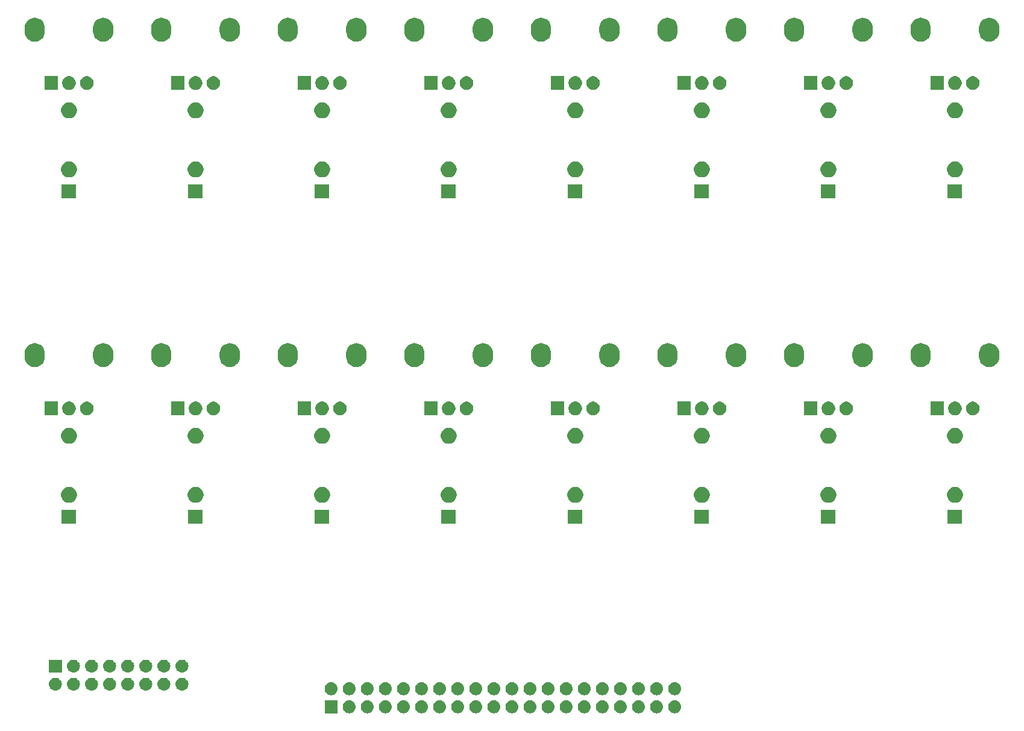
<source format=gbr>
G04 #@! TF.GenerationSoftware,KiCad,Pcbnew,(5.0.1-3-g963ef8bb5)*
G04 #@! TF.CreationDate,2020-08-17T13:32:48-04:00*
G04 #@! TF.ProjectId,Wave_Pool CV Input,576176655F506F6F6C20435620496E70,rev?*
G04 #@! TF.SameCoordinates,Original*
G04 #@! TF.FileFunction,Soldermask,Top*
G04 #@! TF.FilePolarity,Negative*
%FSLAX46Y46*%
G04 Gerber Fmt 4.6, Leading zero omitted, Abs format (unit mm)*
G04 Created by KiCad (PCBNEW (5.0.1-3-g963ef8bb5)) date Monday, August 17, 2020 at 01:32:48 PM*
%MOMM*%
%LPD*%
G01*
G04 APERTURE LIST*
%ADD10C,0.100000*%
G04 APERTURE END LIST*
D10*
G36*
X159819294Y-141748633D02*
X159991694Y-141800931D01*
X159991696Y-141800932D01*
X160150583Y-141885859D01*
X160150585Y-141885860D01*
X160150584Y-141885860D01*
X160289849Y-142000151D01*
X160404140Y-142139416D01*
X160489069Y-142298306D01*
X160541367Y-142470706D01*
X160559025Y-142650000D01*
X160541367Y-142829294D01*
X160489069Y-143001694D01*
X160489068Y-143001696D01*
X160404141Y-143160583D01*
X160289849Y-143299849D01*
X160150583Y-143414141D01*
X159991696Y-143499068D01*
X159991694Y-143499069D01*
X159819294Y-143551367D01*
X159684931Y-143564600D01*
X159595069Y-143564600D01*
X159460706Y-143551367D01*
X159288306Y-143499069D01*
X159288304Y-143499068D01*
X159129417Y-143414141D01*
X158990151Y-143299849D01*
X158875859Y-143160583D01*
X158790932Y-143001696D01*
X158790931Y-143001694D01*
X158738633Y-142829294D01*
X158720975Y-142650000D01*
X158738633Y-142470706D01*
X158790931Y-142298306D01*
X158875860Y-142139416D01*
X158990151Y-142000151D01*
X159129416Y-141885860D01*
X159129415Y-141885860D01*
X159129417Y-141885859D01*
X159288304Y-141800932D01*
X159288306Y-141800931D01*
X159460706Y-141748633D01*
X159595069Y-141735400D01*
X159684931Y-141735400D01*
X159819294Y-141748633D01*
X159819294Y-141748633D01*
G37*
G36*
X157279294Y-141748633D02*
X157451694Y-141800931D01*
X157451696Y-141800932D01*
X157610583Y-141885859D01*
X157610585Y-141885860D01*
X157610584Y-141885860D01*
X157749849Y-142000151D01*
X157864140Y-142139416D01*
X157949069Y-142298306D01*
X158001367Y-142470706D01*
X158019025Y-142650000D01*
X158001367Y-142829294D01*
X157949069Y-143001694D01*
X157949068Y-143001696D01*
X157864141Y-143160583D01*
X157749849Y-143299849D01*
X157610583Y-143414141D01*
X157451696Y-143499068D01*
X157451694Y-143499069D01*
X157279294Y-143551367D01*
X157144931Y-143564600D01*
X157055069Y-143564600D01*
X156920706Y-143551367D01*
X156748306Y-143499069D01*
X156748304Y-143499068D01*
X156589417Y-143414141D01*
X156450151Y-143299849D01*
X156335859Y-143160583D01*
X156250932Y-143001696D01*
X156250931Y-143001694D01*
X156198633Y-142829294D01*
X156180975Y-142650000D01*
X156198633Y-142470706D01*
X156250931Y-142298306D01*
X156335860Y-142139416D01*
X156450151Y-142000151D01*
X156589416Y-141885860D01*
X156589415Y-141885860D01*
X156589417Y-141885859D01*
X156748304Y-141800932D01*
X156748306Y-141800931D01*
X156920706Y-141748633D01*
X157055069Y-141735400D01*
X157144931Y-141735400D01*
X157279294Y-141748633D01*
X157279294Y-141748633D01*
G37*
G36*
X154739294Y-141748633D02*
X154911694Y-141800931D01*
X154911696Y-141800932D01*
X155070583Y-141885859D01*
X155070585Y-141885860D01*
X155070584Y-141885860D01*
X155209849Y-142000151D01*
X155324140Y-142139416D01*
X155409069Y-142298306D01*
X155461367Y-142470706D01*
X155479025Y-142650000D01*
X155461367Y-142829294D01*
X155409069Y-143001694D01*
X155409068Y-143001696D01*
X155324141Y-143160583D01*
X155209849Y-143299849D01*
X155070583Y-143414141D01*
X154911696Y-143499068D01*
X154911694Y-143499069D01*
X154739294Y-143551367D01*
X154604931Y-143564600D01*
X154515069Y-143564600D01*
X154380706Y-143551367D01*
X154208306Y-143499069D01*
X154208304Y-143499068D01*
X154049417Y-143414141D01*
X153910151Y-143299849D01*
X153795859Y-143160583D01*
X153710932Y-143001696D01*
X153710931Y-143001694D01*
X153658633Y-142829294D01*
X153640975Y-142650000D01*
X153658633Y-142470706D01*
X153710931Y-142298306D01*
X153795860Y-142139416D01*
X153910151Y-142000151D01*
X154049416Y-141885860D01*
X154049415Y-141885860D01*
X154049417Y-141885859D01*
X154208304Y-141800932D01*
X154208306Y-141800931D01*
X154380706Y-141748633D01*
X154515069Y-141735400D01*
X154604931Y-141735400D01*
X154739294Y-141748633D01*
X154739294Y-141748633D01*
G37*
G36*
X152199294Y-141748633D02*
X152371694Y-141800931D01*
X152371696Y-141800932D01*
X152530583Y-141885859D01*
X152530585Y-141885860D01*
X152530584Y-141885860D01*
X152669849Y-142000151D01*
X152784140Y-142139416D01*
X152869069Y-142298306D01*
X152921367Y-142470706D01*
X152939025Y-142650000D01*
X152921367Y-142829294D01*
X152869069Y-143001694D01*
X152869068Y-143001696D01*
X152784141Y-143160583D01*
X152669849Y-143299849D01*
X152530583Y-143414141D01*
X152371696Y-143499068D01*
X152371694Y-143499069D01*
X152199294Y-143551367D01*
X152064931Y-143564600D01*
X151975069Y-143564600D01*
X151840706Y-143551367D01*
X151668306Y-143499069D01*
X151668304Y-143499068D01*
X151509417Y-143414141D01*
X151370151Y-143299849D01*
X151255859Y-143160583D01*
X151170932Y-143001696D01*
X151170931Y-143001694D01*
X151118633Y-142829294D01*
X151100975Y-142650000D01*
X151118633Y-142470706D01*
X151170931Y-142298306D01*
X151255860Y-142139416D01*
X151370151Y-142000151D01*
X151509416Y-141885860D01*
X151509415Y-141885860D01*
X151509417Y-141885859D01*
X151668304Y-141800932D01*
X151668306Y-141800931D01*
X151840706Y-141748633D01*
X151975069Y-141735400D01*
X152064931Y-141735400D01*
X152199294Y-141748633D01*
X152199294Y-141748633D01*
G37*
G36*
X149659294Y-141748633D02*
X149831694Y-141800931D01*
X149831696Y-141800932D01*
X149990583Y-141885859D01*
X149990585Y-141885860D01*
X149990584Y-141885860D01*
X150129849Y-142000151D01*
X150244140Y-142139416D01*
X150329069Y-142298306D01*
X150381367Y-142470706D01*
X150399025Y-142650000D01*
X150381367Y-142829294D01*
X150329069Y-143001694D01*
X150329068Y-143001696D01*
X150244141Y-143160583D01*
X150129849Y-143299849D01*
X149990583Y-143414141D01*
X149831696Y-143499068D01*
X149831694Y-143499069D01*
X149659294Y-143551367D01*
X149524931Y-143564600D01*
X149435069Y-143564600D01*
X149300706Y-143551367D01*
X149128306Y-143499069D01*
X149128304Y-143499068D01*
X148969417Y-143414141D01*
X148830151Y-143299849D01*
X148715859Y-143160583D01*
X148630932Y-143001696D01*
X148630931Y-143001694D01*
X148578633Y-142829294D01*
X148560975Y-142650000D01*
X148578633Y-142470706D01*
X148630931Y-142298306D01*
X148715860Y-142139416D01*
X148830151Y-142000151D01*
X148969416Y-141885860D01*
X148969415Y-141885860D01*
X148969417Y-141885859D01*
X149128304Y-141800932D01*
X149128306Y-141800931D01*
X149300706Y-141748633D01*
X149435069Y-141735400D01*
X149524931Y-141735400D01*
X149659294Y-141748633D01*
X149659294Y-141748633D01*
G37*
G36*
X147119294Y-141748633D02*
X147291694Y-141800931D01*
X147291696Y-141800932D01*
X147450583Y-141885859D01*
X147450585Y-141885860D01*
X147450584Y-141885860D01*
X147589849Y-142000151D01*
X147704140Y-142139416D01*
X147789069Y-142298306D01*
X147841367Y-142470706D01*
X147859025Y-142650000D01*
X147841367Y-142829294D01*
X147789069Y-143001694D01*
X147789068Y-143001696D01*
X147704141Y-143160583D01*
X147589849Y-143299849D01*
X147450583Y-143414141D01*
X147291696Y-143499068D01*
X147291694Y-143499069D01*
X147119294Y-143551367D01*
X146984931Y-143564600D01*
X146895069Y-143564600D01*
X146760706Y-143551367D01*
X146588306Y-143499069D01*
X146588304Y-143499068D01*
X146429417Y-143414141D01*
X146290151Y-143299849D01*
X146175859Y-143160583D01*
X146090932Y-143001696D01*
X146090931Y-143001694D01*
X146038633Y-142829294D01*
X146020975Y-142650000D01*
X146038633Y-142470706D01*
X146090931Y-142298306D01*
X146175860Y-142139416D01*
X146290151Y-142000151D01*
X146429416Y-141885860D01*
X146429415Y-141885860D01*
X146429417Y-141885859D01*
X146588304Y-141800932D01*
X146588306Y-141800931D01*
X146760706Y-141748633D01*
X146895069Y-141735400D01*
X146984931Y-141735400D01*
X147119294Y-141748633D01*
X147119294Y-141748633D01*
G37*
G36*
X144579294Y-141748633D02*
X144751694Y-141800931D01*
X144751696Y-141800932D01*
X144910583Y-141885859D01*
X144910585Y-141885860D01*
X144910584Y-141885860D01*
X145049849Y-142000151D01*
X145164140Y-142139416D01*
X145249069Y-142298306D01*
X145301367Y-142470706D01*
X145319025Y-142650000D01*
X145301367Y-142829294D01*
X145249069Y-143001694D01*
X145249068Y-143001696D01*
X145164141Y-143160583D01*
X145049849Y-143299849D01*
X144910583Y-143414141D01*
X144751696Y-143499068D01*
X144751694Y-143499069D01*
X144579294Y-143551367D01*
X144444931Y-143564600D01*
X144355069Y-143564600D01*
X144220706Y-143551367D01*
X144048306Y-143499069D01*
X144048304Y-143499068D01*
X143889417Y-143414141D01*
X143750151Y-143299849D01*
X143635859Y-143160583D01*
X143550932Y-143001696D01*
X143550931Y-143001694D01*
X143498633Y-142829294D01*
X143480975Y-142650000D01*
X143498633Y-142470706D01*
X143550931Y-142298306D01*
X143635860Y-142139416D01*
X143750151Y-142000151D01*
X143889416Y-141885860D01*
X143889415Y-141885860D01*
X143889417Y-141885859D01*
X144048304Y-141800932D01*
X144048306Y-141800931D01*
X144220706Y-141748633D01*
X144355069Y-141735400D01*
X144444931Y-141735400D01*
X144579294Y-141748633D01*
X144579294Y-141748633D01*
G37*
G36*
X142039294Y-141748633D02*
X142211694Y-141800931D01*
X142211696Y-141800932D01*
X142370583Y-141885859D01*
X142370585Y-141885860D01*
X142370584Y-141885860D01*
X142509849Y-142000151D01*
X142624140Y-142139416D01*
X142709069Y-142298306D01*
X142761367Y-142470706D01*
X142779025Y-142650000D01*
X142761367Y-142829294D01*
X142709069Y-143001694D01*
X142709068Y-143001696D01*
X142624141Y-143160583D01*
X142509849Y-143299849D01*
X142370583Y-143414141D01*
X142211696Y-143499068D01*
X142211694Y-143499069D01*
X142039294Y-143551367D01*
X141904931Y-143564600D01*
X141815069Y-143564600D01*
X141680706Y-143551367D01*
X141508306Y-143499069D01*
X141508304Y-143499068D01*
X141349417Y-143414141D01*
X141210151Y-143299849D01*
X141095859Y-143160583D01*
X141010932Y-143001696D01*
X141010931Y-143001694D01*
X140958633Y-142829294D01*
X140940975Y-142650000D01*
X140958633Y-142470706D01*
X141010931Y-142298306D01*
X141095860Y-142139416D01*
X141210151Y-142000151D01*
X141349416Y-141885860D01*
X141349415Y-141885860D01*
X141349417Y-141885859D01*
X141508304Y-141800932D01*
X141508306Y-141800931D01*
X141680706Y-141748633D01*
X141815069Y-141735400D01*
X141904931Y-141735400D01*
X142039294Y-141748633D01*
X142039294Y-141748633D01*
G37*
G36*
X139499294Y-141748633D02*
X139671694Y-141800931D01*
X139671696Y-141800932D01*
X139830583Y-141885859D01*
X139830585Y-141885860D01*
X139830584Y-141885860D01*
X139969849Y-142000151D01*
X140084140Y-142139416D01*
X140169069Y-142298306D01*
X140221367Y-142470706D01*
X140239025Y-142650000D01*
X140221367Y-142829294D01*
X140169069Y-143001694D01*
X140169068Y-143001696D01*
X140084141Y-143160583D01*
X139969849Y-143299849D01*
X139830583Y-143414141D01*
X139671696Y-143499068D01*
X139671694Y-143499069D01*
X139499294Y-143551367D01*
X139364931Y-143564600D01*
X139275069Y-143564600D01*
X139140706Y-143551367D01*
X138968306Y-143499069D01*
X138968304Y-143499068D01*
X138809417Y-143414141D01*
X138670151Y-143299849D01*
X138555859Y-143160583D01*
X138470932Y-143001696D01*
X138470931Y-143001694D01*
X138418633Y-142829294D01*
X138400975Y-142650000D01*
X138418633Y-142470706D01*
X138470931Y-142298306D01*
X138555860Y-142139416D01*
X138670151Y-142000151D01*
X138809416Y-141885860D01*
X138809415Y-141885860D01*
X138809417Y-141885859D01*
X138968304Y-141800932D01*
X138968306Y-141800931D01*
X139140706Y-141748633D01*
X139275069Y-141735400D01*
X139364931Y-141735400D01*
X139499294Y-141748633D01*
X139499294Y-141748633D01*
G37*
G36*
X136959294Y-141748633D02*
X137131694Y-141800931D01*
X137131696Y-141800932D01*
X137290583Y-141885859D01*
X137290585Y-141885860D01*
X137290584Y-141885860D01*
X137429849Y-142000151D01*
X137544140Y-142139416D01*
X137629069Y-142298306D01*
X137681367Y-142470706D01*
X137699025Y-142650000D01*
X137681367Y-142829294D01*
X137629069Y-143001694D01*
X137629068Y-143001696D01*
X137544141Y-143160583D01*
X137429849Y-143299849D01*
X137290583Y-143414141D01*
X137131696Y-143499068D01*
X137131694Y-143499069D01*
X136959294Y-143551367D01*
X136824931Y-143564600D01*
X136735069Y-143564600D01*
X136600706Y-143551367D01*
X136428306Y-143499069D01*
X136428304Y-143499068D01*
X136269417Y-143414141D01*
X136130151Y-143299849D01*
X136015859Y-143160583D01*
X135930932Y-143001696D01*
X135930931Y-143001694D01*
X135878633Y-142829294D01*
X135860975Y-142650000D01*
X135878633Y-142470706D01*
X135930931Y-142298306D01*
X136015860Y-142139416D01*
X136130151Y-142000151D01*
X136269416Y-141885860D01*
X136269415Y-141885860D01*
X136269417Y-141885859D01*
X136428304Y-141800932D01*
X136428306Y-141800931D01*
X136600706Y-141748633D01*
X136735069Y-141735400D01*
X136824931Y-141735400D01*
X136959294Y-141748633D01*
X136959294Y-141748633D01*
G37*
G36*
X134419294Y-141748633D02*
X134591694Y-141800931D01*
X134591696Y-141800932D01*
X134750583Y-141885859D01*
X134750585Y-141885860D01*
X134750584Y-141885860D01*
X134889849Y-142000151D01*
X135004140Y-142139416D01*
X135089069Y-142298306D01*
X135141367Y-142470706D01*
X135159025Y-142650000D01*
X135141367Y-142829294D01*
X135089069Y-143001694D01*
X135089068Y-143001696D01*
X135004141Y-143160583D01*
X134889849Y-143299849D01*
X134750583Y-143414141D01*
X134591696Y-143499068D01*
X134591694Y-143499069D01*
X134419294Y-143551367D01*
X134284931Y-143564600D01*
X134195069Y-143564600D01*
X134060706Y-143551367D01*
X133888306Y-143499069D01*
X133888304Y-143499068D01*
X133729417Y-143414141D01*
X133590151Y-143299849D01*
X133475859Y-143160583D01*
X133390932Y-143001696D01*
X133390931Y-143001694D01*
X133338633Y-142829294D01*
X133320975Y-142650000D01*
X133338633Y-142470706D01*
X133390931Y-142298306D01*
X133475860Y-142139416D01*
X133590151Y-142000151D01*
X133729416Y-141885860D01*
X133729415Y-141885860D01*
X133729417Y-141885859D01*
X133888304Y-141800932D01*
X133888306Y-141800931D01*
X134060706Y-141748633D01*
X134195069Y-141735400D01*
X134284931Y-141735400D01*
X134419294Y-141748633D01*
X134419294Y-141748633D01*
G37*
G36*
X131879294Y-141748633D02*
X132051694Y-141800931D01*
X132051696Y-141800932D01*
X132210583Y-141885859D01*
X132210585Y-141885860D01*
X132210584Y-141885860D01*
X132349849Y-142000151D01*
X132464140Y-142139416D01*
X132549069Y-142298306D01*
X132601367Y-142470706D01*
X132619025Y-142650000D01*
X132601367Y-142829294D01*
X132549069Y-143001694D01*
X132549068Y-143001696D01*
X132464141Y-143160583D01*
X132349849Y-143299849D01*
X132210583Y-143414141D01*
X132051696Y-143499068D01*
X132051694Y-143499069D01*
X131879294Y-143551367D01*
X131744931Y-143564600D01*
X131655069Y-143564600D01*
X131520706Y-143551367D01*
X131348306Y-143499069D01*
X131348304Y-143499068D01*
X131189417Y-143414141D01*
X131050151Y-143299849D01*
X130935859Y-143160583D01*
X130850932Y-143001696D01*
X130850931Y-143001694D01*
X130798633Y-142829294D01*
X130780975Y-142650000D01*
X130798633Y-142470706D01*
X130850931Y-142298306D01*
X130935860Y-142139416D01*
X131050151Y-142000151D01*
X131189416Y-141885860D01*
X131189415Y-141885860D01*
X131189417Y-141885859D01*
X131348304Y-141800932D01*
X131348306Y-141800931D01*
X131520706Y-141748633D01*
X131655069Y-141735400D01*
X131744931Y-141735400D01*
X131879294Y-141748633D01*
X131879294Y-141748633D01*
G37*
G36*
X129339294Y-141748633D02*
X129511694Y-141800931D01*
X129511696Y-141800932D01*
X129670583Y-141885859D01*
X129670585Y-141885860D01*
X129670584Y-141885860D01*
X129809849Y-142000151D01*
X129924140Y-142139416D01*
X130009069Y-142298306D01*
X130061367Y-142470706D01*
X130079025Y-142650000D01*
X130061367Y-142829294D01*
X130009069Y-143001694D01*
X130009068Y-143001696D01*
X129924141Y-143160583D01*
X129809849Y-143299849D01*
X129670583Y-143414141D01*
X129511696Y-143499068D01*
X129511694Y-143499069D01*
X129339294Y-143551367D01*
X129204931Y-143564600D01*
X129115069Y-143564600D01*
X128980706Y-143551367D01*
X128808306Y-143499069D01*
X128808304Y-143499068D01*
X128649417Y-143414141D01*
X128510151Y-143299849D01*
X128395859Y-143160583D01*
X128310932Y-143001696D01*
X128310931Y-143001694D01*
X128258633Y-142829294D01*
X128240975Y-142650000D01*
X128258633Y-142470706D01*
X128310931Y-142298306D01*
X128395860Y-142139416D01*
X128510151Y-142000151D01*
X128649416Y-141885860D01*
X128649415Y-141885860D01*
X128649417Y-141885859D01*
X128808304Y-141800932D01*
X128808306Y-141800931D01*
X128980706Y-141748633D01*
X129115069Y-141735400D01*
X129204931Y-141735400D01*
X129339294Y-141748633D01*
X129339294Y-141748633D01*
G37*
G36*
X126799294Y-141748633D02*
X126971694Y-141800931D01*
X126971696Y-141800932D01*
X127130583Y-141885859D01*
X127130585Y-141885860D01*
X127130584Y-141885860D01*
X127269849Y-142000151D01*
X127384140Y-142139416D01*
X127469069Y-142298306D01*
X127521367Y-142470706D01*
X127539025Y-142650000D01*
X127521367Y-142829294D01*
X127469069Y-143001694D01*
X127469068Y-143001696D01*
X127384141Y-143160583D01*
X127269849Y-143299849D01*
X127130583Y-143414141D01*
X126971696Y-143499068D01*
X126971694Y-143499069D01*
X126799294Y-143551367D01*
X126664931Y-143564600D01*
X126575069Y-143564600D01*
X126440706Y-143551367D01*
X126268306Y-143499069D01*
X126268304Y-143499068D01*
X126109417Y-143414141D01*
X125970151Y-143299849D01*
X125855859Y-143160583D01*
X125770932Y-143001696D01*
X125770931Y-143001694D01*
X125718633Y-142829294D01*
X125700975Y-142650000D01*
X125718633Y-142470706D01*
X125770931Y-142298306D01*
X125855860Y-142139416D01*
X125970151Y-142000151D01*
X126109416Y-141885860D01*
X126109415Y-141885860D01*
X126109417Y-141885859D01*
X126268304Y-141800932D01*
X126268306Y-141800931D01*
X126440706Y-141748633D01*
X126575069Y-141735400D01*
X126664931Y-141735400D01*
X126799294Y-141748633D01*
X126799294Y-141748633D01*
G37*
G36*
X124259294Y-141748633D02*
X124431694Y-141800931D01*
X124431696Y-141800932D01*
X124590583Y-141885859D01*
X124590585Y-141885860D01*
X124590584Y-141885860D01*
X124729849Y-142000151D01*
X124844140Y-142139416D01*
X124929069Y-142298306D01*
X124981367Y-142470706D01*
X124999025Y-142650000D01*
X124981367Y-142829294D01*
X124929069Y-143001694D01*
X124929068Y-143001696D01*
X124844141Y-143160583D01*
X124729849Y-143299849D01*
X124590583Y-143414141D01*
X124431696Y-143499068D01*
X124431694Y-143499069D01*
X124259294Y-143551367D01*
X124124931Y-143564600D01*
X124035069Y-143564600D01*
X123900706Y-143551367D01*
X123728306Y-143499069D01*
X123728304Y-143499068D01*
X123569417Y-143414141D01*
X123430151Y-143299849D01*
X123315859Y-143160583D01*
X123230932Y-143001696D01*
X123230931Y-143001694D01*
X123178633Y-142829294D01*
X123160975Y-142650000D01*
X123178633Y-142470706D01*
X123230931Y-142298306D01*
X123315860Y-142139416D01*
X123430151Y-142000151D01*
X123569416Y-141885860D01*
X123569415Y-141885860D01*
X123569417Y-141885859D01*
X123728304Y-141800932D01*
X123728306Y-141800931D01*
X123900706Y-141748633D01*
X124035069Y-141735400D01*
X124124931Y-141735400D01*
X124259294Y-141748633D01*
X124259294Y-141748633D01*
G37*
G36*
X121719294Y-141748633D02*
X121891694Y-141800931D01*
X121891696Y-141800932D01*
X122050583Y-141885859D01*
X122050585Y-141885860D01*
X122050584Y-141885860D01*
X122189849Y-142000151D01*
X122304140Y-142139416D01*
X122389069Y-142298306D01*
X122441367Y-142470706D01*
X122459025Y-142650000D01*
X122441367Y-142829294D01*
X122389069Y-143001694D01*
X122389068Y-143001696D01*
X122304141Y-143160583D01*
X122189849Y-143299849D01*
X122050583Y-143414141D01*
X121891696Y-143499068D01*
X121891694Y-143499069D01*
X121719294Y-143551367D01*
X121584931Y-143564600D01*
X121495069Y-143564600D01*
X121360706Y-143551367D01*
X121188306Y-143499069D01*
X121188304Y-143499068D01*
X121029417Y-143414141D01*
X120890151Y-143299849D01*
X120775859Y-143160583D01*
X120690932Y-143001696D01*
X120690931Y-143001694D01*
X120638633Y-142829294D01*
X120620975Y-142650000D01*
X120638633Y-142470706D01*
X120690931Y-142298306D01*
X120775860Y-142139416D01*
X120890151Y-142000151D01*
X121029416Y-141885860D01*
X121029415Y-141885860D01*
X121029417Y-141885859D01*
X121188304Y-141800932D01*
X121188306Y-141800931D01*
X121360706Y-141748633D01*
X121495069Y-141735400D01*
X121584931Y-141735400D01*
X121719294Y-141748633D01*
X121719294Y-141748633D01*
G37*
G36*
X119179294Y-141748633D02*
X119351694Y-141800931D01*
X119351696Y-141800932D01*
X119510583Y-141885859D01*
X119510585Y-141885860D01*
X119510584Y-141885860D01*
X119649849Y-142000151D01*
X119764140Y-142139416D01*
X119849069Y-142298306D01*
X119901367Y-142470706D01*
X119919025Y-142650000D01*
X119901367Y-142829294D01*
X119849069Y-143001694D01*
X119849068Y-143001696D01*
X119764141Y-143160583D01*
X119649849Y-143299849D01*
X119510583Y-143414141D01*
X119351696Y-143499068D01*
X119351694Y-143499069D01*
X119179294Y-143551367D01*
X119044931Y-143564600D01*
X118955069Y-143564600D01*
X118820706Y-143551367D01*
X118648306Y-143499069D01*
X118648304Y-143499068D01*
X118489417Y-143414141D01*
X118350151Y-143299849D01*
X118235859Y-143160583D01*
X118150932Y-143001696D01*
X118150931Y-143001694D01*
X118098633Y-142829294D01*
X118080975Y-142650000D01*
X118098633Y-142470706D01*
X118150931Y-142298306D01*
X118235860Y-142139416D01*
X118350151Y-142000151D01*
X118489416Y-141885860D01*
X118489415Y-141885860D01*
X118489417Y-141885859D01*
X118648304Y-141800932D01*
X118648306Y-141800931D01*
X118820706Y-141748633D01*
X118955069Y-141735400D01*
X119044931Y-141735400D01*
X119179294Y-141748633D01*
X119179294Y-141748633D01*
G37*
G36*
X116639294Y-141748633D02*
X116811694Y-141800931D01*
X116811696Y-141800932D01*
X116970583Y-141885859D01*
X116970585Y-141885860D01*
X116970584Y-141885860D01*
X117109849Y-142000151D01*
X117224140Y-142139416D01*
X117309069Y-142298306D01*
X117361367Y-142470706D01*
X117379025Y-142650000D01*
X117361367Y-142829294D01*
X117309069Y-143001694D01*
X117309068Y-143001696D01*
X117224141Y-143160583D01*
X117109849Y-143299849D01*
X116970583Y-143414141D01*
X116811696Y-143499068D01*
X116811694Y-143499069D01*
X116639294Y-143551367D01*
X116504931Y-143564600D01*
X116415069Y-143564600D01*
X116280706Y-143551367D01*
X116108306Y-143499069D01*
X116108304Y-143499068D01*
X115949417Y-143414141D01*
X115810151Y-143299849D01*
X115695859Y-143160583D01*
X115610932Y-143001696D01*
X115610931Y-143001694D01*
X115558633Y-142829294D01*
X115540975Y-142650000D01*
X115558633Y-142470706D01*
X115610931Y-142298306D01*
X115695860Y-142139416D01*
X115810151Y-142000151D01*
X115949416Y-141885860D01*
X115949415Y-141885860D01*
X115949417Y-141885859D01*
X116108304Y-141800932D01*
X116108306Y-141800931D01*
X116280706Y-141748633D01*
X116415069Y-141735400D01*
X116504931Y-141735400D01*
X116639294Y-141748633D01*
X116639294Y-141748633D01*
G37*
G36*
X114099294Y-141748633D02*
X114271694Y-141800931D01*
X114271696Y-141800932D01*
X114430583Y-141885859D01*
X114430585Y-141885860D01*
X114430584Y-141885860D01*
X114569849Y-142000151D01*
X114684140Y-142139416D01*
X114769069Y-142298306D01*
X114821367Y-142470706D01*
X114839025Y-142650000D01*
X114821367Y-142829294D01*
X114769069Y-143001694D01*
X114769068Y-143001696D01*
X114684141Y-143160583D01*
X114569849Y-143299849D01*
X114430583Y-143414141D01*
X114271696Y-143499068D01*
X114271694Y-143499069D01*
X114099294Y-143551367D01*
X113964931Y-143564600D01*
X113875069Y-143564600D01*
X113740706Y-143551367D01*
X113568306Y-143499069D01*
X113568304Y-143499068D01*
X113409417Y-143414141D01*
X113270151Y-143299849D01*
X113155859Y-143160583D01*
X113070932Y-143001696D01*
X113070931Y-143001694D01*
X113018633Y-142829294D01*
X113000975Y-142650000D01*
X113018633Y-142470706D01*
X113070931Y-142298306D01*
X113155860Y-142139416D01*
X113270151Y-142000151D01*
X113409416Y-141885860D01*
X113409415Y-141885860D01*
X113409417Y-141885859D01*
X113568304Y-141800932D01*
X113568306Y-141800931D01*
X113740706Y-141748633D01*
X113875069Y-141735400D01*
X113964931Y-141735400D01*
X114099294Y-141748633D01*
X114099294Y-141748633D01*
G37*
G36*
X112294600Y-143564600D02*
X110465400Y-143564600D01*
X110465400Y-141735400D01*
X112294600Y-141735400D01*
X112294600Y-143564600D01*
X112294600Y-143564600D01*
G37*
G36*
X159819294Y-139208633D02*
X159991694Y-139260931D01*
X159991696Y-139260932D01*
X160150583Y-139345859D01*
X160289849Y-139460151D01*
X160404141Y-139599417D01*
X160432048Y-139651627D01*
X160489069Y-139758306D01*
X160541367Y-139930706D01*
X160559025Y-140110000D01*
X160541367Y-140289294D01*
X160489069Y-140461694D01*
X160489068Y-140461696D01*
X160404141Y-140620583D01*
X160289849Y-140759849D01*
X160150583Y-140874141D01*
X159991696Y-140959068D01*
X159991694Y-140959069D01*
X159819294Y-141011367D01*
X159684931Y-141024600D01*
X159595069Y-141024600D01*
X159460706Y-141011367D01*
X159288306Y-140959069D01*
X159288304Y-140959068D01*
X159129417Y-140874141D01*
X158990151Y-140759849D01*
X158875859Y-140620583D01*
X158790932Y-140461696D01*
X158790931Y-140461694D01*
X158738633Y-140289294D01*
X158720975Y-140110000D01*
X158738633Y-139930706D01*
X158790931Y-139758306D01*
X158847952Y-139651627D01*
X158875859Y-139599417D01*
X158990151Y-139460151D01*
X159129417Y-139345859D01*
X159288304Y-139260932D01*
X159288306Y-139260931D01*
X159460706Y-139208633D01*
X159595069Y-139195400D01*
X159684931Y-139195400D01*
X159819294Y-139208633D01*
X159819294Y-139208633D01*
G37*
G36*
X134419294Y-139208633D02*
X134591694Y-139260931D01*
X134591696Y-139260932D01*
X134750583Y-139345859D01*
X134889849Y-139460151D01*
X135004141Y-139599417D01*
X135032048Y-139651627D01*
X135089069Y-139758306D01*
X135141367Y-139930706D01*
X135159025Y-140110000D01*
X135141367Y-140289294D01*
X135089069Y-140461694D01*
X135089068Y-140461696D01*
X135004141Y-140620583D01*
X134889849Y-140759849D01*
X134750583Y-140874141D01*
X134591696Y-140959068D01*
X134591694Y-140959069D01*
X134419294Y-141011367D01*
X134284931Y-141024600D01*
X134195069Y-141024600D01*
X134060706Y-141011367D01*
X133888306Y-140959069D01*
X133888304Y-140959068D01*
X133729417Y-140874141D01*
X133590151Y-140759849D01*
X133475859Y-140620583D01*
X133390932Y-140461696D01*
X133390931Y-140461694D01*
X133338633Y-140289294D01*
X133320975Y-140110000D01*
X133338633Y-139930706D01*
X133390931Y-139758306D01*
X133447952Y-139651627D01*
X133475859Y-139599417D01*
X133590151Y-139460151D01*
X133729417Y-139345859D01*
X133888304Y-139260932D01*
X133888306Y-139260931D01*
X134060706Y-139208633D01*
X134195069Y-139195400D01*
X134284931Y-139195400D01*
X134419294Y-139208633D01*
X134419294Y-139208633D01*
G37*
G36*
X111559294Y-139208633D02*
X111731694Y-139260931D01*
X111731696Y-139260932D01*
X111890583Y-139345859D01*
X112029849Y-139460151D01*
X112144141Y-139599417D01*
X112172048Y-139651627D01*
X112229069Y-139758306D01*
X112281367Y-139930706D01*
X112299025Y-140110000D01*
X112281367Y-140289294D01*
X112229069Y-140461694D01*
X112229068Y-140461696D01*
X112144141Y-140620583D01*
X112029849Y-140759849D01*
X111890583Y-140874141D01*
X111731696Y-140959068D01*
X111731694Y-140959069D01*
X111559294Y-141011367D01*
X111424931Y-141024600D01*
X111335069Y-141024600D01*
X111200706Y-141011367D01*
X111028306Y-140959069D01*
X111028304Y-140959068D01*
X110869417Y-140874141D01*
X110730151Y-140759849D01*
X110615859Y-140620583D01*
X110530932Y-140461696D01*
X110530931Y-140461694D01*
X110478633Y-140289294D01*
X110460975Y-140110000D01*
X110478633Y-139930706D01*
X110530931Y-139758306D01*
X110587952Y-139651627D01*
X110615859Y-139599417D01*
X110730151Y-139460151D01*
X110869417Y-139345859D01*
X111028304Y-139260932D01*
X111028306Y-139260931D01*
X111200706Y-139208633D01*
X111335069Y-139195400D01*
X111424931Y-139195400D01*
X111559294Y-139208633D01*
X111559294Y-139208633D01*
G37*
G36*
X114099294Y-139208633D02*
X114271694Y-139260931D01*
X114271696Y-139260932D01*
X114430583Y-139345859D01*
X114569849Y-139460151D01*
X114684141Y-139599417D01*
X114712048Y-139651627D01*
X114769069Y-139758306D01*
X114821367Y-139930706D01*
X114839025Y-140110000D01*
X114821367Y-140289294D01*
X114769069Y-140461694D01*
X114769068Y-140461696D01*
X114684141Y-140620583D01*
X114569849Y-140759849D01*
X114430583Y-140874141D01*
X114271696Y-140959068D01*
X114271694Y-140959069D01*
X114099294Y-141011367D01*
X113964931Y-141024600D01*
X113875069Y-141024600D01*
X113740706Y-141011367D01*
X113568306Y-140959069D01*
X113568304Y-140959068D01*
X113409417Y-140874141D01*
X113270151Y-140759849D01*
X113155859Y-140620583D01*
X113070932Y-140461696D01*
X113070931Y-140461694D01*
X113018633Y-140289294D01*
X113000975Y-140110000D01*
X113018633Y-139930706D01*
X113070931Y-139758306D01*
X113127952Y-139651627D01*
X113155859Y-139599417D01*
X113270151Y-139460151D01*
X113409417Y-139345859D01*
X113568304Y-139260932D01*
X113568306Y-139260931D01*
X113740706Y-139208633D01*
X113875069Y-139195400D01*
X113964931Y-139195400D01*
X114099294Y-139208633D01*
X114099294Y-139208633D01*
G37*
G36*
X116639294Y-139208633D02*
X116811694Y-139260931D01*
X116811696Y-139260932D01*
X116970583Y-139345859D01*
X117109849Y-139460151D01*
X117224141Y-139599417D01*
X117252048Y-139651627D01*
X117309069Y-139758306D01*
X117361367Y-139930706D01*
X117379025Y-140110000D01*
X117361367Y-140289294D01*
X117309069Y-140461694D01*
X117309068Y-140461696D01*
X117224141Y-140620583D01*
X117109849Y-140759849D01*
X116970583Y-140874141D01*
X116811696Y-140959068D01*
X116811694Y-140959069D01*
X116639294Y-141011367D01*
X116504931Y-141024600D01*
X116415069Y-141024600D01*
X116280706Y-141011367D01*
X116108306Y-140959069D01*
X116108304Y-140959068D01*
X115949417Y-140874141D01*
X115810151Y-140759849D01*
X115695859Y-140620583D01*
X115610932Y-140461696D01*
X115610931Y-140461694D01*
X115558633Y-140289294D01*
X115540975Y-140110000D01*
X115558633Y-139930706D01*
X115610931Y-139758306D01*
X115667952Y-139651627D01*
X115695859Y-139599417D01*
X115810151Y-139460151D01*
X115949417Y-139345859D01*
X116108304Y-139260932D01*
X116108306Y-139260931D01*
X116280706Y-139208633D01*
X116415069Y-139195400D01*
X116504931Y-139195400D01*
X116639294Y-139208633D01*
X116639294Y-139208633D01*
G37*
G36*
X119179294Y-139208633D02*
X119351694Y-139260931D01*
X119351696Y-139260932D01*
X119510583Y-139345859D01*
X119649849Y-139460151D01*
X119764141Y-139599417D01*
X119792048Y-139651627D01*
X119849069Y-139758306D01*
X119901367Y-139930706D01*
X119919025Y-140110000D01*
X119901367Y-140289294D01*
X119849069Y-140461694D01*
X119849068Y-140461696D01*
X119764141Y-140620583D01*
X119649849Y-140759849D01*
X119510583Y-140874141D01*
X119351696Y-140959068D01*
X119351694Y-140959069D01*
X119179294Y-141011367D01*
X119044931Y-141024600D01*
X118955069Y-141024600D01*
X118820706Y-141011367D01*
X118648306Y-140959069D01*
X118648304Y-140959068D01*
X118489417Y-140874141D01*
X118350151Y-140759849D01*
X118235859Y-140620583D01*
X118150932Y-140461696D01*
X118150931Y-140461694D01*
X118098633Y-140289294D01*
X118080975Y-140110000D01*
X118098633Y-139930706D01*
X118150931Y-139758306D01*
X118207952Y-139651627D01*
X118235859Y-139599417D01*
X118350151Y-139460151D01*
X118489417Y-139345859D01*
X118648304Y-139260932D01*
X118648306Y-139260931D01*
X118820706Y-139208633D01*
X118955069Y-139195400D01*
X119044931Y-139195400D01*
X119179294Y-139208633D01*
X119179294Y-139208633D01*
G37*
G36*
X121719294Y-139208633D02*
X121891694Y-139260931D01*
X121891696Y-139260932D01*
X122050583Y-139345859D01*
X122189849Y-139460151D01*
X122304141Y-139599417D01*
X122332048Y-139651627D01*
X122389069Y-139758306D01*
X122441367Y-139930706D01*
X122459025Y-140110000D01*
X122441367Y-140289294D01*
X122389069Y-140461694D01*
X122389068Y-140461696D01*
X122304141Y-140620583D01*
X122189849Y-140759849D01*
X122050583Y-140874141D01*
X121891696Y-140959068D01*
X121891694Y-140959069D01*
X121719294Y-141011367D01*
X121584931Y-141024600D01*
X121495069Y-141024600D01*
X121360706Y-141011367D01*
X121188306Y-140959069D01*
X121188304Y-140959068D01*
X121029417Y-140874141D01*
X120890151Y-140759849D01*
X120775859Y-140620583D01*
X120690932Y-140461696D01*
X120690931Y-140461694D01*
X120638633Y-140289294D01*
X120620975Y-140110000D01*
X120638633Y-139930706D01*
X120690931Y-139758306D01*
X120747952Y-139651627D01*
X120775859Y-139599417D01*
X120890151Y-139460151D01*
X121029417Y-139345859D01*
X121188304Y-139260932D01*
X121188306Y-139260931D01*
X121360706Y-139208633D01*
X121495069Y-139195400D01*
X121584931Y-139195400D01*
X121719294Y-139208633D01*
X121719294Y-139208633D01*
G37*
G36*
X124259294Y-139208633D02*
X124431694Y-139260931D01*
X124431696Y-139260932D01*
X124590583Y-139345859D01*
X124729849Y-139460151D01*
X124844141Y-139599417D01*
X124872048Y-139651627D01*
X124929069Y-139758306D01*
X124981367Y-139930706D01*
X124999025Y-140110000D01*
X124981367Y-140289294D01*
X124929069Y-140461694D01*
X124929068Y-140461696D01*
X124844141Y-140620583D01*
X124729849Y-140759849D01*
X124590583Y-140874141D01*
X124431696Y-140959068D01*
X124431694Y-140959069D01*
X124259294Y-141011367D01*
X124124931Y-141024600D01*
X124035069Y-141024600D01*
X123900706Y-141011367D01*
X123728306Y-140959069D01*
X123728304Y-140959068D01*
X123569417Y-140874141D01*
X123430151Y-140759849D01*
X123315859Y-140620583D01*
X123230932Y-140461696D01*
X123230931Y-140461694D01*
X123178633Y-140289294D01*
X123160975Y-140110000D01*
X123178633Y-139930706D01*
X123230931Y-139758306D01*
X123287952Y-139651627D01*
X123315859Y-139599417D01*
X123430151Y-139460151D01*
X123569417Y-139345859D01*
X123728304Y-139260932D01*
X123728306Y-139260931D01*
X123900706Y-139208633D01*
X124035069Y-139195400D01*
X124124931Y-139195400D01*
X124259294Y-139208633D01*
X124259294Y-139208633D01*
G37*
G36*
X126799294Y-139208633D02*
X126971694Y-139260931D01*
X126971696Y-139260932D01*
X127130583Y-139345859D01*
X127269849Y-139460151D01*
X127384141Y-139599417D01*
X127412048Y-139651627D01*
X127469069Y-139758306D01*
X127521367Y-139930706D01*
X127539025Y-140110000D01*
X127521367Y-140289294D01*
X127469069Y-140461694D01*
X127469068Y-140461696D01*
X127384141Y-140620583D01*
X127269849Y-140759849D01*
X127130583Y-140874141D01*
X126971696Y-140959068D01*
X126971694Y-140959069D01*
X126799294Y-141011367D01*
X126664931Y-141024600D01*
X126575069Y-141024600D01*
X126440706Y-141011367D01*
X126268306Y-140959069D01*
X126268304Y-140959068D01*
X126109417Y-140874141D01*
X125970151Y-140759849D01*
X125855859Y-140620583D01*
X125770932Y-140461696D01*
X125770931Y-140461694D01*
X125718633Y-140289294D01*
X125700975Y-140110000D01*
X125718633Y-139930706D01*
X125770931Y-139758306D01*
X125827952Y-139651627D01*
X125855859Y-139599417D01*
X125970151Y-139460151D01*
X126109417Y-139345859D01*
X126268304Y-139260932D01*
X126268306Y-139260931D01*
X126440706Y-139208633D01*
X126575069Y-139195400D01*
X126664931Y-139195400D01*
X126799294Y-139208633D01*
X126799294Y-139208633D01*
G37*
G36*
X129339294Y-139208633D02*
X129511694Y-139260931D01*
X129511696Y-139260932D01*
X129670583Y-139345859D01*
X129809849Y-139460151D01*
X129924141Y-139599417D01*
X129952048Y-139651627D01*
X130009069Y-139758306D01*
X130061367Y-139930706D01*
X130079025Y-140110000D01*
X130061367Y-140289294D01*
X130009069Y-140461694D01*
X130009068Y-140461696D01*
X129924141Y-140620583D01*
X129809849Y-140759849D01*
X129670583Y-140874141D01*
X129511696Y-140959068D01*
X129511694Y-140959069D01*
X129339294Y-141011367D01*
X129204931Y-141024600D01*
X129115069Y-141024600D01*
X128980706Y-141011367D01*
X128808306Y-140959069D01*
X128808304Y-140959068D01*
X128649417Y-140874141D01*
X128510151Y-140759849D01*
X128395859Y-140620583D01*
X128310932Y-140461696D01*
X128310931Y-140461694D01*
X128258633Y-140289294D01*
X128240975Y-140110000D01*
X128258633Y-139930706D01*
X128310931Y-139758306D01*
X128367952Y-139651627D01*
X128395859Y-139599417D01*
X128510151Y-139460151D01*
X128649417Y-139345859D01*
X128808304Y-139260932D01*
X128808306Y-139260931D01*
X128980706Y-139208633D01*
X129115069Y-139195400D01*
X129204931Y-139195400D01*
X129339294Y-139208633D01*
X129339294Y-139208633D01*
G37*
G36*
X131879294Y-139208633D02*
X132051694Y-139260931D01*
X132051696Y-139260932D01*
X132210583Y-139345859D01*
X132349849Y-139460151D01*
X132464141Y-139599417D01*
X132492048Y-139651627D01*
X132549069Y-139758306D01*
X132601367Y-139930706D01*
X132619025Y-140110000D01*
X132601367Y-140289294D01*
X132549069Y-140461694D01*
X132549068Y-140461696D01*
X132464141Y-140620583D01*
X132349849Y-140759849D01*
X132210583Y-140874141D01*
X132051696Y-140959068D01*
X132051694Y-140959069D01*
X131879294Y-141011367D01*
X131744931Y-141024600D01*
X131655069Y-141024600D01*
X131520706Y-141011367D01*
X131348306Y-140959069D01*
X131348304Y-140959068D01*
X131189417Y-140874141D01*
X131050151Y-140759849D01*
X130935859Y-140620583D01*
X130850932Y-140461696D01*
X130850931Y-140461694D01*
X130798633Y-140289294D01*
X130780975Y-140110000D01*
X130798633Y-139930706D01*
X130850931Y-139758306D01*
X130907952Y-139651627D01*
X130935859Y-139599417D01*
X131050151Y-139460151D01*
X131189417Y-139345859D01*
X131348304Y-139260932D01*
X131348306Y-139260931D01*
X131520706Y-139208633D01*
X131655069Y-139195400D01*
X131744931Y-139195400D01*
X131879294Y-139208633D01*
X131879294Y-139208633D01*
G37*
G36*
X136959294Y-139208633D02*
X137131694Y-139260931D01*
X137131696Y-139260932D01*
X137290583Y-139345859D01*
X137429849Y-139460151D01*
X137544141Y-139599417D01*
X137572048Y-139651627D01*
X137629069Y-139758306D01*
X137681367Y-139930706D01*
X137699025Y-140110000D01*
X137681367Y-140289294D01*
X137629069Y-140461694D01*
X137629068Y-140461696D01*
X137544141Y-140620583D01*
X137429849Y-140759849D01*
X137290583Y-140874141D01*
X137131696Y-140959068D01*
X137131694Y-140959069D01*
X136959294Y-141011367D01*
X136824931Y-141024600D01*
X136735069Y-141024600D01*
X136600706Y-141011367D01*
X136428306Y-140959069D01*
X136428304Y-140959068D01*
X136269417Y-140874141D01*
X136130151Y-140759849D01*
X136015859Y-140620583D01*
X135930932Y-140461696D01*
X135930931Y-140461694D01*
X135878633Y-140289294D01*
X135860975Y-140110000D01*
X135878633Y-139930706D01*
X135930931Y-139758306D01*
X135987952Y-139651627D01*
X136015859Y-139599417D01*
X136130151Y-139460151D01*
X136269417Y-139345859D01*
X136428304Y-139260932D01*
X136428306Y-139260931D01*
X136600706Y-139208633D01*
X136735069Y-139195400D01*
X136824931Y-139195400D01*
X136959294Y-139208633D01*
X136959294Y-139208633D01*
G37*
G36*
X139499294Y-139208633D02*
X139671694Y-139260931D01*
X139671696Y-139260932D01*
X139830583Y-139345859D01*
X139969849Y-139460151D01*
X140084141Y-139599417D01*
X140112048Y-139651627D01*
X140169069Y-139758306D01*
X140221367Y-139930706D01*
X140239025Y-140110000D01*
X140221367Y-140289294D01*
X140169069Y-140461694D01*
X140169068Y-140461696D01*
X140084141Y-140620583D01*
X139969849Y-140759849D01*
X139830583Y-140874141D01*
X139671696Y-140959068D01*
X139671694Y-140959069D01*
X139499294Y-141011367D01*
X139364931Y-141024600D01*
X139275069Y-141024600D01*
X139140706Y-141011367D01*
X138968306Y-140959069D01*
X138968304Y-140959068D01*
X138809417Y-140874141D01*
X138670151Y-140759849D01*
X138555859Y-140620583D01*
X138470932Y-140461696D01*
X138470931Y-140461694D01*
X138418633Y-140289294D01*
X138400975Y-140110000D01*
X138418633Y-139930706D01*
X138470931Y-139758306D01*
X138527952Y-139651627D01*
X138555859Y-139599417D01*
X138670151Y-139460151D01*
X138809417Y-139345859D01*
X138968304Y-139260932D01*
X138968306Y-139260931D01*
X139140706Y-139208633D01*
X139275069Y-139195400D01*
X139364931Y-139195400D01*
X139499294Y-139208633D01*
X139499294Y-139208633D01*
G37*
G36*
X142039294Y-139208633D02*
X142211694Y-139260931D01*
X142211696Y-139260932D01*
X142370583Y-139345859D01*
X142509849Y-139460151D01*
X142624141Y-139599417D01*
X142652048Y-139651627D01*
X142709069Y-139758306D01*
X142761367Y-139930706D01*
X142779025Y-140110000D01*
X142761367Y-140289294D01*
X142709069Y-140461694D01*
X142709068Y-140461696D01*
X142624141Y-140620583D01*
X142509849Y-140759849D01*
X142370583Y-140874141D01*
X142211696Y-140959068D01*
X142211694Y-140959069D01*
X142039294Y-141011367D01*
X141904931Y-141024600D01*
X141815069Y-141024600D01*
X141680706Y-141011367D01*
X141508306Y-140959069D01*
X141508304Y-140959068D01*
X141349417Y-140874141D01*
X141210151Y-140759849D01*
X141095859Y-140620583D01*
X141010932Y-140461696D01*
X141010931Y-140461694D01*
X140958633Y-140289294D01*
X140940975Y-140110000D01*
X140958633Y-139930706D01*
X141010931Y-139758306D01*
X141067952Y-139651627D01*
X141095859Y-139599417D01*
X141210151Y-139460151D01*
X141349417Y-139345859D01*
X141508304Y-139260932D01*
X141508306Y-139260931D01*
X141680706Y-139208633D01*
X141815069Y-139195400D01*
X141904931Y-139195400D01*
X142039294Y-139208633D01*
X142039294Y-139208633D01*
G37*
G36*
X144579294Y-139208633D02*
X144751694Y-139260931D01*
X144751696Y-139260932D01*
X144910583Y-139345859D01*
X145049849Y-139460151D01*
X145164141Y-139599417D01*
X145192048Y-139651627D01*
X145249069Y-139758306D01*
X145301367Y-139930706D01*
X145319025Y-140110000D01*
X145301367Y-140289294D01*
X145249069Y-140461694D01*
X145249068Y-140461696D01*
X145164141Y-140620583D01*
X145049849Y-140759849D01*
X144910583Y-140874141D01*
X144751696Y-140959068D01*
X144751694Y-140959069D01*
X144579294Y-141011367D01*
X144444931Y-141024600D01*
X144355069Y-141024600D01*
X144220706Y-141011367D01*
X144048306Y-140959069D01*
X144048304Y-140959068D01*
X143889417Y-140874141D01*
X143750151Y-140759849D01*
X143635859Y-140620583D01*
X143550932Y-140461696D01*
X143550931Y-140461694D01*
X143498633Y-140289294D01*
X143480975Y-140110000D01*
X143498633Y-139930706D01*
X143550931Y-139758306D01*
X143607952Y-139651627D01*
X143635859Y-139599417D01*
X143750151Y-139460151D01*
X143889417Y-139345859D01*
X144048304Y-139260932D01*
X144048306Y-139260931D01*
X144220706Y-139208633D01*
X144355069Y-139195400D01*
X144444931Y-139195400D01*
X144579294Y-139208633D01*
X144579294Y-139208633D01*
G37*
G36*
X147119294Y-139208633D02*
X147291694Y-139260931D01*
X147291696Y-139260932D01*
X147450583Y-139345859D01*
X147589849Y-139460151D01*
X147704141Y-139599417D01*
X147732048Y-139651627D01*
X147789069Y-139758306D01*
X147841367Y-139930706D01*
X147859025Y-140110000D01*
X147841367Y-140289294D01*
X147789069Y-140461694D01*
X147789068Y-140461696D01*
X147704141Y-140620583D01*
X147589849Y-140759849D01*
X147450583Y-140874141D01*
X147291696Y-140959068D01*
X147291694Y-140959069D01*
X147119294Y-141011367D01*
X146984931Y-141024600D01*
X146895069Y-141024600D01*
X146760706Y-141011367D01*
X146588306Y-140959069D01*
X146588304Y-140959068D01*
X146429417Y-140874141D01*
X146290151Y-140759849D01*
X146175859Y-140620583D01*
X146090932Y-140461696D01*
X146090931Y-140461694D01*
X146038633Y-140289294D01*
X146020975Y-140110000D01*
X146038633Y-139930706D01*
X146090931Y-139758306D01*
X146147952Y-139651627D01*
X146175859Y-139599417D01*
X146290151Y-139460151D01*
X146429417Y-139345859D01*
X146588304Y-139260932D01*
X146588306Y-139260931D01*
X146760706Y-139208633D01*
X146895069Y-139195400D01*
X146984931Y-139195400D01*
X147119294Y-139208633D01*
X147119294Y-139208633D01*
G37*
G36*
X149659294Y-139208633D02*
X149831694Y-139260931D01*
X149831696Y-139260932D01*
X149990583Y-139345859D01*
X150129849Y-139460151D01*
X150244141Y-139599417D01*
X150272048Y-139651627D01*
X150329069Y-139758306D01*
X150381367Y-139930706D01*
X150399025Y-140110000D01*
X150381367Y-140289294D01*
X150329069Y-140461694D01*
X150329068Y-140461696D01*
X150244141Y-140620583D01*
X150129849Y-140759849D01*
X149990583Y-140874141D01*
X149831696Y-140959068D01*
X149831694Y-140959069D01*
X149659294Y-141011367D01*
X149524931Y-141024600D01*
X149435069Y-141024600D01*
X149300706Y-141011367D01*
X149128306Y-140959069D01*
X149128304Y-140959068D01*
X148969417Y-140874141D01*
X148830151Y-140759849D01*
X148715859Y-140620583D01*
X148630932Y-140461696D01*
X148630931Y-140461694D01*
X148578633Y-140289294D01*
X148560975Y-140110000D01*
X148578633Y-139930706D01*
X148630931Y-139758306D01*
X148687952Y-139651627D01*
X148715859Y-139599417D01*
X148830151Y-139460151D01*
X148969417Y-139345859D01*
X149128304Y-139260932D01*
X149128306Y-139260931D01*
X149300706Y-139208633D01*
X149435069Y-139195400D01*
X149524931Y-139195400D01*
X149659294Y-139208633D01*
X149659294Y-139208633D01*
G37*
G36*
X152199294Y-139208633D02*
X152371694Y-139260931D01*
X152371696Y-139260932D01*
X152530583Y-139345859D01*
X152669849Y-139460151D01*
X152784141Y-139599417D01*
X152812048Y-139651627D01*
X152869069Y-139758306D01*
X152921367Y-139930706D01*
X152939025Y-140110000D01*
X152921367Y-140289294D01*
X152869069Y-140461694D01*
X152869068Y-140461696D01*
X152784141Y-140620583D01*
X152669849Y-140759849D01*
X152530583Y-140874141D01*
X152371696Y-140959068D01*
X152371694Y-140959069D01*
X152199294Y-141011367D01*
X152064931Y-141024600D01*
X151975069Y-141024600D01*
X151840706Y-141011367D01*
X151668306Y-140959069D01*
X151668304Y-140959068D01*
X151509417Y-140874141D01*
X151370151Y-140759849D01*
X151255859Y-140620583D01*
X151170932Y-140461696D01*
X151170931Y-140461694D01*
X151118633Y-140289294D01*
X151100975Y-140110000D01*
X151118633Y-139930706D01*
X151170931Y-139758306D01*
X151227952Y-139651627D01*
X151255859Y-139599417D01*
X151370151Y-139460151D01*
X151509417Y-139345859D01*
X151668304Y-139260932D01*
X151668306Y-139260931D01*
X151840706Y-139208633D01*
X151975069Y-139195400D01*
X152064931Y-139195400D01*
X152199294Y-139208633D01*
X152199294Y-139208633D01*
G37*
G36*
X154739294Y-139208633D02*
X154911694Y-139260931D01*
X154911696Y-139260932D01*
X155070583Y-139345859D01*
X155209849Y-139460151D01*
X155324141Y-139599417D01*
X155352048Y-139651627D01*
X155409069Y-139758306D01*
X155461367Y-139930706D01*
X155479025Y-140110000D01*
X155461367Y-140289294D01*
X155409069Y-140461694D01*
X155409068Y-140461696D01*
X155324141Y-140620583D01*
X155209849Y-140759849D01*
X155070583Y-140874141D01*
X154911696Y-140959068D01*
X154911694Y-140959069D01*
X154739294Y-141011367D01*
X154604931Y-141024600D01*
X154515069Y-141024600D01*
X154380706Y-141011367D01*
X154208306Y-140959069D01*
X154208304Y-140959068D01*
X154049417Y-140874141D01*
X153910151Y-140759849D01*
X153795859Y-140620583D01*
X153710932Y-140461696D01*
X153710931Y-140461694D01*
X153658633Y-140289294D01*
X153640975Y-140110000D01*
X153658633Y-139930706D01*
X153710931Y-139758306D01*
X153767952Y-139651627D01*
X153795859Y-139599417D01*
X153910151Y-139460151D01*
X154049417Y-139345859D01*
X154208304Y-139260932D01*
X154208306Y-139260931D01*
X154380706Y-139208633D01*
X154515069Y-139195400D01*
X154604931Y-139195400D01*
X154739294Y-139208633D01*
X154739294Y-139208633D01*
G37*
G36*
X157279294Y-139208633D02*
X157451694Y-139260931D01*
X157451696Y-139260932D01*
X157610583Y-139345859D01*
X157749849Y-139460151D01*
X157864141Y-139599417D01*
X157892048Y-139651627D01*
X157949069Y-139758306D01*
X158001367Y-139930706D01*
X158019025Y-140110000D01*
X158001367Y-140289294D01*
X157949069Y-140461694D01*
X157949068Y-140461696D01*
X157864141Y-140620583D01*
X157749849Y-140759849D01*
X157610583Y-140874141D01*
X157451696Y-140959068D01*
X157451694Y-140959069D01*
X157279294Y-141011367D01*
X157144931Y-141024600D01*
X157055069Y-141024600D01*
X156920706Y-141011367D01*
X156748306Y-140959069D01*
X156748304Y-140959068D01*
X156589417Y-140874141D01*
X156450151Y-140759849D01*
X156335859Y-140620583D01*
X156250932Y-140461696D01*
X156250931Y-140461694D01*
X156198633Y-140289294D01*
X156180975Y-140110000D01*
X156198633Y-139930706D01*
X156250931Y-139758306D01*
X156307952Y-139651627D01*
X156335859Y-139599417D01*
X156450151Y-139460151D01*
X156589417Y-139345859D01*
X156748304Y-139260932D01*
X156748306Y-139260931D01*
X156920706Y-139208633D01*
X157055069Y-139195400D01*
X157144931Y-139195400D01*
X157279294Y-139208633D01*
X157279294Y-139208633D01*
G37*
G36*
X87995443Y-138580519D02*
X88061627Y-138587037D01*
X88174853Y-138621384D01*
X88231467Y-138638557D01*
X88370087Y-138712652D01*
X88387991Y-138722222D01*
X88423729Y-138751552D01*
X88525186Y-138834814D01*
X88608448Y-138936271D01*
X88637778Y-138972009D01*
X88637779Y-138972011D01*
X88721443Y-139128533D01*
X88721443Y-139128534D01*
X88772963Y-139298373D01*
X88790359Y-139475000D01*
X88772963Y-139651627D01*
X88740603Y-139758304D01*
X88721443Y-139821467D01*
X88663053Y-139930706D01*
X88637778Y-139977991D01*
X88608448Y-140013729D01*
X88525186Y-140115186D01*
X88423729Y-140198448D01*
X88387991Y-140227778D01*
X88387989Y-140227779D01*
X88231467Y-140311443D01*
X88174853Y-140328616D01*
X88061627Y-140362963D01*
X87995442Y-140369482D01*
X87929260Y-140376000D01*
X87840740Y-140376000D01*
X87774558Y-140369482D01*
X87708373Y-140362963D01*
X87595147Y-140328616D01*
X87538533Y-140311443D01*
X87382011Y-140227779D01*
X87382009Y-140227778D01*
X87346271Y-140198448D01*
X87244814Y-140115186D01*
X87161552Y-140013729D01*
X87132222Y-139977991D01*
X87106947Y-139930706D01*
X87048557Y-139821467D01*
X87029397Y-139758304D01*
X86997037Y-139651627D01*
X86979641Y-139475000D01*
X86997037Y-139298373D01*
X87048557Y-139128534D01*
X87048557Y-139128533D01*
X87132221Y-138972011D01*
X87132222Y-138972009D01*
X87161552Y-138936271D01*
X87244814Y-138834814D01*
X87346271Y-138751552D01*
X87382009Y-138722222D01*
X87399913Y-138712652D01*
X87538533Y-138638557D01*
X87595147Y-138621384D01*
X87708373Y-138587037D01*
X87774557Y-138580519D01*
X87840740Y-138574000D01*
X87929260Y-138574000D01*
X87995443Y-138580519D01*
X87995443Y-138580519D01*
G37*
G36*
X90535443Y-138580519D02*
X90601627Y-138587037D01*
X90714853Y-138621384D01*
X90771467Y-138638557D01*
X90910087Y-138712652D01*
X90927991Y-138722222D01*
X90963729Y-138751552D01*
X91065186Y-138834814D01*
X91148448Y-138936271D01*
X91177778Y-138972009D01*
X91177779Y-138972011D01*
X91261443Y-139128533D01*
X91261443Y-139128534D01*
X91312963Y-139298373D01*
X91330359Y-139475000D01*
X91312963Y-139651627D01*
X91280603Y-139758304D01*
X91261443Y-139821467D01*
X91203053Y-139930706D01*
X91177778Y-139977991D01*
X91148448Y-140013729D01*
X91065186Y-140115186D01*
X90963729Y-140198448D01*
X90927991Y-140227778D01*
X90927989Y-140227779D01*
X90771467Y-140311443D01*
X90714853Y-140328616D01*
X90601627Y-140362963D01*
X90535442Y-140369482D01*
X90469260Y-140376000D01*
X90380740Y-140376000D01*
X90314558Y-140369482D01*
X90248373Y-140362963D01*
X90135147Y-140328616D01*
X90078533Y-140311443D01*
X89922011Y-140227779D01*
X89922009Y-140227778D01*
X89886271Y-140198448D01*
X89784814Y-140115186D01*
X89701552Y-140013729D01*
X89672222Y-139977991D01*
X89646947Y-139930706D01*
X89588557Y-139821467D01*
X89569397Y-139758304D01*
X89537037Y-139651627D01*
X89519641Y-139475000D01*
X89537037Y-139298373D01*
X89588557Y-139128534D01*
X89588557Y-139128533D01*
X89672221Y-138972011D01*
X89672222Y-138972009D01*
X89701552Y-138936271D01*
X89784814Y-138834814D01*
X89886271Y-138751552D01*
X89922009Y-138722222D01*
X89939913Y-138712652D01*
X90078533Y-138638557D01*
X90135147Y-138621384D01*
X90248373Y-138587037D01*
X90314557Y-138580519D01*
X90380740Y-138574000D01*
X90469260Y-138574000D01*
X90535443Y-138580519D01*
X90535443Y-138580519D01*
G37*
G36*
X72755443Y-138580519D02*
X72821627Y-138587037D01*
X72934853Y-138621384D01*
X72991467Y-138638557D01*
X73130087Y-138712652D01*
X73147991Y-138722222D01*
X73183729Y-138751552D01*
X73285186Y-138834814D01*
X73368448Y-138936271D01*
X73397778Y-138972009D01*
X73397779Y-138972011D01*
X73481443Y-139128533D01*
X73481443Y-139128534D01*
X73532963Y-139298373D01*
X73550359Y-139475000D01*
X73532963Y-139651627D01*
X73500603Y-139758304D01*
X73481443Y-139821467D01*
X73423053Y-139930706D01*
X73397778Y-139977991D01*
X73368448Y-140013729D01*
X73285186Y-140115186D01*
X73183729Y-140198448D01*
X73147991Y-140227778D01*
X73147989Y-140227779D01*
X72991467Y-140311443D01*
X72934853Y-140328616D01*
X72821627Y-140362963D01*
X72755442Y-140369482D01*
X72689260Y-140376000D01*
X72600740Y-140376000D01*
X72534558Y-140369482D01*
X72468373Y-140362963D01*
X72355147Y-140328616D01*
X72298533Y-140311443D01*
X72142011Y-140227779D01*
X72142009Y-140227778D01*
X72106271Y-140198448D01*
X72004814Y-140115186D01*
X71921552Y-140013729D01*
X71892222Y-139977991D01*
X71866947Y-139930706D01*
X71808557Y-139821467D01*
X71789397Y-139758304D01*
X71757037Y-139651627D01*
X71739641Y-139475000D01*
X71757037Y-139298373D01*
X71808557Y-139128534D01*
X71808557Y-139128533D01*
X71892221Y-138972011D01*
X71892222Y-138972009D01*
X71921552Y-138936271D01*
X72004814Y-138834814D01*
X72106271Y-138751552D01*
X72142009Y-138722222D01*
X72159913Y-138712652D01*
X72298533Y-138638557D01*
X72355147Y-138621384D01*
X72468373Y-138587037D01*
X72534557Y-138580519D01*
X72600740Y-138574000D01*
X72689260Y-138574000D01*
X72755443Y-138580519D01*
X72755443Y-138580519D01*
G37*
G36*
X75295443Y-138580519D02*
X75361627Y-138587037D01*
X75474853Y-138621384D01*
X75531467Y-138638557D01*
X75670087Y-138712652D01*
X75687991Y-138722222D01*
X75723729Y-138751552D01*
X75825186Y-138834814D01*
X75908448Y-138936271D01*
X75937778Y-138972009D01*
X75937779Y-138972011D01*
X76021443Y-139128533D01*
X76021443Y-139128534D01*
X76072963Y-139298373D01*
X76090359Y-139475000D01*
X76072963Y-139651627D01*
X76040603Y-139758304D01*
X76021443Y-139821467D01*
X75963053Y-139930706D01*
X75937778Y-139977991D01*
X75908448Y-140013729D01*
X75825186Y-140115186D01*
X75723729Y-140198448D01*
X75687991Y-140227778D01*
X75687989Y-140227779D01*
X75531467Y-140311443D01*
X75474853Y-140328616D01*
X75361627Y-140362963D01*
X75295442Y-140369482D01*
X75229260Y-140376000D01*
X75140740Y-140376000D01*
X75074558Y-140369482D01*
X75008373Y-140362963D01*
X74895147Y-140328616D01*
X74838533Y-140311443D01*
X74682011Y-140227779D01*
X74682009Y-140227778D01*
X74646271Y-140198448D01*
X74544814Y-140115186D01*
X74461552Y-140013729D01*
X74432222Y-139977991D01*
X74406947Y-139930706D01*
X74348557Y-139821467D01*
X74329397Y-139758304D01*
X74297037Y-139651627D01*
X74279641Y-139475000D01*
X74297037Y-139298373D01*
X74348557Y-139128534D01*
X74348557Y-139128533D01*
X74432221Y-138972011D01*
X74432222Y-138972009D01*
X74461552Y-138936271D01*
X74544814Y-138834814D01*
X74646271Y-138751552D01*
X74682009Y-138722222D01*
X74699913Y-138712652D01*
X74838533Y-138638557D01*
X74895147Y-138621384D01*
X75008373Y-138587037D01*
X75074557Y-138580519D01*
X75140740Y-138574000D01*
X75229260Y-138574000D01*
X75295443Y-138580519D01*
X75295443Y-138580519D01*
G37*
G36*
X85455443Y-138580519D02*
X85521627Y-138587037D01*
X85634853Y-138621384D01*
X85691467Y-138638557D01*
X85830087Y-138712652D01*
X85847991Y-138722222D01*
X85883729Y-138751552D01*
X85985186Y-138834814D01*
X86068448Y-138936271D01*
X86097778Y-138972009D01*
X86097779Y-138972011D01*
X86181443Y-139128533D01*
X86181443Y-139128534D01*
X86232963Y-139298373D01*
X86250359Y-139475000D01*
X86232963Y-139651627D01*
X86200603Y-139758304D01*
X86181443Y-139821467D01*
X86123053Y-139930706D01*
X86097778Y-139977991D01*
X86068448Y-140013729D01*
X85985186Y-140115186D01*
X85883729Y-140198448D01*
X85847991Y-140227778D01*
X85847989Y-140227779D01*
X85691467Y-140311443D01*
X85634853Y-140328616D01*
X85521627Y-140362963D01*
X85455442Y-140369482D01*
X85389260Y-140376000D01*
X85300740Y-140376000D01*
X85234558Y-140369482D01*
X85168373Y-140362963D01*
X85055147Y-140328616D01*
X84998533Y-140311443D01*
X84842011Y-140227779D01*
X84842009Y-140227778D01*
X84806271Y-140198448D01*
X84704814Y-140115186D01*
X84621552Y-140013729D01*
X84592222Y-139977991D01*
X84566947Y-139930706D01*
X84508557Y-139821467D01*
X84489397Y-139758304D01*
X84457037Y-139651627D01*
X84439641Y-139475000D01*
X84457037Y-139298373D01*
X84508557Y-139128534D01*
X84508557Y-139128533D01*
X84592221Y-138972011D01*
X84592222Y-138972009D01*
X84621552Y-138936271D01*
X84704814Y-138834814D01*
X84806271Y-138751552D01*
X84842009Y-138722222D01*
X84859913Y-138712652D01*
X84998533Y-138638557D01*
X85055147Y-138621384D01*
X85168373Y-138587037D01*
X85234557Y-138580519D01*
X85300740Y-138574000D01*
X85389260Y-138574000D01*
X85455443Y-138580519D01*
X85455443Y-138580519D01*
G37*
G36*
X77835443Y-138580519D02*
X77901627Y-138587037D01*
X78014853Y-138621384D01*
X78071467Y-138638557D01*
X78210087Y-138712652D01*
X78227991Y-138722222D01*
X78263729Y-138751552D01*
X78365186Y-138834814D01*
X78448448Y-138936271D01*
X78477778Y-138972009D01*
X78477779Y-138972011D01*
X78561443Y-139128533D01*
X78561443Y-139128534D01*
X78612963Y-139298373D01*
X78630359Y-139475000D01*
X78612963Y-139651627D01*
X78580603Y-139758304D01*
X78561443Y-139821467D01*
X78503053Y-139930706D01*
X78477778Y-139977991D01*
X78448448Y-140013729D01*
X78365186Y-140115186D01*
X78263729Y-140198448D01*
X78227991Y-140227778D01*
X78227989Y-140227779D01*
X78071467Y-140311443D01*
X78014853Y-140328616D01*
X77901627Y-140362963D01*
X77835442Y-140369482D01*
X77769260Y-140376000D01*
X77680740Y-140376000D01*
X77614558Y-140369482D01*
X77548373Y-140362963D01*
X77435147Y-140328616D01*
X77378533Y-140311443D01*
X77222011Y-140227779D01*
X77222009Y-140227778D01*
X77186271Y-140198448D01*
X77084814Y-140115186D01*
X77001552Y-140013729D01*
X76972222Y-139977991D01*
X76946947Y-139930706D01*
X76888557Y-139821467D01*
X76869397Y-139758304D01*
X76837037Y-139651627D01*
X76819641Y-139475000D01*
X76837037Y-139298373D01*
X76888557Y-139128534D01*
X76888557Y-139128533D01*
X76972221Y-138972011D01*
X76972222Y-138972009D01*
X77001552Y-138936271D01*
X77084814Y-138834814D01*
X77186271Y-138751552D01*
X77222009Y-138722222D01*
X77239913Y-138712652D01*
X77378533Y-138638557D01*
X77435147Y-138621384D01*
X77548373Y-138587037D01*
X77614557Y-138580519D01*
X77680740Y-138574000D01*
X77769260Y-138574000D01*
X77835443Y-138580519D01*
X77835443Y-138580519D01*
G37*
G36*
X82915443Y-138580519D02*
X82981627Y-138587037D01*
X83094853Y-138621384D01*
X83151467Y-138638557D01*
X83290087Y-138712652D01*
X83307991Y-138722222D01*
X83343729Y-138751552D01*
X83445186Y-138834814D01*
X83528448Y-138936271D01*
X83557778Y-138972009D01*
X83557779Y-138972011D01*
X83641443Y-139128533D01*
X83641443Y-139128534D01*
X83692963Y-139298373D01*
X83710359Y-139475000D01*
X83692963Y-139651627D01*
X83660603Y-139758304D01*
X83641443Y-139821467D01*
X83583053Y-139930706D01*
X83557778Y-139977991D01*
X83528448Y-140013729D01*
X83445186Y-140115186D01*
X83343729Y-140198448D01*
X83307991Y-140227778D01*
X83307989Y-140227779D01*
X83151467Y-140311443D01*
X83094853Y-140328616D01*
X82981627Y-140362963D01*
X82915442Y-140369482D01*
X82849260Y-140376000D01*
X82760740Y-140376000D01*
X82694558Y-140369482D01*
X82628373Y-140362963D01*
X82515147Y-140328616D01*
X82458533Y-140311443D01*
X82302011Y-140227779D01*
X82302009Y-140227778D01*
X82266271Y-140198448D01*
X82164814Y-140115186D01*
X82081552Y-140013729D01*
X82052222Y-139977991D01*
X82026947Y-139930706D01*
X81968557Y-139821467D01*
X81949397Y-139758304D01*
X81917037Y-139651627D01*
X81899641Y-139475000D01*
X81917037Y-139298373D01*
X81968557Y-139128534D01*
X81968557Y-139128533D01*
X82052221Y-138972011D01*
X82052222Y-138972009D01*
X82081552Y-138936271D01*
X82164814Y-138834814D01*
X82266271Y-138751552D01*
X82302009Y-138722222D01*
X82319913Y-138712652D01*
X82458533Y-138638557D01*
X82515147Y-138621384D01*
X82628373Y-138587037D01*
X82694557Y-138580519D01*
X82760740Y-138574000D01*
X82849260Y-138574000D01*
X82915443Y-138580519D01*
X82915443Y-138580519D01*
G37*
G36*
X80375443Y-138580519D02*
X80441627Y-138587037D01*
X80554853Y-138621384D01*
X80611467Y-138638557D01*
X80750087Y-138712652D01*
X80767991Y-138722222D01*
X80803729Y-138751552D01*
X80905186Y-138834814D01*
X80988448Y-138936271D01*
X81017778Y-138972009D01*
X81017779Y-138972011D01*
X81101443Y-139128533D01*
X81101443Y-139128534D01*
X81152963Y-139298373D01*
X81170359Y-139475000D01*
X81152963Y-139651627D01*
X81120603Y-139758304D01*
X81101443Y-139821467D01*
X81043053Y-139930706D01*
X81017778Y-139977991D01*
X80988448Y-140013729D01*
X80905186Y-140115186D01*
X80803729Y-140198448D01*
X80767991Y-140227778D01*
X80767989Y-140227779D01*
X80611467Y-140311443D01*
X80554853Y-140328616D01*
X80441627Y-140362963D01*
X80375442Y-140369482D01*
X80309260Y-140376000D01*
X80220740Y-140376000D01*
X80154558Y-140369482D01*
X80088373Y-140362963D01*
X79975147Y-140328616D01*
X79918533Y-140311443D01*
X79762011Y-140227779D01*
X79762009Y-140227778D01*
X79726271Y-140198448D01*
X79624814Y-140115186D01*
X79541552Y-140013729D01*
X79512222Y-139977991D01*
X79486947Y-139930706D01*
X79428557Y-139821467D01*
X79409397Y-139758304D01*
X79377037Y-139651627D01*
X79359641Y-139475000D01*
X79377037Y-139298373D01*
X79428557Y-139128534D01*
X79428557Y-139128533D01*
X79512221Y-138972011D01*
X79512222Y-138972009D01*
X79541552Y-138936271D01*
X79624814Y-138834814D01*
X79726271Y-138751552D01*
X79762009Y-138722222D01*
X79779913Y-138712652D01*
X79918533Y-138638557D01*
X79975147Y-138621384D01*
X80088373Y-138587037D01*
X80154557Y-138580519D01*
X80220740Y-138574000D01*
X80309260Y-138574000D01*
X80375443Y-138580519D01*
X80375443Y-138580519D01*
G37*
G36*
X73546000Y-137836000D02*
X71744000Y-137836000D01*
X71744000Y-136034000D01*
X73546000Y-136034000D01*
X73546000Y-137836000D01*
X73546000Y-137836000D01*
G37*
G36*
X87995442Y-136040518D02*
X88061627Y-136047037D01*
X88174853Y-136081384D01*
X88231467Y-136098557D01*
X88370087Y-136172652D01*
X88387991Y-136182222D01*
X88423729Y-136211552D01*
X88525186Y-136294814D01*
X88608448Y-136396271D01*
X88637778Y-136432009D01*
X88637779Y-136432011D01*
X88721443Y-136588533D01*
X88721443Y-136588534D01*
X88772963Y-136758373D01*
X88790359Y-136935000D01*
X88772963Y-137111627D01*
X88738616Y-137224853D01*
X88721443Y-137281467D01*
X88647348Y-137420087D01*
X88637778Y-137437991D01*
X88608448Y-137473729D01*
X88525186Y-137575186D01*
X88423729Y-137658448D01*
X88387991Y-137687778D01*
X88387989Y-137687779D01*
X88231467Y-137771443D01*
X88174853Y-137788616D01*
X88061627Y-137822963D01*
X87995443Y-137829481D01*
X87929260Y-137836000D01*
X87840740Y-137836000D01*
X87774557Y-137829481D01*
X87708373Y-137822963D01*
X87595147Y-137788616D01*
X87538533Y-137771443D01*
X87382011Y-137687779D01*
X87382009Y-137687778D01*
X87346271Y-137658448D01*
X87244814Y-137575186D01*
X87161552Y-137473729D01*
X87132222Y-137437991D01*
X87122652Y-137420087D01*
X87048557Y-137281467D01*
X87031384Y-137224853D01*
X86997037Y-137111627D01*
X86979641Y-136935000D01*
X86997037Y-136758373D01*
X87048557Y-136588534D01*
X87048557Y-136588533D01*
X87132221Y-136432011D01*
X87132222Y-136432009D01*
X87161552Y-136396271D01*
X87244814Y-136294814D01*
X87346271Y-136211552D01*
X87382009Y-136182222D01*
X87399913Y-136172652D01*
X87538533Y-136098557D01*
X87595147Y-136081384D01*
X87708373Y-136047037D01*
X87774558Y-136040518D01*
X87840740Y-136034000D01*
X87929260Y-136034000D01*
X87995442Y-136040518D01*
X87995442Y-136040518D01*
G37*
G36*
X90535442Y-136040518D02*
X90601627Y-136047037D01*
X90714853Y-136081384D01*
X90771467Y-136098557D01*
X90910087Y-136172652D01*
X90927991Y-136182222D01*
X90963729Y-136211552D01*
X91065186Y-136294814D01*
X91148448Y-136396271D01*
X91177778Y-136432009D01*
X91177779Y-136432011D01*
X91261443Y-136588533D01*
X91261443Y-136588534D01*
X91312963Y-136758373D01*
X91330359Y-136935000D01*
X91312963Y-137111627D01*
X91278616Y-137224853D01*
X91261443Y-137281467D01*
X91187348Y-137420087D01*
X91177778Y-137437991D01*
X91148448Y-137473729D01*
X91065186Y-137575186D01*
X90963729Y-137658448D01*
X90927991Y-137687778D01*
X90927989Y-137687779D01*
X90771467Y-137771443D01*
X90714853Y-137788616D01*
X90601627Y-137822963D01*
X90535443Y-137829481D01*
X90469260Y-137836000D01*
X90380740Y-137836000D01*
X90314557Y-137829481D01*
X90248373Y-137822963D01*
X90135147Y-137788616D01*
X90078533Y-137771443D01*
X89922011Y-137687779D01*
X89922009Y-137687778D01*
X89886271Y-137658448D01*
X89784814Y-137575186D01*
X89701552Y-137473729D01*
X89672222Y-137437991D01*
X89662652Y-137420087D01*
X89588557Y-137281467D01*
X89571384Y-137224853D01*
X89537037Y-137111627D01*
X89519641Y-136935000D01*
X89537037Y-136758373D01*
X89588557Y-136588534D01*
X89588557Y-136588533D01*
X89672221Y-136432011D01*
X89672222Y-136432009D01*
X89701552Y-136396271D01*
X89784814Y-136294814D01*
X89886271Y-136211552D01*
X89922009Y-136182222D01*
X89939913Y-136172652D01*
X90078533Y-136098557D01*
X90135147Y-136081384D01*
X90248373Y-136047037D01*
X90314558Y-136040518D01*
X90380740Y-136034000D01*
X90469260Y-136034000D01*
X90535442Y-136040518D01*
X90535442Y-136040518D01*
G37*
G36*
X85455442Y-136040518D02*
X85521627Y-136047037D01*
X85634853Y-136081384D01*
X85691467Y-136098557D01*
X85830087Y-136172652D01*
X85847991Y-136182222D01*
X85883729Y-136211552D01*
X85985186Y-136294814D01*
X86068448Y-136396271D01*
X86097778Y-136432009D01*
X86097779Y-136432011D01*
X86181443Y-136588533D01*
X86181443Y-136588534D01*
X86232963Y-136758373D01*
X86250359Y-136935000D01*
X86232963Y-137111627D01*
X86198616Y-137224853D01*
X86181443Y-137281467D01*
X86107348Y-137420087D01*
X86097778Y-137437991D01*
X86068448Y-137473729D01*
X85985186Y-137575186D01*
X85883729Y-137658448D01*
X85847991Y-137687778D01*
X85847989Y-137687779D01*
X85691467Y-137771443D01*
X85634853Y-137788616D01*
X85521627Y-137822963D01*
X85455443Y-137829481D01*
X85389260Y-137836000D01*
X85300740Y-137836000D01*
X85234557Y-137829481D01*
X85168373Y-137822963D01*
X85055147Y-137788616D01*
X84998533Y-137771443D01*
X84842011Y-137687779D01*
X84842009Y-137687778D01*
X84806271Y-137658448D01*
X84704814Y-137575186D01*
X84621552Y-137473729D01*
X84592222Y-137437991D01*
X84582652Y-137420087D01*
X84508557Y-137281467D01*
X84491384Y-137224853D01*
X84457037Y-137111627D01*
X84439641Y-136935000D01*
X84457037Y-136758373D01*
X84508557Y-136588534D01*
X84508557Y-136588533D01*
X84592221Y-136432011D01*
X84592222Y-136432009D01*
X84621552Y-136396271D01*
X84704814Y-136294814D01*
X84806271Y-136211552D01*
X84842009Y-136182222D01*
X84859913Y-136172652D01*
X84998533Y-136098557D01*
X85055147Y-136081384D01*
X85168373Y-136047037D01*
X85234558Y-136040518D01*
X85300740Y-136034000D01*
X85389260Y-136034000D01*
X85455442Y-136040518D01*
X85455442Y-136040518D01*
G37*
G36*
X82915442Y-136040518D02*
X82981627Y-136047037D01*
X83094853Y-136081384D01*
X83151467Y-136098557D01*
X83290087Y-136172652D01*
X83307991Y-136182222D01*
X83343729Y-136211552D01*
X83445186Y-136294814D01*
X83528448Y-136396271D01*
X83557778Y-136432009D01*
X83557779Y-136432011D01*
X83641443Y-136588533D01*
X83641443Y-136588534D01*
X83692963Y-136758373D01*
X83710359Y-136935000D01*
X83692963Y-137111627D01*
X83658616Y-137224853D01*
X83641443Y-137281467D01*
X83567348Y-137420087D01*
X83557778Y-137437991D01*
X83528448Y-137473729D01*
X83445186Y-137575186D01*
X83343729Y-137658448D01*
X83307991Y-137687778D01*
X83307989Y-137687779D01*
X83151467Y-137771443D01*
X83094853Y-137788616D01*
X82981627Y-137822963D01*
X82915443Y-137829481D01*
X82849260Y-137836000D01*
X82760740Y-137836000D01*
X82694557Y-137829481D01*
X82628373Y-137822963D01*
X82515147Y-137788616D01*
X82458533Y-137771443D01*
X82302011Y-137687779D01*
X82302009Y-137687778D01*
X82266271Y-137658448D01*
X82164814Y-137575186D01*
X82081552Y-137473729D01*
X82052222Y-137437991D01*
X82042652Y-137420087D01*
X81968557Y-137281467D01*
X81951384Y-137224853D01*
X81917037Y-137111627D01*
X81899641Y-136935000D01*
X81917037Y-136758373D01*
X81968557Y-136588534D01*
X81968557Y-136588533D01*
X82052221Y-136432011D01*
X82052222Y-136432009D01*
X82081552Y-136396271D01*
X82164814Y-136294814D01*
X82266271Y-136211552D01*
X82302009Y-136182222D01*
X82319913Y-136172652D01*
X82458533Y-136098557D01*
X82515147Y-136081384D01*
X82628373Y-136047037D01*
X82694558Y-136040518D01*
X82760740Y-136034000D01*
X82849260Y-136034000D01*
X82915442Y-136040518D01*
X82915442Y-136040518D01*
G37*
G36*
X80375442Y-136040518D02*
X80441627Y-136047037D01*
X80554853Y-136081384D01*
X80611467Y-136098557D01*
X80750087Y-136172652D01*
X80767991Y-136182222D01*
X80803729Y-136211552D01*
X80905186Y-136294814D01*
X80988448Y-136396271D01*
X81017778Y-136432009D01*
X81017779Y-136432011D01*
X81101443Y-136588533D01*
X81101443Y-136588534D01*
X81152963Y-136758373D01*
X81170359Y-136935000D01*
X81152963Y-137111627D01*
X81118616Y-137224853D01*
X81101443Y-137281467D01*
X81027348Y-137420087D01*
X81017778Y-137437991D01*
X80988448Y-137473729D01*
X80905186Y-137575186D01*
X80803729Y-137658448D01*
X80767991Y-137687778D01*
X80767989Y-137687779D01*
X80611467Y-137771443D01*
X80554853Y-137788616D01*
X80441627Y-137822963D01*
X80375443Y-137829481D01*
X80309260Y-137836000D01*
X80220740Y-137836000D01*
X80154557Y-137829481D01*
X80088373Y-137822963D01*
X79975147Y-137788616D01*
X79918533Y-137771443D01*
X79762011Y-137687779D01*
X79762009Y-137687778D01*
X79726271Y-137658448D01*
X79624814Y-137575186D01*
X79541552Y-137473729D01*
X79512222Y-137437991D01*
X79502652Y-137420087D01*
X79428557Y-137281467D01*
X79411384Y-137224853D01*
X79377037Y-137111627D01*
X79359641Y-136935000D01*
X79377037Y-136758373D01*
X79428557Y-136588534D01*
X79428557Y-136588533D01*
X79512221Y-136432011D01*
X79512222Y-136432009D01*
X79541552Y-136396271D01*
X79624814Y-136294814D01*
X79726271Y-136211552D01*
X79762009Y-136182222D01*
X79779913Y-136172652D01*
X79918533Y-136098557D01*
X79975147Y-136081384D01*
X80088373Y-136047037D01*
X80154558Y-136040518D01*
X80220740Y-136034000D01*
X80309260Y-136034000D01*
X80375442Y-136040518D01*
X80375442Y-136040518D01*
G37*
G36*
X77835442Y-136040518D02*
X77901627Y-136047037D01*
X78014853Y-136081384D01*
X78071467Y-136098557D01*
X78210087Y-136172652D01*
X78227991Y-136182222D01*
X78263729Y-136211552D01*
X78365186Y-136294814D01*
X78448448Y-136396271D01*
X78477778Y-136432009D01*
X78477779Y-136432011D01*
X78561443Y-136588533D01*
X78561443Y-136588534D01*
X78612963Y-136758373D01*
X78630359Y-136935000D01*
X78612963Y-137111627D01*
X78578616Y-137224853D01*
X78561443Y-137281467D01*
X78487348Y-137420087D01*
X78477778Y-137437991D01*
X78448448Y-137473729D01*
X78365186Y-137575186D01*
X78263729Y-137658448D01*
X78227991Y-137687778D01*
X78227989Y-137687779D01*
X78071467Y-137771443D01*
X78014853Y-137788616D01*
X77901627Y-137822963D01*
X77835443Y-137829481D01*
X77769260Y-137836000D01*
X77680740Y-137836000D01*
X77614557Y-137829481D01*
X77548373Y-137822963D01*
X77435147Y-137788616D01*
X77378533Y-137771443D01*
X77222011Y-137687779D01*
X77222009Y-137687778D01*
X77186271Y-137658448D01*
X77084814Y-137575186D01*
X77001552Y-137473729D01*
X76972222Y-137437991D01*
X76962652Y-137420087D01*
X76888557Y-137281467D01*
X76871384Y-137224853D01*
X76837037Y-137111627D01*
X76819641Y-136935000D01*
X76837037Y-136758373D01*
X76888557Y-136588534D01*
X76888557Y-136588533D01*
X76972221Y-136432011D01*
X76972222Y-136432009D01*
X77001552Y-136396271D01*
X77084814Y-136294814D01*
X77186271Y-136211552D01*
X77222009Y-136182222D01*
X77239913Y-136172652D01*
X77378533Y-136098557D01*
X77435147Y-136081384D01*
X77548373Y-136047037D01*
X77614558Y-136040518D01*
X77680740Y-136034000D01*
X77769260Y-136034000D01*
X77835442Y-136040518D01*
X77835442Y-136040518D01*
G37*
G36*
X75295442Y-136040518D02*
X75361627Y-136047037D01*
X75474853Y-136081384D01*
X75531467Y-136098557D01*
X75670087Y-136172652D01*
X75687991Y-136182222D01*
X75723729Y-136211552D01*
X75825186Y-136294814D01*
X75908448Y-136396271D01*
X75937778Y-136432009D01*
X75937779Y-136432011D01*
X76021443Y-136588533D01*
X76021443Y-136588534D01*
X76072963Y-136758373D01*
X76090359Y-136935000D01*
X76072963Y-137111627D01*
X76038616Y-137224853D01*
X76021443Y-137281467D01*
X75947348Y-137420087D01*
X75937778Y-137437991D01*
X75908448Y-137473729D01*
X75825186Y-137575186D01*
X75723729Y-137658448D01*
X75687991Y-137687778D01*
X75687989Y-137687779D01*
X75531467Y-137771443D01*
X75474853Y-137788616D01*
X75361627Y-137822963D01*
X75295443Y-137829481D01*
X75229260Y-137836000D01*
X75140740Y-137836000D01*
X75074557Y-137829481D01*
X75008373Y-137822963D01*
X74895147Y-137788616D01*
X74838533Y-137771443D01*
X74682011Y-137687779D01*
X74682009Y-137687778D01*
X74646271Y-137658448D01*
X74544814Y-137575186D01*
X74461552Y-137473729D01*
X74432222Y-137437991D01*
X74422652Y-137420087D01*
X74348557Y-137281467D01*
X74331384Y-137224853D01*
X74297037Y-137111627D01*
X74279641Y-136935000D01*
X74297037Y-136758373D01*
X74348557Y-136588534D01*
X74348557Y-136588533D01*
X74432221Y-136432011D01*
X74432222Y-136432009D01*
X74461552Y-136396271D01*
X74544814Y-136294814D01*
X74646271Y-136211552D01*
X74682009Y-136182222D01*
X74699913Y-136172652D01*
X74838533Y-136098557D01*
X74895147Y-136081384D01*
X75008373Y-136047037D01*
X75074558Y-136040518D01*
X75140740Y-136034000D01*
X75229260Y-136034000D01*
X75295442Y-136040518D01*
X75295442Y-136040518D01*
G37*
G36*
X128906000Y-116946000D02*
X126874000Y-116946000D01*
X126874000Y-115014000D01*
X128906000Y-115014000D01*
X128906000Y-116946000D01*
X128906000Y-116946000D01*
G37*
G36*
X111126000Y-116946000D02*
X109094000Y-116946000D01*
X109094000Y-115014000D01*
X111126000Y-115014000D01*
X111126000Y-116946000D01*
X111126000Y-116946000D01*
G37*
G36*
X146686000Y-116946000D02*
X144654000Y-116946000D01*
X144654000Y-115014000D01*
X146686000Y-115014000D01*
X146686000Y-116946000D01*
X146686000Y-116946000D01*
G37*
G36*
X93346000Y-116946000D02*
X91314000Y-116946000D01*
X91314000Y-115014000D01*
X93346000Y-115014000D01*
X93346000Y-116946000D01*
X93346000Y-116946000D01*
G37*
G36*
X164466000Y-116946000D02*
X162434000Y-116946000D01*
X162434000Y-115014000D01*
X164466000Y-115014000D01*
X164466000Y-116946000D01*
X164466000Y-116946000D01*
G37*
G36*
X200026000Y-116946000D02*
X197994000Y-116946000D01*
X197994000Y-115014000D01*
X200026000Y-115014000D01*
X200026000Y-116946000D01*
X200026000Y-116946000D01*
G37*
G36*
X75566000Y-116946000D02*
X73534000Y-116946000D01*
X73534000Y-115014000D01*
X75566000Y-115014000D01*
X75566000Y-116946000D01*
X75566000Y-116946000D01*
G37*
G36*
X182246000Y-116946000D02*
X180214000Y-116946000D01*
X180214000Y-115014000D01*
X182246000Y-115014000D01*
X182246000Y-116946000D01*
X182246000Y-116946000D01*
G37*
G36*
X74803655Y-111792591D02*
X74875525Y-111806887D01*
X75078624Y-111891013D01*
X75261412Y-112013148D01*
X75416852Y-112168588D01*
X75538987Y-112351376D01*
X75623113Y-112554476D01*
X75666000Y-112770082D01*
X75666000Y-112989918D01*
X75623113Y-113205524D01*
X75538987Y-113408624D01*
X75416852Y-113591412D01*
X75261412Y-113746852D01*
X75261409Y-113746854D01*
X75078624Y-113868987D01*
X74875525Y-113953113D01*
X74803655Y-113967409D01*
X74659918Y-113996000D01*
X74440082Y-113996000D01*
X74296345Y-113967409D01*
X74224475Y-113953113D01*
X74021376Y-113868987D01*
X73838591Y-113746854D01*
X73838588Y-113746852D01*
X73683148Y-113591412D01*
X73561013Y-113408624D01*
X73476887Y-113205524D01*
X73434000Y-112989918D01*
X73434000Y-112770082D01*
X73476887Y-112554476D01*
X73561013Y-112351376D01*
X73683148Y-112168588D01*
X73838588Y-112013148D01*
X74021376Y-111891013D01*
X74224475Y-111806887D01*
X74296345Y-111792591D01*
X74440082Y-111764000D01*
X74659918Y-111764000D01*
X74803655Y-111792591D01*
X74803655Y-111792591D01*
G37*
G36*
X92583655Y-111792591D02*
X92655525Y-111806887D01*
X92858624Y-111891013D01*
X93041412Y-112013148D01*
X93196852Y-112168588D01*
X93318987Y-112351376D01*
X93403113Y-112554476D01*
X93446000Y-112770082D01*
X93446000Y-112989918D01*
X93403113Y-113205524D01*
X93318987Y-113408624D01*
X93196852Y-113591412D01*
X93041412Y-113746852D01*
X93041409Y-113746854D01*
X92858624Y-113868987D01*
X92655525Y-113953113D01*
X92583655Y-113967409D01*
X92439918Y-113996000D01*
X92220082Y-113996000D01*
X92076345Y-113967409D01*
X92004475Y-113953113D01*
X91801376Y-113868987D01*
X91618591Y-113746854D01*
X91618588Y-113746852D01*
X91463148Y-113591412D01*
X91341013Y-113408624D01*
X91256887Y-113205524D01*
X91214000Y-112989918D01*
X91214000Y-112770082D01*
X91256887Y-112554476D01*
X91341013Y-112351376D01*
X91463148Y-112168588D01*
X91618588Y-112013148D01*
X91801376Y-111891013D01*
X92004475Y-111806887D01*
X92076345Y-111792591D01*
X92220082Y-111764000D01*
X92439918Y-111764000D01*
X92583655Y-111792591D01*
X92583655Y-111792591D01*
G37*
G36*
X110363655Y-111792591D02*
X110435525Y-111806887D01*
X110638624Y-111891013D01*
X110821412Y-112013148D01*
X110976852Y-112168588D01*
X111098987Y-112351376D01*
X111183113Y-112554476D01*
X111226000Y-112770082D01*
X111226000Y-112989918D01*
X111183113Y-113205524D01*
X111098987Y-113408624D01*
X110976852Y-113591412D01*
X110821412Y-113746852D01*
X110821409Y-113746854D01*
X110638624Y-113868987D01*
X110435525Y-113953113D01*
X110363655Y-113967409D01*
X110219918Y-113996000D01*
X110000082Y-113996000D01*
X109856345Y-113967409D01*
X109784475Y-113953113D01*
X109581376Y-113868987D01*
X109398591Y-113746854D01*
X109398588Y-113746852D01*
X109243148Y-113591412D01*
X109121013Y-113408624D01*
X109036887Y-113205524D01*
X108994000Y-112989918D01*
X108994000Y-112770082D01*
X109036887Y-112554476D01*
X109121013Y-112351376D01*
X109243148Y-112168588D01*
X109398588Y-112013148D01*
X109581376Y-111891013D01*
X109784475Y-111806887D01*
X109856345Y-111792591D01*
X110000082Y-111764000D01*
X110219918Y-111764000D01*
X110363655Y-111792591D01*
X110363655Y-111792591D01*
G37*
G36*
X128143655Y-111792591D02*
X128215525Y-111806887D01*
X128418624Y-111891013D01*
X128601412Y-112013148D01*
X128756852Y-112168588D01*
X128878987Y-112351376D01*
X128963113Y-112554476D01*
X129006000Y-112770082D01*
X129006000Y-112989918D01*
X128963113Y-113205524D01*
X128878987Y-113408624D01*
X128756852Y-113591412D01*
X128601412Y-113746852D01*
X128601409Y-113746854D01*
X128418624Y-113868987D01*
X128215525Y-113953113D01*
X128143655Y-113967409D01*
X127999918Y-113996000D01*
X127780082Y-113996000D01*
X127636345Y-113967409D01*
X127564475Y-113953113D01*
X127361376Y-113868987D01*
X127178591Y-113746854D01*
X127178588Y-113746852D01*
X127023148Y-113591412D01*
X126901013Y-113408624D01*
X126816887Y-113205524D01*
X126774000Y-112989918D01*
X126774000Y-112770082D01*
X126816887Y-112554476D01*
X126901013Y-112351376D01*
X127023148Y-112168588D01*
X127178588Y-112013148D01*
X127361376Y-111891013D01*
X127564475Y-111806887D01*
X127636345Y-111792591D01*
X127780082Y-111764000D01*
X127999918Y-111764000D01*
X128143655Y-111792591D01*
X128143655Y-111792591D01*
G37*
G36*
X145923655Y-111792591D02*
X145995525Y-111806887D01*
X146198624Y-111891013D01*
X146381412Y-112013148D01*
X146536852Y-112168588D01*
X146658987Y-112351376D01*
X146743113Y-112554476D01*
X146786000Y-112770082D01*
X146786000Y-112989918D01*
X146743113Y-113205524D01*
X146658987Y-113408624D01*
X146536852Y-113591412D01*
X146381412Y-113746852D01*
X146381409Y-113746854D01*
X146198624Y-113868987D01*
X145995525Y-113953113D01*
X145923655Y-113967409D01*
X145779918Y-113996000D01*
X145560082Y-113996000D01*
X145416345Y-113967409D01*
X145344475Y-113953113D01*
X145141376Y-113868987D01*
X144958591Y-113746854D01*
X144958588Y-113746852D01*
X144803148Y-113591412D01*
X144681013Y-113408624D01*
X144596887Y-113205524D01*
X144554000Y-112989918D01*
X144554000Y-112770082D01*
X144596887Y-112554476D01*
X144681013Y-112351376D01*
X144803148Y-112168588D01*
X144958588Y-112013148D01*
X145141376Y-111891013D01*
X145344475Y-111806887D01*
X145416345Y-111792591D01*
X145560082Y-111764000D01*
X145779918Y-111764000D01*
X145923655Y-111792591D01*
X145923655Y-111792591D01*
G37*
G36*
X163703655Y-111792591D02*
X163775525Y-111806887D01*
X163978624Y-111891013D01*
X164161412Y-112013148D01*
X164316852Y-112168588D01*
X164438987Y-112351376D01*
X164523113Y-112554476D01*
X164566000Y-112770082D01*
X164566000Y-112989918D01*
X164523113Y-113205524D01*
X164438987Y-113408624D01*
X164316852Y-113591412D01*
X164161412Y-113746852D01*
X164161409Y-113746854D01*
X163978624Y-113868987D01*
X163775525Y-113953113D01*
X163703655Y-113967409D01*
X163559918Y-113996000D01*
X163340082Y-113996000D01*
X163196345Y-113967409D01*
X163124475Y-113953113D01*
X162921376Y-113868987D01*
X162738591Y-113746854D01*
X162738588Y-113746852D01*
X162583148Y-113591412D01*
X162461013Y-113408624D01*
X162376887Y-113205524D01*
X162334000Y-112989918D01*
X162334000Y-112770082D01*
X162376887Y-112554476D01*
X162461013Y-112351376D01*
X162583148Y-112168588D01*
X162738588Y-112013148D01*
X162921376Y-111891013D01*
X163124475Y-111806887D01*
X163196345Y-111792591D01*
X163340082Y-111764000D01*
X163559918Y-111764000D01*
X163703655Y-111792591D01*
X163703655Y-111792591D01*
G37*
G36*
X181483655Y-111792591D02*
X181555525Y-111806887D01*
X181758624Y-111891013D01*
X181941412Y-112013148D01*
X182096852Y-112168588D01*
X182218987Y-112351376D01*
X182303113Y-112554476D01*
X182346000Y-112770082D01*
X182346000Y-112989918D01*
X182303113Y-113205524D01*
X182218987Y-113408624D01*
X182096852Y-113591412D01*
X181941412Y-113746852D01*
X181941409Y-113746854D01*
X181758624Y-113868987D01*
X181555525Y-113953113D01*
X181483655Y-113967409D01*
X181339918Y-113996000D01*
X181120082Y-113996000D01*
X180976345Y-113967409D01*
X180904475Y-113953113D01*
X180701376Y-113868987D01*
X180518591Y-113746854D01*
X180518588Y-113746852D01*
X180363148Y-113591412D01*
X180241013Y-113408624D01*
X180156887Y-113205524D01*
X180114000Y-112989918D01*
X180114000Y-112770082D01*
X180156887Y-112554476D01*
X180241013Y-112351376D01*
X180363148Y-112168588D01*
X180518588Y-112013148D01*
X180701376Y-111891013D01*
X180904475Y-111806887D01*
X180976345Y-111792591D01*
X181120082Y-111764000D01*
X181339918Y-111764000D01*
X181483655Y-111792591D01*
X181483655Y-111792591D01*
G37*
G36*
X199263655Y-111792591D02*
X199335525Y-111806887D01*
X199538624Y-111891013D01*
X199721412Y-112013148D01*
X199876852Y-112168588D01*
X199998987Y-112351376D01*
X200083113Y-112554476D01*
X200126000Y-112770082D01*
X200126000Y-112989918D01*
X200083113Y-113205524D01*
X199998987Y-113408624D01*
X199876852Y-113591412D01*
X199721412Y-113746852D01*
X199721409Y-113746854D01*
X199538624Y-113868987D01*
X199335525Y-113953113D01*
X199263655Y-113967409D01*
X199119918Y-113996000D01*
X198900082Y-113996000D01*
X198756345Y-113967409D01*
X198684475Y-113953113D01*
X198481376Y-113868987D01*
X198298591Y-113746854D01*
X198298588Y-113746852D01*
X198143148Y-113591412D01*
X198021013Y-113408624D01*
X197936887Y-113205524D01*
X197894000Y-112989918D01*
X197894000Y-112770082D01*
X197936887Y-112554476D01*
X198021013Y-112351376D01*
X198143148Y-112168588D01*
X198298588Y-112013148D01*
X198481376Y-111891013D01*
X198684475Y-111806887D01*
X198756345Y-111792591D01*
X198900082Y-111764000D01*
X199119918Y-111764000D01*
X199263655Y-111792591D01*
X199263655Y-111792591D01*
G37*
G36*
X199263655Y-103492591D02*
X199335525Y-103506887D01*
X199538624Y-103591013D01*
X199721412Y-103713148D01*
X199876852Y-103868588D01*
X199998987Y-104051376D01*
X200083113Y-104254476D01*
X200126000Y-104470082D01*
X200126000Y-104689918D01*
X200083113Y-104905524D01*
X199998987Y-105108624D01*
X199876852Y-105291412D01*
X199721412Y-105446852D01*
X199721409Y-105446854D01*
X199538624Y-105568987D01*
X199335525Y-105653113D01*
X199263655Y-105667409D01*
X199119918Y-105696000D01*
X198900082Y-105696000D01*
X198756345Y-105667409D01*
X198684475Y-105653113D01*
X198481376Y-105568987D01*
X198298591Y-105446854D01*
X198298588Y-105446852D01*
X198143148Y-105291412D01*
X198021013Y-105108624D01*
X197936887Y-104905524D01*
X197894000Y-104689918D01*
X197894000Y-104470082D01*
X197936887Y-104254476D01*
X198021013Y-104051376D01*
X198143148Y-103868588D01*
X198298588Y-103713148D01*
X198481376Y-103591013D01*
X198684475Y-103506887D01*
X198756345Y-103492591D01*
X198900082Y-103464000D01*
X199119918Y-103464000D01*
X199263655Y-103492591D01*
X199263655Y-103492591D01*
G37*
G36*
X181483655Y-103492591D02*
X181555525Y-103506887D01*
X181758624Y-103591013D01*
X181941412Y-103713148D01*
X182096852Y-103868588D01*
X182218987Y-104051376D01*
X182303113Y-104254476D01*
X182346000Y-104470082D01*
X182346000Y-104689918D01*
X182303113Y-104905524D01*
X182218987Y-105108624D01*
X182096852Y-105291412D01*
X181941412Y-105446852D01*
X181941409Y-105446854D01*
X181758624Y-105568987D01*
X181555525Y-105653113D01*
X181483655Y-105667409D01*
X181339918Y-105696000D01*
X181120082Y-105696000D01*
X180976345Y-105667409D01*
X180904475Y-105653113D01*
X180701376Y-105568987D01*
X180518591Y-105446854D01*
X180518588Y-105446852D01*
X180363148Y-105291412D01*
X180241013Y-105108624D01*
X180156887Y-104905524D01*
X180114000Y-104689918D01*
X180114000Y-104470082D01*
X180156887Y-104254476D01*
X180241013Y-104051376D01*
X180363148Y-103868588D01*
X180518588Y-103713148D01*
X180701376Y-103591013D01*
X180904475Y-103506887D01*
X180976345Y-103492591D01*
X181120082Y-103464000D01*
X181339918Y-103464000D01*
X181483655Y-103492591D01*
X181483655Y-103492591D01*
G37*
G36*
X163703655Y-103492591D02*
X163775525Y-103506887D01*
X163978624Y-103591013D01*
X164161412Y-103713148D01*
X164316852Y-103868588D01*
X164438987Y-104051376D01*
X164523113Y-104254476D01*
X164566000Y-104470082D01*
X164566000Y-104689918D01*
X164523113Y-104905524D01*
X164438987Y-105108624D01*
X164316852Y-105291412D01*
X164161412Y-105446852D01*
X164161409Y-105446854D01*
X163978624Y-105568987D01*
X163775525Y-105653113D01*
X163703655Y-105667409D01*
X163559918Y-105696000D01*
X163340082Y-105696000D01*
X163196345Y-105667409D01*
X163124475Y-105653113D01*
X162921376Y-105568987D01*
X162738591Y-105446854D01*
X162738588Y-105446852D01*
X162583148Y-105291412D01*
X162461013Y-105108624D01*
X162376887Y-104905524D01*
X162334000Y-104689918D01*
X162334000Y-104470082D01*
X162376887Y-104254476D01*
X162461013Y-104051376D01*
X162583148Y-103868588D01*
X162738588Y-103713148D01*
X162921376Y-103591013D01*
X163124475Y-103506887D01*
X163196345Y-103492591D01*
X163340082Y-103464000D01*
X163559918Y-103464000D01*
X163703655Y-103492591D01*
X163703655Y-103492591D01*
G37*
G36*
X145923655Y-103492591D02*
X145995525Y-103506887D01*
X146198624Y-103591013D01*
X146381412Y-103713148D01*
X146536852Y-103868588D01*
X146658987Y-104051376D01*
X146743113Y-104254476D01*
X146786000Y-104470082D01*
X146786000Y-104689918D01*
X146743113Y-104905524D01*
X146658987Y-105108624D01*
X146536852Y-105291412D01*
X146381412Y-105446852D01*
X146381409Y-105446854D01*
X146198624Y-105568987D01*
X145995525Y-105653113D01*
X145923655Y-105667409D01*
X145779918Y-105696000D01*
X145560082Y-105696000D01*
X145416345Y-105667409D01*
X145344475Y-105653113D01*
X145141376Y-105568987D01*
X144958591Y-105446854D01*
X144958588Y-105446852D01*
X144803148Y-105291412D01*
X144681013Y-105108624D01*
X144596887Y-104905524D01*
X144554000Y-104689918D01*
X144554000Y-104470082D01*
X144596887Y-104254476D01*
X144681013Y-104051376D01*
X144803148Y-103868588D01*
X144958588Y-103713148D01*
X145141376Y-103591013D01*
X145344475Y-103506887D01*
X145416345Y-103492591D01*
X145560082Y-103464000D01*
X145779918Y-103464000D01*
X145923655Y-103492591D01*
X145923655Y-103492591D01*
G37*
G36*
X128143655Y-103492591D02*
X128215525Y-103506887D01*
X128418624Y-103591013D01*
X128601412Y-103713148D01*
X128756852Y-103868588D01*
X128878987Y-104051376D01*
X128963113Y-104254476D01*
X129006000Y-104470082D01*
X129006000Y-104689918D01*
X128963113Y-104905524D01*
X128878987Y-105108624D01*
X128756852Y-105291412D01*
X128601412Y-105446852D01*
X128601409Y-105446854D01*
X128418624Y-105568987D01*
X128215525Y-105653113D01*
X128143655Y-105667409D01*
X127999918Y-105696000D01*
X127780082Y-105696000D01*
X127636345Y-105667409D01*
X127564475Y-105653113D01*
X127361376Y-105568987D01*
X127178591Y-105446854D01*
X127178588Y-105446852D01*
X127023148Y-105291412D01*
X126901013Y-105108624D01*
X126816887Y-104905524D01*
X126774000Y-104689918D01*
X126774000Y-104470082D01*
X126816887Y-104254476D01*
X126901013Y-104051376D01*
X127023148Y-103868588D01*
X127178588Y-103713148D01*
X127361376Y-103591013D01*
X127564475Y-103506887D01*
X127636345Y-103492591D01*
X127780082Y-103464000D01*
X127999918Y-103464000D01*
X128143655Y-103492591D01*
X128143655Y-103492591D01*
G37*
G36*
X110363655Y-103492591D02*
X110435525Y-103506887D01*
X110638624Y-103591013D01*
X110821412Y-103713148D01*
X110976852Y-103868588D01*
X111098987Y-104051376D01*
X111183113Y-104254476D01*
X111226000Y-104470082D01*
X111226000Y-104689918D01*
X111183113Y-104905524D01*
X111098987Y-105108624D01*
X110976852Y-105291412D01*
X110821412Y-105446852D01*
X110821409Y-105446854D01*
X110638624Y-105568987D01*
X110435525Y-105653113D01*
X110363655Y-105667409D01*
X110219918Y-105696000D01*
X110000082Y-105696000D01*
X109856345Y-105667409D01*
X109784475Y-105653113D01*
X109581376Y-105568987D01*
X109398591Y-105446854D01*
X109398588Y-105446852D01*
X109243148Y-105291412D01*
X109121013Y-105108624D01*
X109036887Y-104905524D01*
X108994000Y-104689918D01*
X108994000Y-104470082D01*
X109036887Y-104254476D01*
X109121013Y-104051376D01*
X109243148Y-103868588D01*
X109398588Y-103713148D01*
X109581376Y-103591013D01*
X109784475Y-103506887D01*
X109856345Y-103492591D01*
X110000082Y-103464000D01*
X110219918Y-103464000D01*
X110363655Y-103492591D01*
X110363655Y-103492591D01*
G37*
G36*
X92583655Y-103492591D02*
X92655525Y-103506887D01*
X92858624Y-103591013D01*
X93041412Y-103713148D01*
X93196852Y-103868588D01*
X93318987Y-104051376D01*
X93403113Y-104254476D01*
X93446000Y-104470082D01*
X93446000Y-104689918D01*
X93403113Y-104905524D01*
X93318987Y-105108624D01*
X93196852Y-105291412D01*
X93041412Y-105446852D01*
X93041409Y-105446854D01*
X92858624Y-105568987D01*
X92655525Y-105653113D01*
X92583655Y-105667409D01*
X92439918Y-105696000D01*
X92220082Y-105696000D01*
X92076345Y-105667409D01*
X92004475Y-105653113D01*
X91801376Y-105568987D01*
X91618591Y-105446854D01*
X91618588Y-105446852D01*
X91463148Y-105291412D01*
X91341013Y-105108624D01*
X91256887Y-104905524D01*
X91214000Y-104689918D01*
X91214000Y-104470082D01*
X91256887Y-104254476D01*
X91341013Y-104051376D01*
X91463148Y-103868588D01*
X91618588Y-103713148D01*
X91801376Y-103591013D01*
X92004475Y-103506887D01*
X92076345Y-103492591D01*
X92220082Y-103464000D01*
X92439918Y-103464000D01*
X92583655Y-103492591D01*
X92583655Y-103492591D01*
G37*
G36*
X74803655Y-103492591D02*
X74875525Y-103506887D01*
X75078624Y-103591013D01*
X75261412Y-103713148D01*
X75416852Y-103868588D01*
X75538987Y-104051376D01*
X75623113Y-104254476D01*
X75666000Y-104470082D01*
X75666000Y-104689918D01*
X75623113Y-104905524D01*
X75538987Y-105108624D01*
X75416852Y-105291412D01*
X75261412Y-105446852D01*
X75261409Y-105446854D01*
X75078624Y-105568987D01*
X74875525Y-105653113D01*
X74803655Y-105667409D01*
X74659918Y-105696000D01*
X74440082Y-105696000D01*
X74296345Y-105667409D01*
X74224475Y-105653113D01*
X74021376Y-105568987D01*
X73838591Y-105446854D01*
X73838588Y-105446852D01*
X73683148Y-105291412D01*
X73561013Y-105108624D01*
X73476887Y-104905524D01*
X73434000Y-104689918D01*
X73434000Y-104470082D01*
X73476887Y-104254476D01*
X73561013Y-104051376D01*
X73683148Y-103868588D01*
X73838588Y-103713148D01*
X74021376Y-103591013D01*
X74224475Y-103506887D01*
X74296345Y-103492591D01*
X74440082Y-103464000D01*
X74659918Y-103464000D01*
X74803655Y-103492591D01*
X74803655Y-103492591D01*
G37*
G36*
X201787396Y-99825546D02*
X201960466Y-99897234D01*
X202116230Y-100001312D01*
X202248688Y-100133770D01*
X202352766Y-100289534D01*
X202424454Y-100462604D01*
X202461000Y-100646333D01*
X202461000Y-100833667D01*
X202424454Y-101017396D01*
X202352766Y-101190466D01*
X202248688Y-101346230D01*
X202116230Y-101478688D01*
X201960466Y-101582766D01*
X201787396Y-101654454D01*
X201603667Y-101691000D01*
X201416333Y-101691000D01*
X201232604Y-101654454D01*
X201059534Y-101582766D01*
X200903770Y-101478688D01*
X200771312Y-101346230D01*
X200667234Y-101190466D01*
X200595546Y-101017396D01*
X200559000Y-100833667D01*
X200559000Y-100646333D01*
X200595546Y-100462604D01*
X200667234Y-100289534D01*
X200771312Y-100133770D01*
X200903770Y-100001312D01*
X201059534Y-99897234D01*
X201232604Y-99825546D01*
X201416333Y-99789000D01*
X201603667Y-99789000D01*
X201787396Y-99825546D01*
X201787396Y-99825546D01*
G37*
G36*
X74827396Y-99825546D02*
X75000466Y-99897234D01*
X75156230Y-100001312D01*
X75288688Y-100133770D01*
X75392766Y-100289534D01*
X75464454Y-100462604D01*
X75501000Y-100646333D01*
X75501000Y-100833667D01*
X75464454Y-101017396D01*
X75392766Y-101190466D01*
X75288688Y-101346230D01*
X75156230Y-101478688D01*
X75000466Y-101582766D01*
X74827396Y-101654454D01*
X74643667Y-101691000D01*
X74456333Y-101691000D01*
X74272604Y-101654454D01*
X74099534Y-101582766D01*
X73943770Y-101478688D01*
X73811312Y-101346230D01*
X73707234Y-101190466D01*
X73635546Y-101017396D01*
X73599000Y-100833667D01*
X73599000Y-100646333D01*
X73635546Y-100462604D01*
X73707234Y-100289534D01*
X73811312Y-100133770D01*
X73943770Y-100001312D01*
X74099534Y-99897234D01*
X74272604Y-99825546D01*
X74456333Y-99789000D01*
X74643667Y-99789000D01*
X74827396Y-99825546D01*
X74827396Y-99825546D01*
G37*
G36*
X77327396Y-99825546D02*
X77500466Y-99897234D01*
X77656230Y-100001312D01*
X77788688Y-100133770D01*
X77892766Y-100289534D01*
X77964454Y-100462604D01*
X78001000Y-100646333D01*
X78001000Y-100833667D01*
X77964454Y-101017396D01*
X77892766Y-101190466D01*
X77788688Y-101346230D01*
X77656230Y-101478688D01*
X77500466Y-101582766D01*
X77327396Y-101654454D01*
X77143667Y-101691000D01*
X76956333Y-101691000D01*
X76772604Y-101654454D01*
X76599534Y-101582766D01*
X76443770Y-101478688D01*
X76311312Y-101346230D01*
X76207234Y-101190466D01*
X76135546Y-101017396D01*
X76099000Y-100833667D01*
X76099000Y-100646333D01*
X76135546Y-100462604D01*
X76207234Y-100289534D01*
X76311312Y-100133770D01*
X76443770Y-100001312D01*
X76599534Y-99897234D01*
X76772604Y-99825546D01*
X76956333Y-99789000D01*
X77143667Y-99789000D01*
X77327396Y-99825546D01*
X77327396Y-99825546D01*
G37*
G36*
X95107396Y-99825546D02*
X95280466Y-99897234D01*
X95436230Y-100001312D01*
X95568688Y-100133770D01*
X95672766Y-100289534D01*
X95744454Y-100462604D01*
X95781000Y-100646333D01*
X95781000Y-100833667D01*
X95744454Y-101017396D01*
X95672766Y-101190466D01*
X95568688Y-101346230D01*
X95436230Y-101478688D01*
X95280466Y-101582766D01*
X95107396Y-101654454D01*
X94923667Y-101691000D01*
X94736333Y-101691000D01*
X94552604Y-101654454D01*
X94379534Y-101582766D01*
X94223770Y-101478688D01*
X94091312Y-101346230D01*
X93987234Y-101190466D01*
X93915546Y-101017396D01*
X93879000Y-100833667D01*
X93879000Y-100646333D01*
X93915546Y-100462604D01*
X93987234Y-100289534D01*
X94091312Y-100133770D01*
X94223770Y-100001312D01*
X94379534Y-99897234D01*
X94552604Y-99825546D01*
X94736333Y-99789000D01*
X94923667Y-99789000D01*
X95107396Y-99825546D01*
X95107396Y-99825546D01*
G37*
G36*
X199287396Y-99825546D02*
X199460466Y-99897234D01*
X199616230Y-100001312D01*
X199748688Y-100133770D01*
X199852766Y-100289534D01*
X199924454Y-100462604D01*
X199961000Y-100646333D01*
X199961000Y-100833667D01*
X199924454Y-101017396D01*
X199852766Y-101190466D01*
X199748688Y-101346230D01*
X199616230Y-101478688D01*
X199460466Y-101582766D01*
X199287396Y-101654454D01*
X199103667Y-101691000D01*
X198916333Y-101691000D01*
X198732604Y-101654454D01*
X198559534Y-101582766D01*
X198403770Y-101478688D01*
X198271312Y-101346230D01*
X198167234Y-101190466D01*
X198095546Y-101017396D01*
X198059000Y-100833667D01*
X198059000Y-100646333D01*
X198095546Y-100462604D01*
X198167234Y-100289534D01*
X198271312Y-100133770D01*
X198403770Y-100001312D01*
X198559534Y-99897234D01*
X198732604Y-99825546D01*
X198916333Y-99789000D01*
X199103667Y-99789000D01*
X199287396Y-99825546D01*
X199287396Y-99825546D01*
G37*
G36*
X197461000Y-101691000D02*
X195559000Y-101691000D01*
X195559000Y-99789000D01*
X197461000Y-99789000D01*
X197461000Y-101691000D01*
X197461000Y-101691000D01*
G37*
G36*
X184007396Y-99825546D02*
X184180466Y-99897234D01*
X184336230Y-100001312D01*
X184468688Y-100133770D01*
X184572766Y-100289534D01*
X184644454Y-100462604D01*
X184681000Y-100646333D01*
X184681000Y-100833667D01*
X184644454Y-101017396D01*
X184572766Y-101190466D01*
X184468688Y-101346230D01*
X184336230Y-101478688D01*
X184180466Y-101582766D01*
X184007396Y-101654454D01*
X183823667Y-101691000D01*
X183636333Y-101691000D01*
X183452604Y-101654454D01*
X183279534Y-101582766D01*
X183123770Y-101478688D01*
X182991312Y-101346230D01*
X182887234Y-101190466D01*
X182815546Y-101017396D01*
X182779000Y-100833667D01*
X182779000Y-100646333D01*
X182815546Y-100462604D01*
X182887234Y-100289534D01*
X182991312Y-100133770D01*
X183123770Y-100001312D01*
X183279534Y-99897234D01*
X183452604Y-99825546D01*
X183636333Y-99789000D01*
X183823667Y-99789000D01*
X184007396Y-99825546D01*
X184007396Y-99825546D01*
G37*
G36*
X181507396Y-99825546D02*
X181680466Y-99897234D01*
X181836230Y-100001312D01*
X181968688Y-100133770D01*
X182072766Y-100289534D01*
X182144454Y-100462604D01*
X182181000Y-100646333D01*
X182181000Y-100833667D01*
X182144454Y-101017396D01*
X182072766Y-101190466D01*
X181968688Y-101346230D01*
X181836230Y-101478688D01*
X181680466Y-101582766D01*
X181507396Y-101654454D01*
X181323667Y-101691000D01*
X181136333Y-101691000D01*
X180952604Y-101654454D01*
X180779534Y-101582766D01*
X180623770Y-101478688D01*
X180491312Y-101346230D01*
X180387234Y-101190466D01*
X180315546Y-101017396D01*
X180279000Y-100833667D01*
X180279000Y-100646333D01*
X180315546Y-100462604D01*
X180387234Y-100289534D01*
X180491312Y-100133770D01*
X180623770Y-100001312D01*
X180779534Y-99897234D01*
X180952604Y-99825546D01*
X181136333Y-99789000D01*
X181323667Y-99789000D01*
X181507396Y-99825546D01*
X181507396Y-99825546D01*
G37*
G36*
X73001000Y-101691000D02*
X71099000Y-101691000D01*
X71099000Y-99789000D01*
X73001000Y-99789000D01*
X73001000Y-101691000D01*
X73001000Y-101691000D01*
G37*
G36*
X179681000Y-101691000D02*
X177779000Y-101691000D01*
X177779000Y-99789000D01*
X179681000Y-99789000D01*
X179681000Y-101691000D01*
X179681000Y-101691000D01*
G37*
G36*
X166227396Y-99825546D02*
X166400466Y-99897234D01*
X166556230Y-100001312D01*
X166688688Y-100133770D01*
X166792766Y-100289534D01*
X166864454Y-100462604D01*
X166901000Y-100646333D01*
X166901000Y-100833667D01*
X166864454Y-101017396D01*
X166792766Y-101190466D01*
X166688688Y-101346230D01*
X166556230Y-101478688D01*
X166400466Y-101582766D01*
X166227396Y-101654454D01*
X166043667Y-101691000D01*
X165856333Y-101691000D01*
X165672604Y-101654454D01*
X165499534Y-101582766D01*
X165343770Y-101478688D01*
X165211312Y-101346230D01*
X165107234Y-101190466D01*
X165035546Y-101017396D01*
X164999000Y-100833667D01*
X164999000Y-100646333D01*
X165035546Y-100462604D01*
X165107234Y-100289534D01*
X165211312Y-100133770D01*
X165343770Y-100001312D01*
X165499534Y-99897234D01*
X165672604Y-99825546D01*
X165856333Y-99789000D01*
X166043667Y-99789000D01*
X166227396Y-99825546D01*
X166227396Y-99825546D01*
G37*
G36*
X163727396Y-99825546D02*
X163900466Y-99897234D01*
X164056230Y-100001312D01*
X164188688Y-100133770D01*
X164292766Y-100289534D01*
X164364454Y-100462604D01*
X164401000Y-100646333D01*
X164401000Y-100833667D01*
X164364454Y-101017396D01*
X164292766Y-101190466D01*
X164188688Y-101346230D01*
X164056230Y-101478688D01*
X163900466Y-101582766D01*
X163727396Y-101654454D01*
X163543667Y-101691000D01*
X163356333Y-101691000D01*
X163172604Y-101654454D01*
X162999534Y-101582766D01*
X162843770Y-101478688D01*
X162711312Y-101346230D01*
X162607234Y-101190466D01*
X162535546Y-101017396D01*
X162499000Y-100833667D01*
X162499000Y-100646333D01*
X162535546Y-100462604D01*
X162607234Y-100289534D01*
X162711312Y-100133770D01*
X162843770Y-100001312D01*
X162999534Y-99897234D01*
X163172604Y-99825546D01*
X163356333Y-99789000D01*
X163543667Y-99789000D01*
X163727396Y-99825546D01*
X163727396Y-99825546D01*
G37*
G36*
X161901000Y-101691000D02*
X159999000Y-101691000D01*
X159999000Y-99789000D01*
X161901000Y-99789000D01*
X161901000Y-101691000D01*
X161901000Y-101691000D01*
G37*
G36*
X144121000Y-101691000D02*
X142219000Y-101691000D01*
X142219000Y-99789000D01*
X144121000Y-99789000D01*
X144121000Y-101691000D01*
X144121000Y-101691000D01*
G37*
G36*
X145947396Y-99825546D02*
X146120466Y-99897234D01*
X146276230Y-100001312D01*
X146408688Y-100133770D01*
X146512766Y-100289534D01*
X146584454Y-100462604D01*
X146621000Y-100646333D01*
X146621000Y-100833667D01*
X146584454Y-101017396D01*
X146512766Y-101190466D01*
X146408688Y-101346230D01*
X146276230Y-101478688D01*
X146120466Y-101582766D01*
X145947396Y-101654454D01*
X145763667Y-101691000D01*
X145576333Y-101691000D01*
X145392604Y-101654454D01*
X145219534Y-101582766D01*
X145063770Y-101478688D01*
X144931312Y-101346230D01*
X144827234Y-101190466D01*
X144755546Y-101017396D01*
X144719000Y-100833667D01*
X144719000Y-100646333D01*
X144755546Y-100462604D01*
X144827234Y-100289534D01*
X144931312Y-100133770D01*
X145063770Y-100001312D01*
X145219534Y-99897234D01*
X145392604Y-99825546D01*
X145576333Y-99789000D01*
X145763667Y-99789000D01*
X145947396Y-99825546D01*
X145947396Y-99825546D01*
G37*
G36*
X148447396Y-99825546D02*
X148620466Y-99897234D01*
X148776230Y-100001312D01*
X148908688Y-100133770D01*
X149012766Y-100289534D01*
X149084454Y-100462604D01*
X149121000Y-100646333D01*
X149121000Y-100833667D01*
X149084454Y-101017396D01*
X149012766Y-101190466D01*
X148908688Y-101346230D01*
X148776230Y-101478688D01*
X148620466Y-101582766D01*
X148447396Y-101654454D01*
X148263667Y-101691000D01*
X148076333Y-101691000D01*
X147892604Y-101654454D01*
X147719534Y-101582766D01*
X147563770Y-101478688D01*
X147431312Y-101346230D01*
X147327234Y-101190466D01*
X147255546Y-101017396D01*
X147219000Y-100833667D01*
X147219000Y-100646333D01*
X147255546Y-100462604D01*
X147327234Y-100289534D01*
X147431312Y-100133770D01*
X147563770Y-100001312D01*
X147719534Y-99897234D01*
X147892604Y-99825546D01*
X148076333Y-99789000D01*
X148263667Y-99789000D01*
X148447396Y-99825546D01*
X148447396Y-99825546D01*
G37*
G36*
X130667396Y-99825546D02*
X130840466Y-99897234D01*
X130996230Y-100001312D01*
X131128688Y-100133770D01*
X131232766Y-100289534D01*
X131304454Y-100462604D01*
X131341000Y-100646333D01*
X131341000Y-100833667D01*
X131304454Y-101017396D01*
X131232766Y-101190466D01*
X131128688Y-101346230D01*
X130996230Y-101478688D01*
X130840466Y-101582766D01*
X130667396Y-101654454D01*
X130483667Y-101691000D01*
X130296333Y-101691000D01*
X130112604Y-101654454D01*
X129939534Y-101582766D01*
X129783770Y-101478688D01*
X129651312Y-101346230D01*
X129547234Y-101190466D01*
X129475546Y-101017396D01*
X129439000Y-100833667D01*
X129439000Y-100646333D01*
X129475546Y-100462604D01*
X129547234Y-100289534D01*
X129651312Y-100133770D01*
X129783770Y-100001312D01*
X129939534Y-99897234D01*
X130112604Y-99825546D01*
X130296333Y-99789000D01*
X130483667Y-99789000D01*
X130667396Y-99825546D01*
X130667396Y-99825546D01*
G37*
G36*
X128167396Y-99825546D02*
X128340466Y-99897234D01*
X128496230Y-100001312D01*
X128628688Y-100133770D01*
X128732766Y-100289534D01*
X128804454Y-100462604D01*
X128841000Y-100646333D01*
X128841000Y-100833667D01*
X128804454Y-101017396D01*
X128732766Y-101190466D01*
X128628688Y-101346230D01*
X128496230Y-101478688D01*
X128340466Y-101582766D01*
X128167396Y-101654454D01*
X127983667Y-101691000D01*
X127796333Y-101691000D01*
X127612604Y-101654454D01*
X127439534Y-101582766D01*
X127283770Y-101478688D01*
X127151312Y-101346230D01*
X127047234Y-101190466D01*
X126975546Y-101017396D01*
X126939000Y-100833667D01*
X126939000Y-100646333D01*
X126975546Y-100462604D01*
X127047234Y-100289534D01*
X127151312Y-100133770D01*
X127283770Y-100001312D01*
X127439534Y-99897234D01*
X127612604Y-99825546D01*
X127796333Y-99789000D01*
X127983667Y-99789000D01*
X128167396Y-99825546D01*
X128167396Y-99825546D01*
G37*
G36*
X126341000Y-101691000D02*
X124439000Y-101691000D01*
X124439000Y-99789000D01*
X126341000Y-99789000D01*
X126341000Y-101691000D01*
X126341000Y-101691000D01*
G37*
G36*
X112887396Y-99825546D02*
X113060466Y-99897234D01*
X113216230Y-100001312D01*
X113348688Y-100133770D01*
X113452766Y-100289534D01*
X113524454Y-100462604D01*
X113561000Y-100646333D01*
X113561000Y-100833667D01*
X113524454Y-101017396D01*
X113452766Y-101190466D01*
X113348688Y-101346230D01*
X113216230Y-101478688D01*
X113060466Y-101582766D01*
X112887396Y-101654454D01*
X112703667Y-101691000D01*
X112516333Y-101691000D01*
X112332604Y-101654454D01*
X112159534Y-101582766D01*
X112003770Y-101478688D01*
X111871312Y-101346230D01*
X111767234Y-101190466D01*
X111695546Y-101017396D01*
X111659000Y-100833667D01*
X111659000Y-100646333D01*
X111695546Y-100462604D01*
X111767234Y-100289534D01*
X111871312Y-100133770D01*
X112003770Y-100001312D01*
X112159534Y-99897234D01*
X112332604Y-99825546D01*
X112516333Y-99789000D01*
X112703667Y-99789000D01*
X112887396Y-99825546D01*
X112887396Y-99825546D01*
G37*
G36*
X110387396Y-99825546D02*
X110560466Y-99897234D01*
X110716230Y-100001312D01*
X110848688Y-100133770D01*
X110952766Y-100289534D01*
X111024454Y-100462604D01*
X111061000Y-100646333D01*
X111061000Y-100833667D01*
X111024454Y-101017396D01*
X110952766Y-101190466D01*
X110848688Y-101346230D01*
X110716230Y-101478688D01*
X110560466Y-101582766D01*
X110387396Y-101654454D01*
X110203667Y-101691000D01*
X110016333Y-101691000D01*
X109832604Y-101654454D01*
X109659534Y-101582766D01*
X109503770Y-101478688D01*
X109371312Y-101346230D01*
X109267234Y-101190466D01*
X109195546Y-101017396D01*
X109159000Y-100833667D01*
X109159000Y-100646333D01*
X109195546Y-100462604D01*
X109267234Y-100289534D01*
X109371312Y-100133770D01*
X109503770Y-100001312D01*
X109659534Y-99897234D01*
X109832604Y-99825546D01*
X110016333Y-99789000D01*
X110203667Y-99789000D01*
X110387396Y-99825546D01*
X110387396Y-99825546D01*
G37*
G36*
X108561000Y-101691000D02*
X106659000Y-101691000D01*
X106659000Y-99789000D01*
X108561000Y-99789000D01*
X108561000Y-101691000D01*
X108561000Y-101691000D01*
G37*
G36*
X92607396Y-99825546D02*
X92780466Y-99897234D01*
X92936230Y-100001312D01*
X93068688Y-100133770D01*
X93172766Y-100289534D01*
X93244454Y-100462604D01*
X93281000Y-100646333D01*
X93281000Y-100833667D01*
X93244454Y-101017396D01*
X93172766Y-101190466D01*
X93068688Y-101346230D01*
X92936230Y-101478688D01*
X92780466Y-101582766D01*
X92607396Y-101654454D01*
X92423667Y-101691000D01*
X92236333Y-101691000D01*
X92052604Y-101654454D01*
X91879534Y-101582766D01*
X91723770Y-101478688D01*
X91591312Y-101346230D01*
X91487234Y-101190466D01*
X91415546Y-101017396D01*
X91379000Y-100833667D01*
X91379000Y-100646333D01*
X91415546Y-100462604D01*
X91487234Y-100289534D01*
X91591312Y-100133770D01*
X91723770Y-100001312D01*
X91879534Y-99897234D01*
X92052604Y-99825546D01*
X92236333Y-99789000D01*
X92423667Y-99789000D01*
X92607396Y-99825546D01*
X92607396Y-99825546D01*
G37*
G36*
X90781000Y-101691000D02*
X88879000Y-101691000D01*
X88879000Y-99789000D01*
X90781000Y-99789000D01*
X90781000Y-101691000D01*
X90781000Y-101691000D01*
G37*
G36*
X204086604Y-91589416D02*
X204352579Y-91670099D01*
X204352581Y-91670100D01*
X204352584Y-91670101D01*
X204597703Y-91801119D01*
X204812555Y-91977445D01*
X204988881Y-92192297D01*
X205119900Y-92437417D01*
X205119901Y-92437421D01*
X205200584Y-92703397D01*
X205221000Y-92910685D01*
X205221000Y-93569316D01*
X205200584Y-93776604D01*
X205119901Y-94042578D01*
X205119899Y-94042584D01*
X204988881Y-94287703D01*
X204812555Y-94502555D01*
X204597702Y-94678881D01*
X204352583Y-94809899D01*
X204352580Y-94809900D01*
X204352578Y-94809901D01*
X204086603Y-94890584D01*
X203810000Y-94917827D01*
X203533396Y-94890584D01*
X203267421Y-94809901D01*
X203267419Y-94809900D01*
X203267416Y-94809899D01*
X203022297Y-94678881D01*
X202807445Y-94502555D01*
X202631119Y-94287702D01*
X202500101Y-94042583D01*
X202500099Y-94042578D01*
X202419416Y-93776603D01*
X202399000Y-93569315D01*
X202399000Y-92910684D01*
X202419416Y-92703396D01*
X202500099Y-92437421D01*
X202500101Y-92437417D01*
X202500101Y-92437416D01*
X202631119Y-92192297D01*
X202807445Y-91977445D01*
X203022298Y-91801119D01*
X203267417Y-91670101D01*
X203267420Y-91670100D01*
X203267422Y-91670099D01*
X203533397Y-91589416D01*
X203810000Y-91562173D01*
X204086604Y-91589416D01*
X204086604Y-91589416D01*
G37*
G36*
X176706604Y-91589416D02*
X176972579Y-91670099D01*
X176972581Y-91670100D01*
X176972584Y-91670101D01*
X177217703Y-91801119D01*
X177432555Y-91977445D01*
X177608881Y-92192297D01*
X177739900Y-92437417D01*
X177739901Y-92437421D01*
X177820584Y-92703397D01*
X177841000Y-92910685D01*
X177841000Y-93569316D01*
X177820584Y-93776604D01*
X177739901Y-94042578D01*
X177739899Y-94042584D01*
X177608881Y-94287703D01*
X177432555Y-94502555D01*
X177217702Y-94678881D01*
X176972583Y-94809899D01*
X176972580Y-94809900D01*
X176972578Y-94809901D01*
X176706603Y-94890584D01*
X176430000Y-94917827D01*
X176153396Y-94890584D01*
X175887421Y-94809901D01*
X175887419Y-94809900D01*
X175887416Y-94809899D01*
X175642297Y-94678881D01*
X175427445Y-94502555D01*
X175251119Y-94287702D01*
X175120101Y-94042583D01*
X175120099Y-94042578D01*
X175039416Y-93776603D01*
X175019000Y-93569315D01*
X175019000Y-92910684D01*
X175039416Y-92703396D01*
X175120099Y-92437421D01*
X175120101Y-92437417D01*
X175120101Y-92437416D01*
X175251119Y-92192297D01*
X175427445Y-91977445D01*
X175642298Y-91801119D01*
X175887417Y-91670101D01*
X175887420Y-91670100D01*
X175887422Y-91670099D01*
X176153397Y-91589416D01*
X176430000Y-91562173D01*
X176706604Y-91589416D01*
X176706604Y-91589416D01*
G37*
G36*
X168526604Y-91589416D02*
X168792579Y-91670099D01*
X168792581Y-91670100D01*
X168792584Y-91670101D01*
X169037703Y-91801119D01*
X169252555Y-91977445D01*
X169428881Y-92192297D01*
X169559900Y-92437417D01*
X169559901Y-92437421D01*
X169640584Y-92703397D01*
X169661000Y-92910685D01*
X169661000Y-93569316D01*
X169640584Y-93776604D01*
X169559901Y-94042578D01*
X169559899Y-94042584D01*
X169428881Y-94287703D01*
X169252555Y-94502555D01*
X169037702Y-94678881D01*
X168792583Y-94809899D01*
X168792580Y-94809900D01*
X168792578Y-94809901D01*
X168526603Y-94890584D01*
X168250000Y-94917827D01*
X167973396Y-94890584D01*
X167707421Y-94809901D01*
X167707419Y-94809900D01*
X167707416Y-94809899D01*
X167462297Y-94678881D01*
X167247445Y-94502555D01*
X167071119Y-94287702D01*
X166940101Y-94042583D01*
X166940099Y-94042578D01*
X166859416Y-93776603D01*
X166839000Y-93569315D01*
X166839000Y-92910684D01*
X166859416Y-92703396D01*
X166940099Y-92437421D01*
X166940101Y-92437417D01*
X166940101Y-92437416D01*
X167071119Y-92192297D01*
X167247445Y-91977445D01*
X167462298Y-91801119D01*
X167707417Y-91670101D01*
X167707420Y-91670100D01*
X167707422Y-91670099D01*
X167973397Y-91589416D01*
X168250000Y-91562173D01*
X168526604Y-91589416D01*
X168526604Y-91589416D01*
G37*
G36*
X158926604Y-91589416D02*
X159192579Y-91670099D01*
X159192581Y-91670100D01*
X159192584Y-91670101D01*
X159437703Y-91801119D01*
X159652555Y-91977445D01*
X159828881Y-92192297D01*
X159959900Y-92437417D01*
X159959901Y-92437421D01*
X160040584Y-92703397D01*
X160061000Y-92910685D01*
X160061000Y-93569316D01*
X160040584Y-93776604D01*
X159959901Y-94042578D01*
X159959899Y-94042584D01*
X159828881Y-94287703D01*
X159652555Y-94502555D01*
X159437702Y-94678881D01*
X159192583Y-94809899D01*
X159192580Y-94809900D01*
X159192578Y-94809901D01*
X158926603Y-94890584D01*
X158650000Y-94917827D01*
X158373396Y-94890584D01*
X158107421Y-94809901D01*
X158107419Y-94809900D01*
X158107416Y-94809899D01*
X157862297Y-94678881D01*
X157647445Y-94502555D01*
X157471119Y-94287702D01*
X157340101Y-94042583D01*
X157340099Y-94042578D01*
X157259416Y-93776603D01*
X157239000Y-93569315D01*
X157239000Y-92910684D01*
X157259416Y-92703396D01*
X157340099Y-92437421D01*
X157340101Y-92437417D01*
X157340101Y-92437416D01*
X157471119Y-92192297D01*
X157647445Y-91977445D01*
X157862298Y-91801119D01*
X158107417Y-91670101D01*
X158107420Y-91670100D01*
X158107422Y-91670099D01*
X158373397Y-91589416D01*
X158650000Y-91562173D01*
X158926604Y-91589416D01*
X158926604Y-91589416D01*
G37*
G36*
X150746604Y-91589416D02*
X151012579Y-91670099D01*
X151012581Y-91670100D01*
X151012584Y-91670101D01*
X151257703Y-91801119D01*
X151472555Y-91977445D01*
X151648881Y-92192297D01*
X151779900Y-92437417D01*
X151779901Y-92437421D01*
X151860584Y-92703397D01*
X151881000Y-92910685D01*
X151881000Y-93569316D01*
X151860584Y-93776604D01*
X151779901Y-94042578D01*
X151779899Y-94042584D01*
X151648881Y-94287703D01*
X151472555Y-94502555D01*
X151257702Y-94678881D01*
X151012583Y-94809899D01*
X151012580Y-94809900D01*
X151012578Y-94809901D01*
X150746603Y-94890584D01*
X150470000Y-94917827D01*
X150193396Y-94890584D01*
X149927421Y-94809901D01*
X149927419Y-94809900D01*
X149927416Y-94809899D01*
X149682297Y-94678881D01*
X149467445Y-94502555D01*
X149291119Y-94287702D01*
X149160101Y-94042583D01*
X149160099Y-94042578D01*
X149079416Y-93776603D01*
X149059000Y-93569315D01*
X149059000Y-92910684D01*
X149079416Y-92703396D01*
X149160099Y-92437421D01*
X149160101Y-92437417D01*
X149160101Y-92437416D01*
X149291119Y-92192297D01*
X149467445Y-91977445D01*
X149682298Y-91801119D01*
X149927417Y-91670101D01*
X149927420Y-91670100D01*
X149927422Y-91670099D01*
X150193397Y-91589416D01*
X150470000Y-91562173D01*
X150746604Y-91589416D01*
X150746604Y-91589416D01*
G37*
G36*
X141146604Y-91589416D02*
X141412579Y-91670099D01*
X141412581Y-91670100D01*
X141412584Y-91670101D01*
X141657703Y-91801119D01*
X141872555Y-91977445D01*
X142048881Y-92192297D01*
X142179900Y-92437417D01*
X142179901Y-92437421D01*
X142260584Y-92703397D01*
X142281000Y-92910685D01*
X142281000Y-93569316D01*
X142260584Y-93776604D01*
X142179901Y-94042578D01*
X142179899Y-94042584D01*
X142048881Y-94287703D01*
X141872555Y-94502555D01*
X141657702Y-94678881D01*
X141412583Y-94809899D01*
X141412580Y-94809900D01*
X141412578Y-94809901D01*
X141146603Y-94890584D01*
X140870000Y-94917827D01*
X140593396Y-94890584D01*
X140327421Y-94809901D01*
X140327419Y-94809900D01*
X140327416Y-94809899D01*
X140082297Y-94678881D01*
X139867445Y-94502555D01*
X139691119Y-94287702D01*
X139560101Y-94042583D01*
X139560099Y-94042578D01*
X139479416Y-93776603D01*
X139459000Y-93569315D01*
X139459000Y-92910684D01*
X139479416Y-92703396D01*
X139560099Y-92437421D01*
X139560101Y-92437417D01*
X139560101Y-92437416D01*
X139691119Y-92192297D01*
X139867445Y-91977445D01*
X140082298Y-91801119D01*
X140327417Y-91670101D01*
X140327420Y-91670100D01*
X140327422Y-91670099D01*
X140593397Y-91589416D01*
X140870000Y-91562173D01*
X141146604Y-91589416D01*
X141146604Y-91589416D01*
G37*
G36*
X132966604Y-91589416D02*
X133232579Y-91670099D01*
X133232581Y-91670100D01*
X133232584Y-91670101D01*
X133477703Y-91801119D01*
X133692555Y-91977445D01*
X133868881Y-92192297D01*
X133999900Y-92437417D01*
X133999901Y-92437421D01*
X134080584Y-92703397D01*
X134101000Y-92910685D01*
X134101000Y-93569316D01*
X134080584Y-93776604D01*
X133999901Y-94042578D01*
X133999899Y-94042584D01*
X133868881Y-94287703D01*
X133692555Y-94502555D01*
X133477702Y-94678881D01*
X133232583Y-94809899D01*
X133232580Y-94809900D01*
X133232578Y-94809901D01*
X132966603Y-94890584D01*
X132690000Y-94917827D01*
X132413396Y-94890584D01*
X132147421Y-94809901D01*
X132147419Y-94809900D01*
X132147416Y-94809899D01*
X131902297Y-94678881D01*
X131687445Y-94502555D01*
X131511119Y-94287702D01*
X131380101Y-94042583D01*
X131380099Y-94042578D01*
X131299416Y-93776603D01*
X131279000Y-93569315D01*
X131279000Y-92910684D01*
X131299416Y-92703396D01*
X131380099Y-92437421D01*
X131380101Y-92437417D01*
X131380101Y-92437416D01*
X131511119Y-92192297D01*
X131687445Y-91977445D01*
X131902298Y-91801119D01*
X132147417Y-91670101D01*
X132147420Y-91670100D01*
X132147422Y-91670099D01*
X132413397Y-91589416D01*
X132690000Y-91562173D01*
X132966604Y-91589416D01*
X132966604Y-91589416D01*
G37*
G36*
X123366604Y-91589416D02*
X123632579Y-91670099D01*
X123632581Y-91670100D01*
X123632584Y-91670101D01*
X123877703Y-91801119D01*
X124092555Y-91977445D01*
X124268881Y-92192297D01*
X124399900Y-92437417D01*
X124399901Y-92437421D01*
X124480584Y-92703397D01*
X124501000Y-92910685D01*
X124501000Y-93569316D01*
X124480584Y-93776604D01*
X124399901Y-94042578D01*
X124399899Y-94042584D01*
X124268881Y-94287703D01*
X124092555Y-94502555D01*
X123877702Y-94678881D01*
X123632583Y-94809899D01*
X123632580Y-94809900D01*
X123632578Y-94809901D01*
X123366603Y-94890584D01*
X123090000Y-94917827D01*
X122813396Y-94890584D01*
X122547421Y-94809901D01*
X122547419Y-94809900D01*
X122547416Y-94809899D01*
X122302297Y-94678881D01*
X122087445Y-94502555D01*
X121911119Y-94287702D01*
X121780101Y-94042583D01*
X121780099Y-94042578D01*
X121699416Y-93776603D01*
X121679000Y-93569315D01*
X121679000Y-92910684D01*
X121699416Y-92703396D01*
X121780099Y-92437421D01*
X121780101Y-92437417D01*
X121780101Y-92437416D01*
X121911119Y-92192297D01*
X122087445Y-91977445D01*
X122302298Y-91801119D01*
X122547417Y-91670101D01*
X122547420Y-91670100D01*
X122547422Y-91670099D01*
X122813397Y-91589416D01*
X123090000Y-91562173D01*
X123366604Y-91589416D01*
X123366604Y-91589416D01*
G37*
G36*
X115186604Y-91589416D02*
X115452579Y-91670099D01*
X115452581Y-91670100D01*
X115452584Y-91670101D01*
X115697703Y-91801119D01*
X115912555Y-91977445D01*
X116088881Y-92192297D01*
X116219900Y-92437417D01*
X116219901Y-92437421D01*
X116300584Y-92703397D01*
X116321000Y-92910685D01*
X116321000Y-93569316D01*
X116300584Y-93776604D01*
X116219901Y-94042578D01*
X116219899Y-94042584D01*
X116088881Y-94287703D01*
X115912555Y-94502555D01*
X115697702Y-94678881D01*
X115452583Y-94809899D01*
X115452580Y-94809900D01*
X115452578Y-94809901D01*
X115186603Y-94890584D01*
X114910000Y-94917827D01*
X114633396Y-94890584D01*
X114367421Y-94809901D01*
X114367419Y-94809900D01*
X114367416Y-94809899D01*
X114122297Y-94678881D01*
X113907445Y-94502555D01*
X113731119Y-94287702D01*
X113600101Y-94042583D01*
X113600099Y-94042578D01*
X113519416Y-93776603D01*
X113499000Y-93569315D01*
X113499000Y-92910684D01*
X113519416Y-92703396D01*
X113600099Y-92437421D01*
X113600101Y-92437417D01*
X113600101Y-92437416D01*
X113731119Y-92192297D01*
X113907445Y-91977445D01*
X114122298Y-91801119D01*
X114367417Y-91670101D01*
X114367420Y-91670100D01*
X114367422Y-91670099D01*
X114633397Y-91589416D01*
X114910000Y-91562173D01*
X115186604Y-91589416D01*
X115186604Y-91589416D01*
G37*
G36*
X194486604Y-91589416D02*
X194752579Y-91670099D01*
X194752581Y-91670100D01*
X194752584Y-91670101D01*
X194997703Y-91801119D01*
X195212555Y-91977445D01*
X195388881Y-92192297D01*
X195519900Y-92437417D01*
X195519901Y-92437421D01*
X195600584Y-92703397D01*
X195621000Y-92910685D01*
X195621000Y-93569316D01*
X195600584Y-93776604D01*
X195519901Y-94042578D01*
X195519899Y-94042584D01*
X195388881Y-94287703D01*
X195212555Y-94502555D01*
X194997702Y-94678881D01*
X194752583Y-94809899D01*
X194752580Y-94809900D01*
X194752578Y-94809901D01*
X194486603Y-94890584D01*
X194210000Y-94917827D01*
X193933396Y-94890584D01*
X193667421Y-94809901D01*
X193667419Y-94809900D01*
X193667416Y-94809899D01*
X193422297Y-94678881D01*
X193207445Y-94502555D01*
X193031119Y-94287702D01*
X192900101Y-94042583D01*
X192900099Y-94042578D01*
X192819416Y-93776603D01*
X192799000Y-93569315D01*
X192799000Y-92910684D01*
X192819416Y-92703396D01*
X192900099Y-92437421D01*
X192900101Y-92437417D01*
X192900101Y-92437416D01*
X193031119Y-92192297D01*
X193207445Y-91977445D01*
X193422298Y-91801119D01*
X193667417Y-91670101D01*
X193667420Y-91670100D01*
X193667422Y-91670099D01*
X193933397Y-91589416D01*
X194210000Y-91562173D01*
X194486604Y-91589416D01*
X194486604Y-91589416D01*
G37*
G36*
X186306604Y-91589416D02*
X186572579Y-91670099D01*
X186572581Y-91670100D01*
X186572584Y-91670101D01*
X186817703Y-91801119D01*
X187032555Y-91977445D01*
X187208881Y-92192297D01*
X187339900Y-92437417D01*
X187339901Y-92437421D01*
X187420584Y-92703397D01*
X187441000Y-92910685D01*
X187441000Y-93569316D01*
X187420584Y-93776604D01*
X187339901Y-94042578D01*
X187339899Y-94042584D01*
X187208881Y-94287703D01*
X187032555Y-94502555D01*
X186817702Y-94678881D01*
X186572583Y-94809899D01*
X186572580Y-94809900D01*
X186572578Y-94809901D01*
X186306603Y-94890584D01*
X186030000Y-94917827D01*
X185753396Y-94890584D01*
X185487421Y-94809901D01*
X185487419Y-94809900D01*
X185487416Y-94809899D01*
X185242297Y-94678881D01*
X185027445Y-94502555D01*
X184851119Y-94287702D01*
X184720101Y-94042583D01*
X184720099Y-94042578D01*
X184639416Y-93776603D01*
X184619000Y-93569315D01*
X184619000Y-92910684D01*
X184639416Y-92703396D01*
X184720099Y-92437421D01*
X184720101Y-92437417D01*
X184720101Y-92437416D01*
X184851119Y-92192297D01*
X185027445Y-91977445D01*
X185242298Y-91801119D01*
X185487417Y-91670101D01*
X185487420Y-91670100D01*
X185487422Y-91670099D01*
X185753397Y-91589416D01*
X186030000Y-91562173D01*
X186306604Y-91589416D01*
X186306604Y-91589416D01*
G37*
G36*
X105586604Y-91589416D02*
X105852579Y-91670099D01*
X105852581Y-91670100D01*
X105852584Y-91670101D01*
X106097703Y-91801119D01*
X106312555Y-91977445D01*
X106488881Y-92192297D01*
X106619900Y-92437417D01*
X106619901Y-92437421D01*
X106700584Y-92703397D01*
X106721000Y-92910685D01*
X106721000Y-93569316D01*
X106700584Y-93776604D01*
X106619901Y-94042578D01*
X106619899Y-94042584D01*
X106488881Y-94287703D01*
X106312555Y-94502555D01*
X106097702Y-94678881D01*
X105852583Y-94809899D01*
X105852580Y-94809900D01*
X105852578Y-94809901D01*
X105586603Y-94890584D01*
X105310000Y-94917827D01*
X105033396Y-94890584D01*
X104767421Y-94809901D01*
X104767419Y-94809900D01*
X104767416Y-94809899D01*
X104522297Y-94678881D01*
X104307445Y-94502555D01*
X104131119Y-94287702D01*
X104000101Y-94042583D01*
X104000099Y-94042578D01*
X103919416Y-93776603D01*
X103899000Y-93569315D01*
X103899000Y-92910684D01*
X103919416Y-92703396D01*
X104000099Y-92437421D01*
X104000101Y-92437417D01*
X104000101Y-92437416D01*
X104131119Y-92192297D01*
X104307445Y-91977445D01*
X104522298Y-91801119D01*
X104767417Y-91670101D01*
X104767420Y-91670100D01*
X104767422Y-91670099D01*
X105033397Y-91589416D01*
X105310000Y-91562173D01*
X105586604Y-91589416D01*
X105586604Y-91589416D01*
G37*
G36*
X97406604Y-91589416D02*
X97672579Y-91670099D01*
X97672581Y-91670100D01*
X97672584Y-91670101D01*
X97917703Y-91801119D01*
X98132555Y-91977445D01*
X98308881Y-92192297D01*
X98439900Y-92437417D01*
X98439901Y-92437421D01*
X98520584Y-92703397D01*
X98541000Y-92910685D01*
X98541000Y-93569316D01*
X98520584Y-93776604D01*
X98439901Y-94042578D01*
X98439899Y-94042584D01*
X98308881Y-94287703D01*
X98132555Y-94502555D01*
X97917702Y-94678881D01*
X97672583Y-94809899D01*
X97672580Y-94809900D01*
X97672578Y-94809901D01*
X97406603Y-94890584D01*
X97130000Y-94917827D01*
X96853396Y-94890584D01*
X96587421Y-94809901D01*
X96587419Y-94809900D01*
X96587416Y-94809899D01*
X96342297Y-94678881D01*
X96127445Y-94502555D01*
X95951119Y-94287702D01*
X95820101Y-94042583D01*
X95820099Y-94042578D01*
X95739416Y-93776603D01*
X95719000Y-93569315D01*
X95719000Y-92910684D01*
X95739416Y-92703396D01*
X95820099Y-92437421D01*
X95820101Y-92437417D01*
X95820101Y-92437416D01*
X95951119Y-92192297D01*
X96127445Y-91977445D01*
X96342298Y-91801119D01*
X96587417Y-91670101D01*
X96587420Y-91670100D01*
X96587422Y-91670099D01*
X96853397Y-91589416D01*
X97130000Y-91562173D01*
X97406604Y-91589416D01*
X97406604Y-91589416D01*
G37*
G36*
X87806604Y-91589416D02*
X88072579Y-91670099D01*
X88072581Y-91670100D01*
X88072584Y-91670101D01*
X88317703Y-91801119D01*
X88532555Y-91977445D01*
X88708881Y-92192297D01*
X88839900Y-92437417D01*
X88839901Y-92437421D01*
X88920584Y-92703397D01*
X88941000Y-92910685D01*
X88941000Y-93569316D01*
X88920584Y-93776604D01*
X88839901Y-94042578D01*
X88839899Y-94042584D01*
X88708881Y-94287703D01*
X88532555Y-94502555D01*
X88317702Y-94678881D01*
X88072583Y-94809899D01*
X88072580Y-94809900D01*
X88072578Y-94809901D01*
X87806603Y-94890584D01*
X87530000Y-94917827D01*
X87253396Y-94890584D01*
X86987421Y-94809901D01*
X86987419Y-94809900D01*
X86987416Y-94809899D01*
X86742297Y-94678881D01*
X86527445Y-94502555D01*
X86351119Y-94287702D01*
X86220101Y-94042583D01*
X86220099Y-94042578D01*
X86139416Y-93776603D01*
X86119000Y-93569315D01*
X86119000Y-92910684D01*
X86139416Y-92703396D01*
X86220099Y-92437421D01*
X86220101Y-92437417D01*
X86220101Y-92437416D01*
X86351119Y-92192297D01*
X86527445Y-91977445D01*
X86742298Y-91801119D01*
X86987417Y-91670101D01*
X86987420Y-91670100D01*
X86987422Y-91670099D01*
X87253397Y-91589416D01*
X87530000Y-91562173D01*
X87806604Y-91589416D01*
X87806604Y-91589416D01*
G37*
G36*
X79626604Y-91589416D02*
X79892579Y-91670099D01*
X79892581Y-91670100D01*
X79892584Y-91670101D01*
X80137703Y-91801119D01*
X80352555Y-91977445D01*
X80528881Y-92192297D01*
X80659900Y-92437417D01*
X80659901Y-92437421D01*
X80740584Y-92703397D01*
X80761000Y-92910685D01*
X80761000Y-93569316D01*
X80740584Y-93776604D01*
X80659901Y-94042578D01*
X80659899Y-94042584D01*
X80528881Y-94287703D01*
X80352555Y-94502555D01*
X80137702Y-94678881D01*
X79892583Y-94809899D01*
X79892580Y-94809900D01*
X79892578Y-94809901D01*
X79626603Y-94890584D01*
X79350000Y-94917827D01*
X79073396Y-94890584D01*
X78807421Y-94809901D01*
X78807419Y-94809900D01*
X78807416Y-94809899D01*
X78562297Y-94678881D01*
X78347445Y-94502555D01*
X78171119Y-94287702D01*
X78040101Y-94042583D01*
X78040099Y-94042578D01*
X77959416Y-93776603D01*
X77939000Y-93569315D01*
X77939000Y-92910684D01*
X77959416Y-92703396D01*
X78040099Y-92437421D01*
X78040101Y-92437417D01*
X78040101Y-92437416D01*
X78171119Y-92192297D01*
X78347445Y-91977445D01*
X78562298Y-91801119D01*
X78807417Y-91670101D01*
X78807420Y-91670100D01*
X78807422Y-91670099D01*
X79073397Y-91589416D01*
X79350000Y-91562173D01*
X79626604Y-91589416D01*
X79626604Y-91589416D01*
G37*
G36*
X70026604Y-91589416D02*
X70292579Y-91670099D01*
X70292581Y-91670100D01*
X70292584Y-91670101D01*
X70537703Y-91801119D01*
X70752555Y-91977445D01*
X70928881Y-92192297D01*
X71059900Y-92437417D01*
X71059901Y-92437421D01*
X71140584Y-92703397D01*
X71161000Y-92910685D01*
X71161000Y-93569316D01*
X71140584Y-93776604D01*
X71059901Y-94042578D01*
X71059899Y-94042584D01*
X70928881Y-94287703D01*
X70752555Y-94502555D01*
X70537702Y-94678881D01*
X70292583Y-94809899D01*
X70292580Y-94809900D01*
X70292578Y-94809901D01*
X70026603Y-94890584D01*
X69750000Y-94917827D01*
X69473396Y-94890584D01*
X69207421Y-94809901D01*
X69207419Y-94809900D01*
X69207416Y-94809899D01*
X68962297Y-94678881D01*
X68747445Y-94502555D01*
X68571119Y-94287702D01*
X68440101Y-94042583D01*
X68440099Y-94042578D01*
X68359416Y-93776603D01*
X68339000Y-93569315D01*
X68339000Y-92910684D01*
X68359416Y-92703396D01*
X68440099Y-92437421D01*
X68440101Y-92437417D01*
X68440101Y-92437416D01*
X68571119Y-92192297D01*
X68747445Y-91977445D01*
X68962298Y-91801119D01*
X69207417Y-91670101D01*
X69207420Y-91670100D01*
X69207422Y-91670099D01*
X69473397Y-91589416D01*
X69750000Y-91562173D01*
X70026604Y-91589416D01*
X70026604Y-91589416D01*
G37*
G36*
X182246000Y-71226000D02*
X180214000Y-71226000D01*
X180214000Y-69294000D01*
X182246000Y-69294000D01*
X182246000Y-71226000D01*
X182246000Y-71226000D01*
G37*
G36*
X200026000Y-71226000D02*
X197994000Y-71226000D01*
X197994000Y-69294000D01*
X200026000Y-69294000D01*
X200026000Y-71226000D01*
X200026000Y-71226000D01*
G37*
G36*
X164466000Y-71226000D02*
X162434000Y-71226000D01*
X162434000Y-69294000D01*
X164466000Y-69294000D01*
X164466000Y-71226000D01*
X164466000Y-71226000D01*
G37*
G36*
X75566000Y-71226000D02*
X73534000Y-71226000D01*
X73534000Y-69294000D01*
X75566000Y-69294000D01*
X75566000Y-71226000D01*
X75566000Y-71226000D01*
G37*
G36*
X146686000Y-71226000D02*
X144654000Y-71226000D01*
X144654000Y-69294000D01*
X146686000Y-69294000D01*
X146686000Y-71226000D01*
X146686000Y-71226000D01*
G37*
G36*
X128906000Y-71226000D02*
X126874000Y-71226000D01*
X126874000Y-69294000D01*
X128906000Y-69294000D01*
X128906000Y-71226000D01*
X128906000Y-71226000D01*
G37*
G36*
X111126000Y-71226000D02*
X109094000Y-71226000D01*
X109094000Y-69294000D01*
X111126000Y-69294000D01*
X111126000Y-71226000D01*
X111126000Y-71226000D01*
G37*
G36*
X93346000Y-71226000D02*
X91314000Y-71226000D01*
X91314000Y-69294000D01*
X93346000Y-69294000D01*
X93346000Y-71226000D01*
X93346000Y-71226000D01*
G37*
G36*
X199263655Y-66072591D02*
X199335525Y-66086887D01*
X199538624Y-66171013D01*
X199721412Y-66293148D01*
X199876852Y-66448588D01*
X199998987Y-66631376D01*
X200083113Y-66834476D01*
X200126000Y-67050082D01*
X200126000Y-67269918D01*
X200083113Y-67485524D01*
X199998987Y-67688624D01*
X199876852Y-67871412D01*
X199721412Y-68026852D01*
X199721409Y-68026854D01*
X199538624Y-68148987D01*
X199335525Y-68233113D01*
X199263655Y-68247409D01*
X199119918Y-68276000D01*
X198900082Y-68276000D01*
X198756345Y-68247409D01*
X198684475Y-68233113D01*
X198481376Y-68148987D01*
X198298591Y-68026854D01*
X198298588Y-68026852D01*
X198143148Y-67871412D01*
X198021013Y-67688624D01*
X197936887Y-67485524D01*
X197894000Y-67269918D01*
X197894000Y-67050082D01*
X197936887Y-66834476D01*
X198021013Y-66631376D01*
X198143148Y-66448588D01*
X198298588Y-66293148D01*
X198481376Y-66171013D01*
X198684475Y-66086887D01*
X198756345Y-66072591D01*
X198900082Y-66044000D01*
X199119918Y-66044000D01*
X199263655Y-66072591D01*
X199263655Y-66072591D01*
G37*
G36*
X163703655Y-66072591D02*
X163775525Y-66086887D01*
X163978624Y-66171013D01*
X164161412Y-66293148D01*
X164316852Y-66448588D01*
X164438987Y-66631376D01*
X164523113Y-66834476D01*
X164566000Y-67050082D01*
X164566000Y-67269918D01*
X164523113Y-67485524D01*
X164438987Y-67688624D01*
X164316852Y-67871412D01*
X164161412Y-68026852D01*
X164161409Y-68026854D01*
X163978624Y-68148987D01*
X163775525Y-68233113D01*
X163703655Y-68247409D01*
X163559918Y-68276000D01*
X163340082Y-68276000D01*
X163196345Y-68247409D01*
X163124475Y-68233113D01*
X162921376Y-68148987D01*
X162738591Y-68026854D01*
X162738588Y-68026852D01*
X162583148Y-67871412D01*
X162461013Y-67688624D01*
X162376887Y-67485524D01*
X162334000Y-67269918D01*
X162334000Y-67050082D01*
X162376887Y-66834476D01*
X162461013Y-66631376D01*
X162583148Y-66448588D01*
X162738588Y-66293148D01*
X162921376Y-66171013D01*
X163124475Y-66086887D01*
X163196345Y-66072591D01*
X163340082Y-66044000D01*
X163559918Y-66044000D01*
X163703655Y-66072591D01*
X163703655Y-66072591D01*
G37*
G36*
X181483655Y-66072591D02*
X181555525Y-66086887D01*
X181758624Y-66171013D01*
X181941412Y-66293148D01*
X182096852Y-66448588D01*
X182218987Y-66631376D01*
X182303113Y-66834476D01*
X182346000Y-67050082D01*
X182346000Y-67269918D01*
X182303113Y-67485524D01*
X182218987Y-67688624D01*
X182096852Y-67871412D01*
X181941412Y-68026852D01*
X181941409Y-68026854D01*
X181758624Y-68148987D01*
X181555525Y-68233113D01*
X181483655Y-68247409D01*
X181339918Y-68276000D01*
X181120082Y-68276000D01*
X180976345Y-68247409D01*
X180904475Y-68233113D01*
X180701376Y-68148987D01*
X180518591Y-68026854D01*
X180518588Y-68026852D01*
X180363148Y-67871412D01*
X180241013Y-67688624D01*
X180156887Y-67485524D01*
X180114000Y-67269918D01*
X180114000Y-67050082D01*
X180156887Y-66834476D01*
X180241013Y-66631376D01*
X180363148Y-66448588D01*
X180518588Y-66293148D01*
X180701376Y-66171013D01*
X180904475Y-66086887D01*
X180976345Y-66072591D01*
X181120082Y-66044000D01*
X181339918Y-66044000D01*
X181483655Y-66072591D01*
X181483655Y-66072591D01*
G37*
G36*
X74803655Y-66072591D02*
X74875525Y-66086887D01*
X75078624Y-66171013D01*
X75261412Y-66293148D01*
X75416852Y-66448588D01*
X75538987Y-66631376D01*
X75623113Y-66834476D01*
X75666000Y-67050082D01*
X75666000Y-67269918D01*
X75623113Y-67485524D01*
X75538987Y-67688624D01*
X75416852Y-67871412D01*
X75261412Y-68026852D01*
X75261409Y-68026854D01*
X75078624Y-68148987D01*
X74875525Y-68233113D01*
X74803655Y-68247409D01*
X74659918Y-68276000D01*
X74440082Y-68276000D01*
X74296345Y-68247409D01*
X74224475Y-68233113D01*
X74021376Y-68148987D01*
X73838591Y-68026854D01*
X73838588Y-68026852D01*
X73683148Y-67871412D01*
X73561013Y-67688624D01*
X73476887Y-67485524D01*
X73434000Y-67269918D01*
X73434000Y-67050082D01*
X73476887Y-66834476D01*
X73561013Y-66631376D01*
X73683148Y-66448588D01*
X73838588Y-66293148D01*
X74021376Y-66171013D01*
X74224475Y-66086887D01*
X74296345Y-66072591D01*
X74440082Y-66044000D01*
X74659918Y-66044000D01*
X74803655Y-66072591D01*
X74803655Y-66072591D01*
G37*
G36*
X145923655Y-66072591D02*
X145995525Y-66086887D01*
X146198624Y-66171013D01*
X146381412Y-66293148D01*
X146536852Y-66448588D01*
X146658987Y-66631376D01*
X146743113Y-66834476D01*
X146786000Y-67050082D01*
X146786000Y-67269918D01*
X146743113Y-67485524D01*
X146658987Y-67688624D01*
X146536852Y-67871412D01*
X146381412Y-68026852D01*
X146381409Y-68026854D01*
X146198624Y-68148987D01*
X145995525Y-68233113D01*
X145923655Y-68247409D01*
X145779918Y-68276000D01*
X145560082Y-68276000D01*
X145416345Y-68247409D01*
X145344475Y-68233113D01*
X145141376Y-68148987D01*
X144958591Y-68026854D01*
X144958588Y-68026852D01*
X144803148Y-67871412D01*
X144681013Y-67688624D01*
X144596887Y-67485524D01*
X144554000Y-67269918D01*
X144554000Y-67050082D01*
X144596887Y-66834476D01*
X144681013Y-66631376D01*
X144803148Y-66448588D01*
X144958588Y-66293148D01*
X145141376Y-66171013D01*
X145344475Y-66086887D01*
X145416345Y-66072591D01*
X145560082Y-66044000D01*
X145779918Y-66044000D01*
X145923655Y-66072591D01*
X145923655Y-66072591D01*
G37*
G36*
X92583655Y-66072591D02*
X92655525Y-66086887D01*
X92858624Y-66171013D01*
X93041412Y-66293148D01*
X93196852Y-66448588D01*
X93318987Y-66631376D01*
X93403113Y-66834476D01*
X93446000Y-67050082D01*
X93446000Y-67269918D01*
X93403113Y-67485524D01*
X93318987Y-67688624D01*
X93196852Y-67871412D01*
X93041412Y-68026852D01*
X93041409Y-68026854D01*
X92858624Y-68148987D01*
X92655525Y-68233113D01*
X92583655Y-68247409D01*
X92439918Y-68276000D01*
X92220082Y-68276000D01*
X92076345Y-68247409D01*
X92004475Y-68233113D01*
X91801376Y-68148987D01*
X91618591Y-68026854D01*
X91618588Y-68026852D01*
X91463148Y-67871412D01*
X91341013Y-67688624D01*
X91256887Y-67485524D01*
X91214000Y-67269918D01*
X91214000Y-67050082D01*
X91256887Y-66834476D01*
X91341013Y-66631376D01*
X91463148Y-66448588D01*
X91618588Y-66293148D01*
X91801376Y-66171013D01*
X92004475Y-66086887D01*
X92076345Y-66072591D01*
X92220082Y-66044000D01*
X92439918Y-66044000D01*
X92583655Y-66072591D01*
X92583655Y-66072591D01*
G37*
G36*
X110363655Y-66072591D02*
X110435525Y-66086887D01*
X110638624Y-66171013D01*
X110821412Y-66293148D01*
X110976852Y-66448588D01*
X111098987Y-66631376D01*
X111183113Y-66834476D01*
X111226000Y-67050082D01*
X111226000Y-67269918D01*
X111183113Y-67485524D01*
X111098987Y-67688624D01*
X110976852Y-67871412D01*
X110821412Y-68026852D01*
X110821409Y-68026854D01*
X110638624Y-68148987D01*
X110435525Y-68233113D01*
X110363655Y-68247409D01*
X110219918Y-68276000D01*
X110000082Y-68276000D01*
X109856345Y-68247409D01*
X109784475Y-68233113D01*
X109581376Y-68148987D01*
X109398591Y-68026854D01*
X109398588Y-68026852D01*
X109243148Y-67871412D01*
X109121013Y-67688624D01*
X109036887Y-67485524D01*
X108994000Y-67269918D01*
X108994000Y-67050082D01*
X109036887Y-66834476D01*
X109121013Y-66631376D01*
X109243148Y-66448588D01*
X109398588Y-66293148D01*
X109581376Y-66171013D01*
X109784475Y-66086887D01*
X109856345Y-66072591D01*
X110000082Y-66044000D01*
X110219918Y-66044000D01*
X110363655Y-66072591D01*
X110363655Y-66072591D01*
G37*
G36*
X128143655Y-66072591D02*
X128215525Y-66086887D01*
X128418624Y-66171013D01*
X128601412Y-66293148D01*
X128756852Y-66448588D01*
X128878987Y-66631376D01*
X128963113Y-66834476D01*
X129006000Y-67050082D01*
X129006000Y-67269918D01*
X128963113Y-67485524D01*
X128878987Y-67688624D01*
X128756852Y-67871412D01*
X128601412Y-68026852D01*
X128601409Y-68026854D01*
X128418624Y-68148987D01*
X128215525Y-68233113D01*
X128143655Y-68247409D01*
X127999918Y-68276000D01*
X127780082Y-68276000D01*
X127636345Y-68247409D01*
X127564475Y-68233113D01*
X127361376Y-68148987D01*
X127178591Y-68026854D01*
X127178588Y-68026852D01*
X127023148Y-67871412D01*
X126901013Y-67688624D01*
X126816887Y-67485524D01*
X126774000Y-67269918D01*
X126774000Y-67050082D01*
X126816887Y-66834476D01*
X126901013Y-66631376D01*
X127023148Y-66448588D01*
X127178588Y-66293148D01*
X127361376Y-66171013D01*
X127564475Y-66086887D01*
X127636345Y-66072591D01*
X127780082Y-66044000D01*
X127999918Y-66044000D01*
X128143655Y-66072591D01*
X128143655Y-66072591D01*
G37*
G36*
X181483655Y-57772591D02*
X181555525Y-57786887D01*
X181758624Y-57871013D01*
X181941412Y-57993148D01*
X182096852Y-58148588D01*
X182218987Y-58331376D01*
X182303113Y-58534476D01*
X182346000Y-58750082D01*
X182346000Y-58969918D01*
X182303113Y-59185524D01*
X182218987Y-59388624D01*
X182096852Y-59571412D01*
X181941412Y-59726852D01*
X181941409Y-59726854D01*
X181758624Y-59848987D01*
X181555525Y-59933113D01*
X181483655Y-59947409D01*
X181339918Y-59976000D01*
X181120082Y-59976000D01*
X180976345Y-59947409D01*
X180904475Y-59933113D01*
X180701376Y-59848987D01*
X180518591Y-59726854D01*
X180518588Y-59726852D01*
X180363148Y-59571412D01*
X180241013Y-59388624D01*
X180156887Y-59185524D01*
X180114000Y-58969918D01*
X180114000Y-58750082D01*
X180156887Y-58534476D01*
X180241013Y-58331376D01*
X180363148Y-58148588D01*
X180518588Y-57993148D01*
X180701376Y-57871013D01*
X180904475Y-57786887D01*
X180976345Y-57772591D01*
X181120082Y-57744000D01*
X181339918Y-57744000D01*
X181483655Y-57772591D01*
X181483655Y-57772591D01*
G37*
G36*
X74803655Y-57772591D02*
X74875525Y-57786887D01*
X75078624Y-57871013D01*
X75261412Y-57993148D01*
X75416852Y-58148588D01*
X75538987Y-58331376D01*
X75623113Y-58534476D01*
X75666000Y-58750082D01*
X75666000Y-58969918D01*
X75623113Y-59185524D01*
X75538987Y-59388624D01*
X75416852Y-59571412D01*
X75261412Y-59726852D01*
X75261409Y-59726854D01*
X75078624Y-59848987D01*
X74875525Y-59933113D01*
X74803655Y-59947409D01*
X74659918Y-59976000D01*
X74440082Y-59976000D01*
X74296345Y-59947409D01*
X74224475Y-59933113D01*
X74021376Y-59848987D01*
X73838591Y-59726854D01*
X73838588Y-59726852D01*
X73683148Y-59571412D01*
X73561013Y-59388624D01*
X73476887Y-59185524D01*
X73434000Y-58969918D01*
X73434000Y-58750082D01*
X73476887Y-58534476D01*
X73561013Y-58331376D01*
X73683148Y-58148588D01*
X73838588Y-57993148D01*
X74021376Y-57871013D01*
X74224475Y-57786887D01*
X74296345Y-57772591D01*
X74440082Y-57744000D01*
X74659918Y-57744000D01*
X74803655Y-57772591D01*
X74803655Y-57772591D01*
G37*
G36*
X199263655Y-57772591D02*
X199335525Y-57786887D01*
X199538624Y-57871013D01*
X199721412Y-57993148D01*
X199876852Y-58148588D01*
X199998987Y-58331376D01*
X200083113Y-58534476D01*
X200126000Y-58750082D01*
X200126000Y-58969918D01*
X200083113Y-59185524D01*
X199998987Y-59388624D01*
X199876852Y-59571412D01*
X199721412Y-59726852D01*
X199721409Y-59726854D01*
X199538624Y-59848987D01*
X199335525Y-59933113D01*
X199263655Y-59947409D01*
X199119918Y-59976000D01*
X198900082Y-59976000D01*
X198756345Y-59947409D01*
X198684475Y-59933113D01*
X198481376Y-59848987D01*
X198298591Y-59726854D01*
X198298588Y-59726852D01*
X198143148Y-59571412D01*
X198021013Y-59388624D01*
X197936887Y-59185524D01*
X197894000Y-58969918D01*
X197894000Y-58750082D01*
X197936887Y-58534476D01*
X198021013Y-58331376D01*
X198143148Y-58148588D01*
X198298588Y-57993148D01*
X198481376Y-57871013D01*
X198684475Y-57786887D01*
X198756345Y-57772591D01*
X198900082Y-57744000D01*
X199119918Y-57744000D01*
X199263655Y-57772591D01*
X199263655Y-57772591D01*
G37*
G36*
X128143655Y-57772591D02*
X128215525Y-57786887D01*
X128418624Y-57871013D01*
X128601412Y-57993148D01*
X128756852Y-58148588D01*
X128878987Y-58331376D01*
X128963113Y-58534476D01*
X129006000Y-58750082D01*
X129006000Y-58969918D01*
X128963113Y-59185524D01*
X128878987Y-59388624D01*
X128756852Y-59571412D01*
X128601412Y-59726852D01*
X128601409Y-59726854D01*
X128418624Y-59848987D01*
X128215525Y-59933113D01*
X128143655Y-59947409D01*
X127999918Y-59976000D01*
X127780082Y-59976000D01*
X127636345Y-59947409D01*
X127564475Y-59933113D01*
X127361376Y-59848987D01*
X127178591Y-59726854D01*
X127178588Y-59726852D01*
X127023148Y-59571412D01*
X126901013Y-59388624D01*
X126816887Y-59185524D01*
X126774000Y-58969918D01*
X126774000Y-58750082D01*
X126816887Y-58534476D01*
X126901013Y-58331376D01*
X127023148Y-58148588D01*
X127178588Y-57993148D01*
X127361376Y-57871013D01*
X127564475Y-57786887D01*
X127636345Y-57772591D01*
X127780082Y-57744000D01*
X127999918Y-57744000D01*
X128143655Y-57772591D01*
X128143655Y-57772591D01*
G37*
G36*
X145923655Y-57772591D02*
X145995525Y-57786887D01*
X146198624Y-57871013D01*
X146381412Y-57993148D01*
X146536852Y-58148588D01*
X146658987Y-58331376D01*
X146743113Y-58534476D01*
X146786000Y-58750082D01*
X146786000Y-58969918D01*
X146743113Y-59185524D01*
X146658987Y-59388624D01*
X146536852Y-59571412D01*
X146381412Y-59726852D01*
X146381409Y-59726854D01*
X146198624Y-59848987D01*
X145995525Y-59933113D01*
X145923655Y-59947409D01*
X145779918Y-59976000D01*
X145560082Y-59976000D01*
X145416345Y-59947409D01*
X145344475Y-59933113D01*
X145141376Y-59848987D01*
X144958591Y-59726854D01*
X144958588Y-59726852D01*
X144803148Y-59571412D01*
X144681013Y-59388624D01*
X144596887Y-59185524D01*
X144554000Y-58969918D01*
X144554000Y-58750082D01*
X144596887Y-58534476D01*
X144681013Y-58331376D01*
X144803148Y-58148588D01*
X144958588Y-57993148D01*
X145141376Y-57871013D01*
X145344475Y-57786887D01*
X145416345Y-57772591D01*
X145560082Y-57744000D01*
X145779918Y-57744000D01*
X145923655Y-57772591D01*
X145923655Y-57772591D01*
G37*
G36*
X163703655Y-57772591D02*
X163775525Y-57786887D01*
X163978624Y-57871013D01*
X164161412Y-57993148D01*
X164316852Y-58148588D01*
X164438987Y-58331376D01*
X164523113Y-58534476D01*
X164566000Y-58750082D01*
X164566000Y-58969918D01*
X164523113Y-59185524D01*
X164438987Y-59388624D01*
X164316852Y-59571412D01*
X164161412Y-59726852D01*
X164161409Y-59726854D01*
X163978624Y-59848987D01*
X163775525Y-59933113D01*
X163703655Y-59947409D01*
X163559918Y-59976000D01*
X163340082Y-59976000D01*
X163196345Y-59947409D01*
X163124475Y-59933113D01*
X162921376Y-59848987D01*
X162738591Y-59726854D01*
X162738588Y-59726852D01*
X162583148Y-59571412D01*
X162461013Y-59388624D01*
X162376887Y-59185524D01*
X162334000Y-58969918D01*
X162334000Y-58750082D01*
X162376887Y-58534476D01*
X162461013Y-58331376D01*
X162583148Y-58148588D01*
X162738588Y-57993148D01*
X162921376Y-57871013D01*
X163124475Y-57786887D01*
X163196345Y-57772591D01*
X163340082Y-57744000D01*
X163559918Y-57744000D01*
X163703655Y-57772591D01*
X163703655Y-57772591D01*
G37*
G36*
X92583655Y-57772591D02*
X92655525Y-57786887D01*
X92858624Y-57871013D01*
X93041412Y-57993148D01*
X93196852Y-58148588D01*
X93318987Y-58331376D01*
X93403113Y-58534476D01*
X93446000Y-58750082D01*
X93446000Y-58969918D01*
X93403113Y-59185524D01*
X93318987Y-59388624D01*
X93196852Y-59571412D01*
X93041412Y-59726852D01*
X93041409Y-59726854D01*
X92858624Y-59848987D01*
X92655525Y-59933113D01*
X92583655Y-59947409D01*
X92439918Y-59976000D01*
X92220082Y-59976000D01*
X92076345Y-59947409D01*
X92004475Y-59933113D01*
X91801376Y-59848987D01*
X91618591Y-59726854D01*
X91618588Y-59726852D01*
X91463148Y-59571412D01*
X91341013Y-59388624D01*
X91256887Y-59185524D01*
X91214000Y-58969918D01*
X91214000Y-58750082D01*
X91256887Y-58534476D01*
X91341013Y-58331376D01*
X91463148Y-58148588D01*
X91618588Y-57993148D01*
X91801376Y-57871013D01*
X92004475Y-57786887D01*
X92076345Y-57772591D01*
X92220082Y-57744000D01*
X92439918Y-57744000D01*
X92583655Y-57772591D01*
X92583655Y-57772591D01*
G37*
G36*
X110363655Y-57772591D02*
X110435525Y-57786887D01*
X110638624Y-57871013D01*
X110821412Y-57993148D01*
X110976852Y-58148588D01*
X111098987Y-58331376D01*
X111183113Y-58534476D01*
X111226000Y-58750082D01*
X111226000Y-58969918D01*
X111183113Y-59185524D01*
X111098987Y-59388624D01*
X110976852Y-59571412D01*
X110821412Y-59726852D01*
X110821409Y-59726854D01*
X110638624Y-59848987D01*
X110435525Y-59933113D01*
X110363655Y-59947409D01*
X110219918Y-59976000D01*
X110000082Y-59976000D01*
X109856345Y-59947409D01*
X109784475Y-59933113D01*
X109581376Y-59848987D01*
X109398591Y-59726854D01*
X109398588Y-59726852D01*
X109243148Y-59571412D01*
X109121013Y-59388624D01*
X109036887Y-59185524D01*
X108994000Y-58969918D01*
X108994000Y-58750082D01*
X109036887Y-58534476D01*
X109121013Y-58331376D01*
X109243148Y-58148588D01*
X109398588Y-57993148D01*
X109581376Y-57871013D01*
X109784475Y-57786887D01*
X109856345Y-57772591D01*
X110000082Y-57744000D01*
X110219918Y-57744000D01*
X110363655Y-57772591D01*
X110363655Y-57772591D01*
G37*
G36*
X144121000Y-55971000D02*
X142219000Y-55971000D01*
X142219000Y-54069000D01*
X144121000Y-54069000D01*
X144121000Y-55971000D01*
X144121000Y-55971000D01*
G37*
G36*
X145947396Y-54105546D02*
X146120466Y-54177234D01*
X146276230Y-54281312D01*
X146408688Y-54413770D01*
X146512766Y-54569534D01*
X146584454Y-54742604D01*
X146621000Y-54926333D01*
X146621000Y-55113667D01*
X146584454Y-55297396D01*
X146512766Y-55470466D01*
X146408688Y-55626230D01*
X146276230Y-55758688D01*
X146120466Y-55862766D01*
X145947396Y-55934454D01*
X145763667Y-55971000D01*
X145576333Y-55971000D01*
X145392604Y-55934454D01*
X145219534Y-55862766D01*
X145063770Y-55758688D01*
X144931312Y-55626230D01*
X144827234Y-55470466D01*
X144755546Y-55297396D01*
X144719000Y-55113667D01*
X144719000Y-54926333D01*
X144755546Y-54742604D01*
X144827234Y-54569534D01*
X144931312Y-54413770D01*
X145063770Y-54281312D01*
X145219534Y-54177234D01*
X145392604Y-54105546D01*
X145576333Y-54069000D01*
X145763667Y-54069000D01*
X145947396Y-54105546D01*
X145947396Y-54105546D01*
G37*
G36*
X148447396Y-54105546D02*
X148620466Y-54177234D01*
X148776230Y-54281312D01*
X148908688Y-54413770D01*
X149012766Y-54569534D01*
X149084454Y-54742604D01*
X149121000Y-54926333D01*
X149121000Y-55113667D01*
X149084454Y-55297396D01*
X149012766Y-55470466D01*
X148908688Y-55626230D01*
X148776230Y-55758688D01*
X148620466Y-55862766D01*
X148447396Y-55934454D01*
X148263667Y-55971000D01*
X148076333Y-55971000D01*
X147892604Y-55934454D01*
X147719534Y-55862766D01*
X147563770Y-55758688D01*
X147431312Y-55626230D01*
X147327234Y-55470466D01*
X147255546Y-55297396D01*
X147219000Y-55113667D01*
X147219000Y-54926333D01*
X147255546Y-54742604D01*
X147327234Y-54569534D01*
X147431312Y-54413770D01*
X147563770Y-54281312D01*
X147719534Y-54177234D01*
X147892604Y-54105546D01*
X148076333Y-54069000D01*
X148263667Y-54069000D01*
X148447396Y-54105546D01*
X148447396Y-54105546D01*
G37*
G36*
X112887396Y-54105546D02*
X113060466Y-54177234D01*
X113216230Y-54281312D01*
X113348688Y-54413770D01*
X113452766Y-54569534D01*
X113524454Y-54742604D01*
X113561000Y-54926333D01*
X113561000Y-55113667D01*
X113524454Y-55297396D01*
X113452766Y-55470466D01*
X113348688Y-55626230D01*
X113216230Y-55758688D01*
X113060466Y-55862766D01*
X112887396Y-55934454D01*
X112703667Y-55971000D01*
X112516333Y-55971000D01*
X112332604Y-55934454D01*
X112159534Y-55862766D01*
X112003770Y-55758688D01*
X111871312Y-55626230D01*
X111767234Y-55470466D01*
X111695546Y-55297396D01*
X111659000Y-55113667D01*
X111659000Y-54926333D01*
X111695546Y-54742604D01*
X111767234Y-54569534D01*
X111871312Y-54413770D01*
X112003770Y-54281312D01*
X112159534Y-54177234D01*
X112332604Y-54105546D01*
X112516333Y-54069000D01*
X112703667Y-54069000D01*
X112887396Y-54105546D01*
X112887396Y-54105546D01*
G37*
G36*
X110387396Y-54105546D02*
X110560466Y-54177234D01*
X110716230Y-54281312D01*
X110848688Y-54413770D01*
X110952766Y-54569534D01*
X111024454Y-54742604D01*
X111061000Y-54926333D01*
X111061000Y-55113667D01*
X111024454Y-55297396D01*
X110952766Y-55470466D01*
X110848688Y-55626230D01*
X110716230Y-55758688D01*
X110560466Y-55862766D01*
X110387396Y-55934454D01*
X110203667Y-55971000D01*
X110016333Y-55971000D01*
X109832604Y-55934454D01*
X109659534Y-55862766D01*
X109503770Y-55758688D01*
X109371312Y-55626230D01*
X109267234Y-55470466D01*
X109195546Y-55297396D01*
X109159000Y-55113667D01*
X109159000Y-54926333D01*
X109195546Y-54742604D01*
X109267234Y-54569534D01*
X109371312Y-54413770D01*
X109503770Y-54281312D01*
X109659534Y-54177234D01*
X109832604Y-54105546D01*
X110016333Y-54069000D01*
X110203667Y-54069000D01*
X110387396Y-54105546D01*
X110387396Y-54105546D01*
G37*
G36*
X161901000Y-55971000D02*
X159999000Y-55971000D01*
X159999000Y-54069000D01*
X161901000Y-54069000D01*
X161901000Y-55971000D01*
X161901000Y-55971000D01*
G37*
G36*
X163727396Y-54105546D02*
X163900466Y-54177234D01*
X164056230Y-54281312D01*
X164188688Y-54413770D01*
X164292766Y-54569534D01*
X164364454Y-54742604D01*
X164401000Y-54926333D01*
X164401000Y-55113667D01*
X164364454Y-55297396D01*
X164292766Y-55470466D01*
X164188688Y-55626230D01*
X164056230Y-55758688D01*
X163900466Y-55862766D01*
X163727396Y-55934454D01*
X163543667Y-55971000D01*
X163356333Y-55971000D01*
X163172604Y-55934454D01*
X162999534Y-55862766D01*
X162843770Y-55758688D01*
X162711312Y-55626230D01*
X162607234Y-55470466D01*
X162535546Y-55297396D01*
X162499000Y-55113667D01*
X162499000Y-54926333D01*
X162535546Y-54742604D01*
X162607234Y-54569534D01*
X162711312Y-54413770D01*
X162843770Y-54281312D01*
X162999534Y-54177234D01*
X163172604Y-54105546D01*
X163356333Y-54069000D01*
X163543667Y-54069000D01*
X163727396Y-54105546D01*
X163727396Y-54105546D01*
G37*
G36*
X166227396Y-54105546D02*
X166400466Y-54177234D01*
X166556230Y-54281312D01*
X166688688Y-54413770D01*
X166792766Y-54569534D01*
X166864454Y-54742604D01*
X166901000Y-54926333D01*
X166901000Y-55113667D01*
X166864454Y-55297396D01*
X166792766Y-55470466D01*
X166688688Y-55626230D01*
X166556230Y-55758688D01*
X166400466Y-55862766D01*
X166227396Y-55934454D01*
X166043667Y-55971000D01*
X165856333Y-55971000D01*
X165672604Y-55934454D01*
X165499534Y-55862766D01*
X165343770Y-55758688D01*
X165211312Y-55626230D01*
X165107234Y-55470466D01*
X165035546Y-55297396D01*
X164999000Y-55113667D01*
X164999000Y-54926333D01*
X165035546Y-54742604D01*
X165107234Y-54569534D01*
X165211312Y-54413770D01*
X165343770Y-54281312D01*
X165499534Y-54177234D01*
X165672604Y-54105546D01*
X165856333Y-54069000D01*
X166043667Y-54069000D01*
X166227396Y-54105546D01*
X166227396Y-54105546D01*
G37*
G36*
X74827396Y-54105546D02*
X75000466Y-54177234D01*
X75156230Y-54281312D01*
X75288688Y-54413770D01*
X75392766Y-54569534D01*
X75464454Y-54742604D01*
X75501000Y-54926333D01*
X75501000Y-55113667D01*
X75464454Y-55297396D01*
X75392766Y-55470466D01*
X75288688Y-55626230D01*
X75156230Y-55758688D01*
X75000466Y-55862766D01*
X74827396Y-55934454D01*
X74643667Y-55971000D01*
X74456333Y-55971000D01*
X74272604Y-55934454D01*
X74099534Y-55862766D01*
X73943770Y-55758688D01*
X73811312Y-55626230D01*
X73707234Y-55470466D01*
X73635546Y-55297396D01*
X73599000Y-55113667D01*
X73599000Y-54926333D01*
X73635546Y-54742604D01*
X73707234Y-54569534D01*
X73811312Y-54413770D01*
X73943770Y-54281312D01*
X74099534Y-54177234D01*
X74272604Y-54105546D01*
X74456333Y-54069000D01*
X74643667Y-54069000D01*
X74827396Y-54105546D01*
X74827396Y-54105546D01*
G37*
G36*
X108561000Y-55971000D02*
X106659000Y-55971000D01*
X106659000Y-54069000D01*
X108561000Y-54069000D01*
X108561000Y-55971000D01*
X108561000Y-55971000D01*
G37*
G36*
X130667396Y-54105546D02*
X130840466Y-54177234D01*
X130996230Y-54281312D01*
X131128688Y-54413770D01*
X131232766Y-54569534D01*
X131304454Y-54742604D01*
X131341000Y-54926333D01*
X131341000Y-55113667D01*
X131304454Y-55297396D01*
X131232766Y-55470466D01*
X131128688Y-55626230D01*
X130996230Y-55758688D01*
X130840466Y-55862766D01*
X130667396Y-55934454D01*
X130483667Y-55971000D01*
X130296333Y-55971000D01*
X130112604Y-55934454D01*
X129939534Y-55862766D01*
X129783770Y-55758688D01*
X129651312Y-55626230D01*
X129547234Y-55470466D01*
X129475546Y-55297396D01*
X129439000Y-55113667D01*
X129439000Y-54926333D01*
X129475546Y-54742604D01*
X129547234Y-54569534D01*
X129651312Y-54413770D01*
X129783770Y-54281312D01*
X129939534Y-54177234D01*
X130112604Y-54105546D01*
X130296333Y-54069000D01*
X130483667Y-54069000D01*
X130667396Y-54105546D01*
X130667396Y-54105546D01*
G37*
G36*
X128167396Y-54105546D02*
X128340466Y-54177234D01*
X128496230Y-54281312D01*
X128628688Y-54413770D01*
X128732766Y-54569534D01*
X128804454Y-54742604D01*
X128841000Y-54926333D01*
X128841000Y-55113667D01*
X128804454Y-55297396D01*
X128732766Y-55470466D01*
X128628688Y-55626230D01*
X128496230Y-55758688D01*
X128340466Y-55862766D01*
X128167396Y-55934454D01*
X127983667Y-55971000D01*
X127796333Y-55971000D01*
X127612604Y-55934454D01*
X127439534Y-55862766D01*
X127283770Y-55758688D01*
X127151312Y-55626230D01*
X127047234Y-55470466D01*
X126975546Y-55297396D01*
X126939000Y-55113667D01*
X126939000Y-54926333D01*
X126975546Y-54742604D01*
X127047234Y-54569534D01*
X127151312Y-54413770D01*
X127283770Y-54281312D01*
X127439534Y-54177234D01*
X127612604Y-54105546D01*
X127796333Y-54069000D01*
X127983667Y-54069000D01*
X128167396Y-54105546D01*
X128167396Y-54105546D01*
G37*
G36*
X184007396Y-54105546D02*
X184180466Y-54177234D01*
X184336230Y-54281312D01*
X184468688Y-54413770D01*
X184572766Y-54569534D01*
X184644454Y-54742604D01*
X184681000Y-54926333D01*
X184681000Y-55113667D01*
X184644454Y-55297396D01*
X184572766Y-55470466D01*
X184468688Y-55626230D01*
X184336230Y-55758688D01*
X184180466Y-55862766D01*
X184007396Y-55934454D01*
X183823667Y-55971000D01*
X183636333Y-55971000D01*
X183452604Y-55934454D01*
X183279534Y-55862766D01*
X183123770Y-55758688D01*
X182991312Y-55626230D01*
X182887234Y-55470466D01*
X182815546Y-55297396D01*
X182779000Y-55113667D01*
X182779000Y-54926333D01*
X182815546Y-54742604D01*
X182887234Y-54569534D01*
X182991312Y-54413770D01*
X183123770Y-54281312D01*
X183279534Y-54177234D01*
X183452604Y-54105546D01*
X183636333Y-54069000D01*
X183823667Y-54069000D01*
X184007396Y-54105546D01*
X184007396Y-54105546D01*
G37*
G36*
X181507396Y-54105546D02*
X181680466Y-54177234D01*
X181836230Y-54281312D01*
X181968688Y-54413770D01*
X182072766Y-54569534D01*
X182144454Y-54742604D01*
X182181000Y-54926333D01*
X182181000Y-55113667D01*
X182144454Y-55297396D01*
X182072766Y-55470466D01*
X181968688Y-55626230D01*
X181836230Y-55758688D01*
X181680466Y-55862766D01*
X181507396Y-55934454D01*
X181323667Y-55971000D01*
X181136333Y-55971000D01*
X180952604Y-55934454D01*
X180779534Y-55862766D01*
X180623770Y-55758688D01*
X180491312Y-55626230D01*
X180387234Y-55470466D01*
X180315546Y-55297396D01*
X180279000Y-55113667D01*
X180279000Y-54926333D01*
X180315546Y-54742604D01*
X180387234Y-54569534D01*
X180491312Y-54413770D01*
X180623770Y-54281312D01*
X180779534Y-54177234D01*
X180952604Y-54105546D01*
X181136333Y-54069000D01*
X181323667Y-54069000D01*
X181507396Y-54105546D01*
X181507396Y-54105546D01*
G37*
G36*
X179681000Y-55971000D02*
X177779000Y-55971000D01*
X177779000Y-54069000D01*
X179681000Y-54069000D01*
X179681000Y-55971000D01*
X179681000Y-55971000D01*
G37*
G36*
X197461000Y-55971000D02*
X195559000Y-55971000D01*
X195559000Y-54069000D01*
X197461000Y-54069000D01*
X197461000Y-55971000D01*
X197461000Y-55971000D01*
G37*
G36*
X199287396Y-54105546D02*
X199460466Y-54177234D01*
X199616230Y-54281312D01*
X199748688Y-54413770D01*
X199852766Y-54569534D01*
X199924454Y-54742604D01*
X199961000Y-54926333D01*
X199961000Y-55113667D01*
X199924454Y-55297396D01*
X199852766Y-55470466D01*
X199748688Y-55626230D01*
X199616230Y-55758688D01*
X199460466Y-55862766D01*
X199287396Y-55934454D01*
X199103667Y-55971000D01*
X198916333Y-55971000D01*
X198732604Y-55934454D01*
X198559534Y-55862766D01*
X198403770Y-55758688D01*
X198271312Y-55626230D01*
X198167234Y-55470466D01*
X198095546Y-55297396D01*
X198059000Y-55113667D01*
X198059000Y-54926333D01*
X198095546Y-54742604D01*
X198167234Y-54569534D01*
X198271312Y-54413770D01*
X198403770Y-54281312D01*
X198559534Y-54177234D01*
X198732604Y-54105546D01*
X198916333Y-54069000D01*
X199103667Y-54069000D01*
X199287396Y-54105546D01*
X199287396Y-54105546D01*
G37*
G36*
X201787396Y-54105546D02*
X201960466Y-54177234D01*
X202116230Y-54281312D01*
X202248688Y-54413770D01*
X202352766Y-54569534D01*
X202424454Y-54742604D01*
X202461000Y-54926333D01*
X202461000Y-55113667D01*
X202424454Y-55297396D01*
X202352766Y-55470466D01*
X202248688Y-55626230D01*
X202116230Y-55758688D01*
X201960466Y-55862766D01*
X201787396Y-55934454D01*
X201603667Y-55971000D01*
X201416333Y-55971000D01*
X201232604Y-55934454D01*
X201059534Y-55862766D01*
X200903770Y-55758688D01*
X200771312Y-55626230D01*
X200667234Y-55470466D01*
X200595546Y-55297396D01*
X200559000Y-55113667D01*
X200559000Y-54926333D01*
X200595546Y-54742604D01*
X200667234Y-54569534D01*
X200771312Y-54413770D01*
X200903770Y-54281312D01*
X201059534Y-54177234D01*
X201232604Y-54105546D01*
X201416333Y-54069000D01*
X201603667Y-54069000D01*
X201787396Y-54105546D01*
X201787396Y-54105546D01*
G37*
G36*
X126341000Y-55971000D02*
X124439000Y-55971000D01*
X124439000Y-54069000D01*
X126341000Y-54069000D01*
X126341000Y-55971000D01*
X126341000Y-55971000D01*
G37*
G36*
X95107396Y-54105546D02*
X95280466Y-54177234D01*
X95436230Y-54281312D01*
X95568688Y-54413770D01*
X95672766Y-54569534D01*
X95744454Y-54742604D01*
X95781000Y-54926333D01*
X95781000Y-55113667D01*
X95744454Y-55297396D01*
X95672766Y-55470466D01*
X95568688Y-55626230D01*
X95436230Y-55758688D01*
X95280466Y-55862766D01*
X95107396Y-55934454D01*
X94923667Y-55971000D01*
X94736333Y-55971000D01*
X94552604Y-55934454D01*
X94379534Y-55862766D01*
X94223770Y-55758688D01*
X94091312Y-55626230D01*
X93987234Y-55470466D01*
X93915546Y-55297396D01*
X93879000Y-55113667D01*
X93879000Y-54926333D01*
X93915546Y-54742604D01*
X93987234Y-54569534D01*
X94091312Y-54413770D01*
X94223770Y-54281312D01*
X94379534Y-54177234D01*
X94552604Y-54105546D01*
X94736333Y-54069000D01*
X94923667Y-54069000D01*
X95107396Y-54105546D01*
X95107396Y-54105546D01*
G37*
G36*
X92607396Y-54105546D02*
X92780466Y-54177234D01*
X92936230Y-54281312D01*
X93068688Y-54413770D01*
X93172766Y-54569534D01*
X93244454Y-54742604D01*
X93281000Y-54926333D01*
X93281000Y-55113667D01*
X93244454Y-55297396D01*
X93172766Y-55470466D01*
X93068688Y-55626230D01*
X92936230Y-55758688D01*
X92780466Y-55862766D01*
X92607396Y-55934454D01*
X92423667Y-55971000D01*
X92236333Y-55971000D01*
X92052604Y-55934454D01*
X91879534Y-55862766D01*
X91723770Y-55758688D01*
X91591312Y-55626230D01*
X91487234Y-55470466D01*
X91415546Y-55297396D01*
X91379000Y-55113667D01*
X91379000Y-54926333D01*
X91415546Y-54742604D01*
X91487234Y-54569534D01*
X91591312Y-54413770D01*
X91723770Y-54281312D01*
X91879534Y-54177234D01*
X92052604Y-54105546D01*
X92236333Y-54069000D01*
X92423667Y-54069000D01*
X92607396Y-54105546D01*
X92607396Y-54105546D01*
G37*
G36*
X90781000Y-55971000D02*
X88879000Y-55971000D01*
X88879000Y-54069000D01*
X90781000Y-54069000D01*
X90781000Y-55971000D01*
X90781000Y-55971000D01*
G37*
G36*
X73001000Y-55971000D02*
X71099000Y-55971000D01*
X71099000Y-54069000D01*
X73001000Y-54069000D01*
X73001000Y-55971000D01*
X73001000Y-55971000D01*
G37*
G36*
X77327396Y-54105546D02*
X77500466Y-54177234D01*
X77656230Y-54281312D01*
X77788688Y-54413770D01*
X77892766Y-54569534D01*
X77964454Y-54742604D01*
X78001000Y-54926333D01*
X78001000Y-55113667D01*
X77964454Y-55297396D01*
X77892766Y-55470466D01*
X77788688Y-55626230D01*
X77656230Y-55758688D01*
X77500466Y-55862766D01*
X77327396Y-55934454D01*
X77143667Y-55971000D01*
X76956333Y-55971000D01*
X76772604Y-55934454D01*
X76599534Y-55862766D01*
X76443770Y-55758688D01*
X76311312Y-55626230D01*
X76207234Y-55470466D01*
X76135546Y-55297396D01*
X76099000Y-55113667D01*
X76099000Y-54926333D01*
X76135546Y-54742604D01*
X76207234Y-54569534D01*
X76311312Y-54413770D01*
X76443770Y-54281312D01*
X76599534Y-54177234D01*
X76772604Y-54105546D01*
X76956333Y-54069000D01*
X77143667Y-54069000D01*
X77327396Y-54105546D01*
X77327396Y-54105546D01*
G37*
G36*
X70026604Y-45869416D02*
X70292579Y-45950099D01*
X70292581Y-45950100D01*
X70292584Y-45950101D01*
X70537703Y-46081119D01*
X70752555Y-46257445D01*
X70928881Y-46472297D01*
X71059900Y-46717417D01*
X71059901Y-46717421D01*
X71140584Y-46983397D01*
X71161000Y-47190685D01*
X71161000Y-47849316D01*
X71140584Y-48056604D01*
X71059901Y-48322578D01*
X71059899Y-48322584D01*
X70928881Y-48567703D01*
X70752555Y-48782555D01*
X70537702Y-48958881D01*
X70292583Y-49089899D01*
X70292580Y-49089900D01*
X70292578Y-49089901D01*
X70026603Y-49170584D01*
X69750000Y-49197827D01*
X69473396Y-49170584D01*
X69207421Y-49089901D01*
X69207419Y-49089900D01*
X69207416Y-49089899D01*
X68962297Y-48958881D01*
X68747445Y-48782555D01*
X68571119Y-48567702D01*
X68440101Y-48322583D01*
X68440099Y-48322578D01*
X68359416Y-48056603D01*
X68339000Y-47849315D01*
X68339000Y-47190684D01*
X68359416Y-46983396D01*
X68440099Y-46717421D01*
X68440101Y-46717417D01*
X68440101Y-46717416D01*
X68571119Y-46472297D01*
X68747445Y-46257445D01*
X68962298Y-46081119D01*
X69207417Y-45950101D01*
X69207420Y-45950100D01*
X69207422Y-45950099D01*
X69473397Y-45869416D01*
X69750000Y-45842173D01*
X70026604Y-45869416D01*
X70026604Y-45869416D01*
G37*
G36*
X79626604Y-45869416D02*
X79892579Y-45950099D01*
X79892581Y-45950100D01*
X79892584Y-45950101D01*
X80137703Y-46081119D01*
X80352555Y-46257445D01*
X80528881Y-46472297D01*
X80659900Y-46717417D01*
X80659901Y-46717421D01*
X80740584Y-46983397D01*
X80761000Y-47190685D01*
X80761000Y-47849316D01*
X80740584Y-48056604D01*
X80659901Y-48322578D01*
X80659899Y-48322584D01*
X80528881Y-48567703D01*
X80352555Y-48782555D01*
X80137702Y-48958881D01*
X79892583Y-49089899D01*
X79892580Y-49089900D01*
X79892578Y-49089901D01*
X79626603Y-49170584D01*
X79350000Y-49197827D01*
X79073396Y-49170584D01*
X78807421Y-49089901D01*
X78807419Y-49089900D01*
X78807416Y-49089899D01*
X78562297Y-48958881D01*
X78347445Y-48782555D01*
X78171119Y-48567702D01*
X78040101Y-48322583D01*
X78040099Y-48322578D01*
X77959416Y-48056603D01*
X77939000Y-47849315D01*
X77939000Y-47190684D01*
X77959416Y-46983396D01*
X78040099Y-46717421D01*
X78040101Y-46717417D01*
X78040101Y-46717416D01*
X78171119Y-46472297D01*
X78347445Y-46257445D01*
X78562298Y-46081119D01*
X78807417Y-45950101D01*
X78807420Y-45950100D01*
X78807422Y-45950099D01*
X79073397Y-45869416D01*
X79350000Y-45842173D01*
X79626604Y-45869416D01*
X79626604Y-45869416D01*
G37*
G36*
X87806604Y-45869416D02*
X88072579Y-45950099D01*
X88072581Y-45950100D01*
X88072584Y-45950101D01*
X88317703Y-46081119D01*
X88532555Y-46257445D01*
X88708881Y-46472297D01*
X88839900Y-46717417D01*
X88839901Y-46717421D01*
X88920584Y-46983397D01*
X88941000Y-47190685D01*
X88941000Y-47849316D01*
X88920584Y-48056604D01*
X88839901Y-48322578D01*
X88839899Y-48322584D01*
X88708881Y-48567703D01*
X88532555Y-48782555D01*
X88317702Y-48958881D01*
X88072583Y-49089899D01*
X88072580Y-49089900D01*
X88072578Y-49089901D01*
X87806603Y-49170584D01*
X87530000Y-49197827D01*
X87253396Y-49170584D01*
X86987421Y-49089901D01*
X86987419Y-49089900D01*
X86987416Y-49089899D01*
X86742297Y-48958881D01*
X86527445Y-48782555D01*
X86351119Y-48567702D01*
X86220101Y-48322583D01*
X86220099Y-48322578D01*
X86139416Y-48056603D01*
X86119000Y-47849315D01*
X86119000Y-47190684D01*
X86139416Y-46983396D01*
X86220099Y-46717421D01*
X86220101Y-46717417D01*
X86220101Y-46717416D01*
X86351119Y-46472297D01*
X86527445Y-46257445D01*
X86742298Y-46081119D01*
X86987417Y-45950101D01*
X86987420Y-45950100D01*
X86987422Y-45950099D01*
X87253397Y-45869416D01*
X87530000Y-45842173D01*
X87806604Y-45869416D01*
X87806604Y-45869416D01*
G37*
G36*
X97406604Y-45869416D02*
X97672579Y-45950099D01*
X97672581Y-45950100D01*
X97672584Y-45950101D01*
X97917703Y-46081119D01*
X98132555Y-46257445D01*
X98308881Y-46472297D01*
X98439900Y-46717417D01*
X98439901Y-46717421D01*
X98520584Y-46983397D01*
X98541000Y-47190685D01*
X98541000Y-47849316D01*
X98520584Y-48056604D01*
X98439901Y-48322578D01*
X98439899Y-48322584D01*
X98308881Y-48567703D01*
X98132555Y-48782555D01*
X97917702Y-48958881D01*
X97672583Y-49089899D01*
X97672580Y-49089900D01*
X97672578Y-49089901D01*
X97406603Y-49170584D01*
X97130000Y-49197827D01*
X96853396Y-49170584D01*
X96587421Y-49089901D01*
X96587419Y-49089900D01*
X96587416Y-49089899D01*
X96342297Y-48958881D01*
X96127445Y-48782555D01*
X95951119Y-48567702D01*
X95820101Y-48322583D01*
X95820099Y-48322578D01*
X95739416Y-48056603D01*
X95719000Y-47849315D01*
X95719000Y-47190684D01*
X95739416Y-46983396D01*
X95820099Y-46717421D01*
X95820101Y-46717417D01*
X95820101Y-46717416D01*
X95951119Y-46472297D01*
X96127445Y-46257445D01*
X96342298Y-46081119D01*
X96587417Y-45950101D01*
X96587420Y-45950100D01*
X96587422Y-45950099D01*
X96853397Y-45869416D01*
X97130000Y-45842173D01*
X97406604Y-45869416D01*
X97406604Y-45869416D01*
G37*
G36*
X105586604Y-45869416D02*
X105852579Y-45950099D01*
X105852581Y-45950100D01*
X105852584Y-45950101D01*
X106097703Y-46081119D01*
X106312555Y-46257445D01*
X106488881Y-46472297D01*
X106619900Y-46717417D01*
X106619901Y-46717421D01*
X106700584Y-46983397D01*
X106721000Y-47190685D01*
X106721000Y-47849316D01*
X106700584Y-48056604D01*
X106619901Y-48322578D01*
X106619899Y-48322584D01*
X106488881Y-48567703D01*
X106312555Y-48782555D01*
X106097702Y-48958881D01*
X105852583Y-49089899D01*
X105852580Y-49089900D01*
X105852578Y-49089901D01*
X105586603Y-49170584D01*
X105310000Y-49197827D01*
X105033396Y-49170584D01*
X104767421Y-49089901D01*
X104767419Y-49089900D01*
X104767416Y-49089899D01*
X104522297Y-48958881D01*
X104307445Y-48782555D01*
X104131119Y-48567702D01*
X104000101Y-48322583D01*
X104000099Y-48322578D01*
X103919416Y-48056603D01*
X103899000Y-47849315D01*
X103899000Y-47190684D01*
X103919416Y-46983396D01*
X104000099Y-46717421D01*
X104000101Y-46717417D01*
X104000101Y-46717416D01*
X104131119Y-46472297D01*
X104307445Y-46257445D01*
X104522298Y-46081119D01*
X104767417Y-45950101D01*
X104767420Y-45950100D01*
X104767422Y-45950099D01*
X105033397Y-45869416D01*
X105310000Y-45842173D01*
X105586604Y-45869416D01*
X105586604Y-45869416D01*
G37*
G36*
X115186604Y-45869416D02*
X115452579Y-45950099D01*
X115452581Y-45950100D01*
X115452584Y-45950101D01*
X115697703Y-46081119D01*
X115912555Y-46257445D01*
X116088881Y-46472297D01*
X116219900Y-46717417D01*
X116219901Y-46717421D01*
X116300584Y-46983397D01*
X116321000Y-47190685D01*
X116321000Y-47849316D01*
X116300584Y-48056604D01*
X116219901Y-48322578D01*
X116219899Y-48322584D01*
X116088881Y-48567703D01*
X115912555Y-48782555D01*
X115697702Y-48958881D01*
X115452583Y-49089899D01*
X115452580Y-49089900D01*
X115452578Y-49089901D01*
X115186603Y-49170584D01*
X114910000Y-49197827D01*
X114633396Y-49170584D01*
X114367421Y-49089901D01*
X114367419Y-49089900D01*
X114367416Y-49089899D01*
X114122297Y-48958881D01*
X113907445Y-48782555D01*
X113731119Y-48567702D01*
X113600101Y-48322583D01*
X113600099Y-48322578D01*
X113519416Y-48056603D01*
X113499000Y-47849315D01*
X113499000Y-47190684D01*
X113519416Y-46983396D01*
X113600099Y-46717421D01*
X113600101Y-46717417D01*
X113600101Y-46717416D01*
X113731119Y-46472297D01*
X113907445Y-46257445D01*
X114122298Y-46081119D01*
X114367417Y-45950101D01*
X114367420Y-45950100D01*
X114367422Y-45950099D01*
X114633397Y-45869416D01*
X114910000Y-45842173D01*
X115186604Y-45869416D01*
X115186604Y-45869416D01*
G37*
G36*
X123366604Y-45869416D02*
X123632579Y-45950099D01*
X123632581Y-45950100D01*
X123632584Y-45950101D01*
X123877703Y-46081119D01*
X124092555Y-46257445D01*
X124268881Y-46472297D01*
X124399900Y-46717417D01*
X124399901Y-46717421D01*
X124480584Y-46983397D01*
X124501000Y-47190685D01*
X124501000Y-47849316D01*
X124480584Y-48056604D01*
X124399901Y-48322578D01*
X124399899Y-48322584D01*
X124268881Y-48567703D01*
X124092555Y-48782555D01*
X123877702Y-48958881D01*
X123632583Y-49089899D01*
X123632580Y-49089900D01*
X123632578Y-49089901D01*
X123366603Y-49170584D01*
X123090000Y-49197827D01*
X122813396Y-49170584D01*
X122547421Y-49089901D01*
X122547419Y-49089900D01*
X122547416Y-49089899D01*
X122302297Y-48958881D01*
X122087445Y-48782555D01*
X121911119Y-48567702D01*
X121780101Y-48322583D01*
X121780099Y-48322578D01*
X121699416Y-48056603D01*
X121679000Y-47849315D01*
X121679000Y-47190684D01*
X121699416Y-46983396D01*
X121780099Y-46717421D01*
X121780101Y-46717417D01*
X121780101Y-46717416D01*
X121911119Y-46472297D01*
X122087445Y-46257445D01*
X122302298Y-46081119D01*
X122547417Y-45950101D01*
X122547420Y-45950100D01*
X122547422Y-45950099D01*
X122813397Y-45869416D01*
X123090000Y-45842173D01*
X123366604Y-45869416D01*
X123366604Y-45869416D01*
G37*
G36*
X132966604Y-45869416D02*
X133232579Y-45950099D01*
X133232581Y-45950100D01*
X133232584Y-45950101D01*
X133477703Y-46081119D01*
X133692555Y-46257445D01*
X133868881Y-46472297D01*
X133999900Y-46717417D01*
X133999901Y-46717421D01*
X134080584Y-46983397D01*
X134101000Y-47190685D01*
X134101000Y-47849316D01*
X134080584Y-48056604D01*
X133999901Y-48322578D01*
X133999899Y-48322584D01*
X133868881Y-48567703D01*
X133692555Y-48782555D01*
X133477702Y-48958881D01*
X133232583Y-49089899D01*
X133232580Y-49089900D01*
X133232578Y-49089901D01*
X132966603Y-49170584D01*
X132690000Y-49197827D01*
X132413396Y-49170584D01*
X132147421Y-49089901D01*
X132147419Y-49089900D01*
X132147416Y-49089899D01*
X131902297Y-48958881D01*
X131687445Y-48782555D01*
X131511119Y-48567702D01*
X131380101Y-48322583D01*
X131380099Y-48322578D01*
X131299416Y-48056603D01*
X131279000Y-47849315D01*
X131279000Y-47190684D01*
X131299416Y-46983396D01*
X131380099Y-46717421D01*
X131380101Y-46717417D01*
X131380101Y-46717416D01*
X131511119Y-46472297D01*
X131687445Y-46257445D01*
X131902298Y-46081119D01*
X132147417Y-45950101D01*
X132147420Y-45950100D01*
X132147422Y-45950099D01*
X132413397Y-45869416D01*
X132690000Y-45842173D01*
X132966604Y-45869416D01*
X132966604Y-45869416D01*
G37*
G36*
X141146604Y-45869416D02*
X141412579Y-45950099D01*
X141412581Y-45950100D01*
X141412584Y-45950101D01*
X141657703Y-46081119D01*
X141872555Y-46257445D01*
X142048881Y-46472297D01*
X142179900Y-46717417D01*
X142179901Y-46717421D01*
X142260584Y-46983397D01*
X142281000Y-47190685D01*
X142281000Y-47849316D01*
X142260584Y-48056604D01*
X142179901Y-48322578D01*
X142179899Y-48322584D01*
X142048881Y-48567703D01*
X141872555Y-48782555D01*
X141657702Y-48958881D01*
X141412583Y-49089899D01*
X141412580Y-49089900D01*
X141412578Y-49089901D01*
X141146603Y-49170584D01*
X140870000Y-49197827D01*
X140593396Y-49170584D01*
X140327421Y-49089901D01*
X140327419Y-49089900D01*
X140327416Y-49089899D01*
X140082297Y-48958881D01*
X139867445Y-48782555D01*
X139691119Y-48567702D01*
X139560101Y-48322583D01*
X139560099Y-48322578D01*
X139479416Y-48056603D01*
X139459000Y-47849315D01*
X139459000Y-47190684D01*
X139479416Y-46983396D01*
X139560099Y-46717421D01*
X139560101Y-46717417D01*
X139560101Y-46717416D01*
X139691119Y-46472297D01*
X139867445Y-46257445D01*
X140082298Y-46081119D01*
X140327417Y-45950101D01*
X140327420Y-45950100D01*
X140327422Y-45950099D01*
X140593397Y-45869416D01*
X140870000Y-45842173D01*
X141146604Y-45869416D01*
X141146604Y-45869416D01*
G37*
G36*
X150746604Y-45869416D02*
X151012579Y-45950099D01*
X151012581Y-45950100D01*
X151012584Y-45950101D01*
X151257703Y-46081119D01*
X151472555Y-46257445D01*
X151648881Y-46472297D01*
X151779900Y-46717417D01*
X151779901Y-46717421D01*
X151860584Y-46983397D01*
X151881000Y-47190685D01*
X151881000Y-47849316D01*
X151860584Y-48056604D01*
X151779901Y-48322578D01*
X151779899Y-48322584D01*
X151648881Y-48567703D01*
X151472555Y-48782555D01*
X151257702Y-48958881D01*
X151012583Y-49089899D01*
X151012580Y-49089900D01*
X151012578Y-49089901D01*
X150746603Y-49170584D01*
X150470000Y-49197827D01*
X150193396Y-49170584D01*
X149927421Y-49089901D01*
X149927419Y-49089900D01*
X149927416Y-49089899D01*
X149682297Y-48958881D01*
X149467445Y-48782555D01*
X149291119Y-48567702D01*
X149160101Y-48322583D01*
X149160099Y-48322578D01*
X149079416Y-48056603D01*
X149059000Y-47849315D01*
X149059000Y-47190684D01*
X149079416Y-46983396D01*
X149160099Y-46717421D01*
X149160101Y-46717417D01*
X149160101Y-46717416D01*
X149291119Y-46472297D01*
X149467445Y-46257445D01*
X149682298Y-46081119D01*
X149927417Y-45950101D01*
X149927420Y-45950100D01*
X149927422Y-45950099D01*
X150193397Y-45869416D01*
X150470000Y-45842173D01*
X150746604Y-45869416D01*
X150746604Y-45869416D01*
G37*
G36*
X158926604Y-45869416D02*
X159192579Y-45950099D01*
X159192581Y-45950100D01*
X159192584Y-45950101D01*
X159437703Y-46081119D01*
X159652555Y-46257445D01*
X159828881Y-46472297D01*
X159959900Y-46717417D01*
X159959901Y-46717421D01*
X160040584Y-46983397D01*
X160061000Y-47190685D01*
X160061000Y-47849316D01*
X160040584Y-48056604D01*
X159959901Y-48322578D01*
X159959899Y-48322584D01*
X159828881Y-48567703D01*
X159652555Y-48782555D01*
X159437702Y-48958881D01*
X159192583Y-49089899D01*
X159192580Y-49089900D01*
X159192578Y-49089901D01*
X158926603Y-49170584D01*
X158650000Y-49197827D01*
X158373396Y-49170584D01*
X158107421Y-49089901D01*
X158107419Y-49089900D01*
X158107416Y-49089899D01*
X157862297Y-48958881D01*
X157647445Y-48782555D01*
X157471119Y-48567702D01*
X157340101Y-48322583D01*
X157340099Y-48322578D01*
X157259416Y-48056603D01*
X157239000Y-47849315D01*
X157239000Y-47190684D01*
X157259416Y-46983396D01*
X157340099Y-46717421D01*
X157340101Y-46717417D01*
X157340101Y-46717416D01*
X157471119Y-46472297D01*
X157647445Y-46257445D01*
X157862298Y-46081119D01*
X158107417Y-45950101D01*
X158107420Y-45950100D01*
X158107422Y-45950099D01*
X158373397Y-45869416D01*
X158650000Y-45842173D01*
X158926604Y-45869416D01*
X158926604Y-45869416D01*
G37*
G36*
X168526604Y-45869416D02*
X168792579Y-45950099D01*
X168792581Y-45950100D01*
X168792584Y-45950101D01*
X169037703Y-46081119D01*
X169252555Y-46257445D01*
X169428881Y-46472297D01*
X169559900Y-46717417D01*
X169559901Y-46717421D01*
X169640584Y-46983397D01*
X169661000Y-47190685D01*
X169661000Y-47849316D01*
X169640584Y-48056604D01*
X169559901Y-48322578D01*
X169559899Y-48322584D01*
X169428881Y-48567703D01*
X169252555Y-48782555D01*
X169037702Y-48958881D01*
X168792583Y-49089899D01*
X168792580Y-49089900D01*
X168792578Y-49089901D01*
X168526603Y-49170584D01*
X168250000Y-49197827D01*
X167973396Y-49170584D01*
X167707421Y-49089901D01*
X167707419Y-49089900D01*
X167707416Y-49089899D01*
X167462297Y-48958881D01*
X167247445Y-48782555D01*
X167071119Y-48567702D01*
X166940101Y-48322583D01*
X166940099Y-48322578D01*
X166859416Y-48056603D01*
X166839000Y-47849315D01*
X166839000Y-47190684D01*
X166859416Y-46983396D01*
X166940099Y-46717421D01*
X166940101Y-46717417D01*
X166940101Y-46717416D01*
X167071119Y-46472297D01*
X167247445Y-46257445D01*
X167462298Y-46081119D01*
X167707417Y-45950101D01*
X167707420Y-45950100D01*
X167707422Y-45950099D01*
X167973397Y-45869416D01*
X168250000Y-45842173D01*
X168526604Y-45869416D01*
X168526604Y-45869416D01*
G37*
G36*
X176706604Y-45869416D02*
X176972579Y-45950099D01*
X176972581Y-45950100D01*
X176972584Y-45950101D01*
X177217703Y-46081119D01*
X177432555Y-46257445D01*
X177608881Y-46472297D01*
X177739900Y-46717417D01*
X177739901Y-46717421D01*
X177820584Y-46983397D01*
X177841000Y-47190685D01*
X177841000Y-47849316D01*
X177820584Y-48056604D01*
X177739901Y-48322578D01*
X177739899Y-48322584D01*
X177608881Y-48567703D01*
X177432555Y-48782555D01*
X177217702Y-48958881D01*
X176972583Y-49089899D01*
X176972580Y-49089900D01*
X176972578Y-49089901D01*
X176706603Y-49170584D01*
X176430000Y-49197827D01*
X176153396Y-49170584D01*
X175887421Y-49089901D01*
X175887419Y-49089900D01*
X175887416Y-49089899D01*
X175642297Y-48958881D01*
X175427445Y-48782555D01*
X175251119Y-48567702D01*
X175120101Y-48322583D01*
X175120099Y-48322578D01*
X175039416Y-48056603D01*
X175019000Y-47849315D01*
X175019000Y-47190684D01*
X175039416Y-46983396D01*
X175120099Y-46717421D01*
X175120101Y-46717417D01*
X175120101Y-46717416D01*
X175251119Y-46472297D01*
X175427445Y-46257445D01*
X175642298Y-46081119D01*
X175887417Y-45950101D01*
X175887420Y-45950100D01*
X175887422Y-45950099D01*
X176153397Y-45869416D01*
X176430000Y-45842173D01*
X176706604Y-45869416D01*
X176706604Y-45869416D01*
G37*
G36*
X186306604Y-45869416D02*
X186572579Y-45950099D01*
X186572581Y-45950100D01*
X186572584Y-45950101D01*
X186817703Y-46081119D01*
X187032555Y-46257445D01*
X187208881Y-46472297D01*
X187339900Y-46717417D01*
X187339901Y-46717421D01*
X187420584Y-46983397D01*
X187441000Y-47190685D01*
X187441000Y-47849316D01*
X187420584Y-48056604D01*
X187339901Y-48322578D01*
X187339899Y-48322584D01*
X187208881Y-48567703D01*
X187032555Y-48782555D01*
X186817702Y-48958881D01*
X186572583Y-49089899D01*
X186572580Y-49089900D01*
X186572578Y-49089901D01*
X186306603Y-49170584D01*
X186030000Y-49197827D01*
X185753396Y-49170584D01*
X185487421Y-49089901D01*
X185487419Y-49089900D01*
X185487416Y-49089899D01*
X185242297Y-48958881D01*
X185027445Y-48782555D01*
X184851119Y-48567702D01*
X184720101Y-48322583D01*
X184720099Y-48322578D01*
X184639416Y-48056603D01*
X184619000Y-47849315D01*
X184619000Y-47190684D01*
X184639416Y-46983396D01*
X184720099Y-46717421D01*
X184720101Y-46717417D01*
X184720101Y-46717416D01*
X184851119Y-46472297D01*
X185027445Y-46257445D01*
X185242298Y-46081119D01*
X185487417Y-45950101D01*
X185487420Y-45950100D01*
X185487422Y-45950099D01*
X185753397Y-45869416D01*
X186030000Y-45842173D01*
X186306604Y-45869416D01*
X186306604Y-45869416D01*
G37*
G36*
X204086604Y-45869416D02*
X204352579Y-45950099D01*
X204352581Y-45950100D01*
X204352584Y-45950101D01*
X204597703Y-46081119D01*
X204812555Y-46257445D01*
X204988881Y-46472297D01*
X205119900Y-46717417D01*
X205119901Y-46717421D01*
X205200584Y-46983397D01*
X205221000Y-47190685D01*
X205221000Y-47849316D01*
X205200584Y-48056604D01*
X205119901Y-48322578D01*
X205119899Y-48322584D01*
X204988881Y-48567703D01*
X204812555Y-48782555D01*
X204597702Y-48958881D01*
X204352583Y-49089899D01*
X204352580Y-49089900D01*
X204352578Y-49089901D01*
X204086603Y-49170584D01*
X203810000Y-49197827D01*
X203533396Y-49170584D01*
X203267421Y-49089901D01*
X203267419Y-49089900D01*
X203267416Y-49089899D01*
X203022297Y-48958881D01*
X202807445Y-48782555D01*
X202631119Y-48567702D01*
X202500101Y-48322583D01*
X202500099Y-48322578D01*
X202419416Y-48056603D01*
X202399000Y-47849315D01*
X202399000Y-47190684D01*
X202419416Y-46983396D01*
X202500099Y-46717421D01*
X202500101Y-46717417D01*
X202500101Y-46717416D01*
X202631119Y-46472297D01*
X202807445Y-46257445D01*
X203022298Y-46081119D01*
X203267417Y-45950101D01*
X203267420Y-45950100D01*
X203267422Y-45950099D01*
X203533397Y-45869416D01*
X203810000Y-45842173D01*
X204086604Y-45869416D01*
X204086604Y-45869416D01*
G37*
G36*
X194486604Y-45869416D02*
X194752579Y-45950099D01*
X194752581Y-45950100D01*
X194752584Y-45950101D01*
X194997703Y-46081119D01*
X195212555Y-46257445D01*
X195388881Y-46472297D01*
X195519900Y-46717417D01*
X195519901Y-46717421D01*
X195600584Y-46983397D01*
X195621000Y-47190685D01*
X195621000Y-47849316D01*
X195600584Y-48056604D01*
X195519901Y-48322578D01*
X195519899Y-48322584D01*
X195388881Y-48567703D01*
X195212555Y-48782555D01*
X194997702Y-48958881D01*
X194752583Y-49089899D01*
X194752580Y-49089900D01*
X194752578Y-49089901D01*
X194486603Y-49170584D01*
X194210000Y-49197827D01*
X193933396Y-49170584D01*
X193667421Y-49089901D01*
X193667419Y-49089900D01*
X193667416Y-49089899D01*
X193422297Y-48958881D01*
X193207445Y-48782555D01*
X193031119Y-48567702D01*
X192900101Y-48322583D01*
X192900099Y-48322578D01*
X192819416Y-48056603D01*
X192799000Y-47849315D01*
X192799000Y-47190684D01*
X192819416Y-46983396D01*
X192900099Y-46717421D01*
X192900101Y-46717417D01*
X192900101Y-46717416D01*
X193031119Y-46472297D01*
X193207445Y-46257445D01*
X193422298Y-46081119D01*
X193667417Y-45950101D01*
X193667420Y-45950100D01*
X193667422Y-45950099D01*
X193933397Y-45869416D01*
X194210000Y-45842173D01*
X194486604Y-45869416D01*
X194486604Y-45869416D01*
G37*
M02*

</source>
